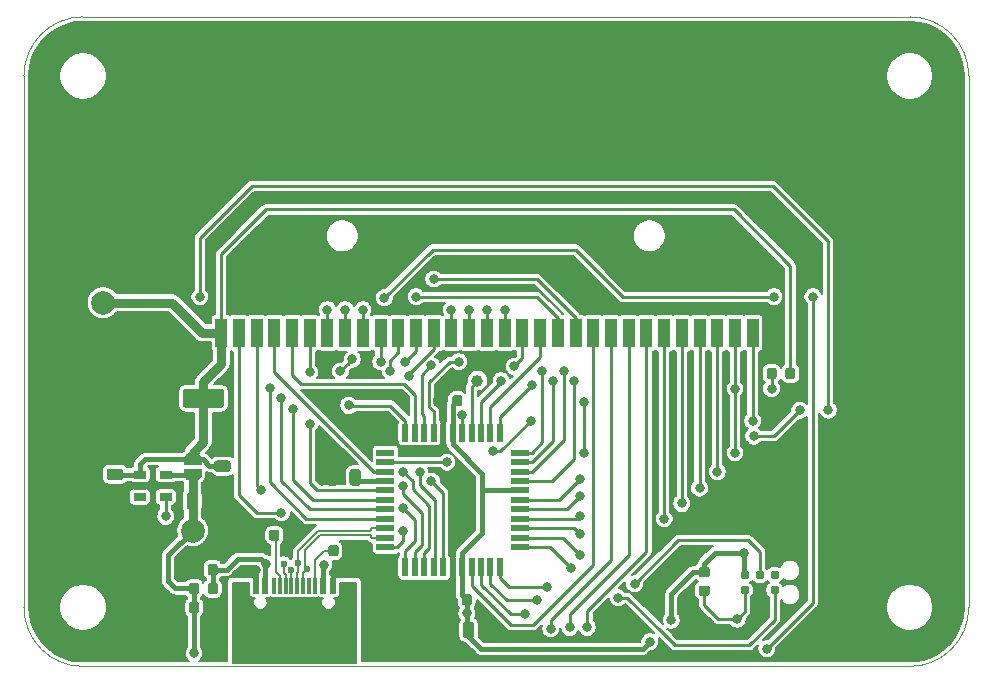
<source format=gbr>
%TF.GenerationSoftware,KiCad,Pcbnew,5.1.7-a382d34a8~87~ubuntu20.04.1*%
%TF.CreationDate,2020-10-04T21:32:38+03:00*%
%TF.ProjectId,GB-CARTPP-XC,47422d43-4152-4545-9050-2d58432e6b69,v1.2*%
%TF.SameCoordinates,Original*%
%TF.FileFunction,Copper,L1,Top*%
%TF.FilePolarity,Positive*%
%FSLAX46Y46*%
G04 Gerber Fmt 4.6, Leading zero omitted, Abs format (unit mm)*
G04 Created by KiCad (PCBNEW 5.1.7-a382d34a8~87~ubuntu20.04.1) date 2020-10-04 21:32:38*
%MOMM*%
%LPD*%
G01*
G04 APERTURE LIST*
%TA.AperFunction,Profile*%
%ADD10C,0.050000*%
%TD*%
%TA.AperFunction,ComponentPad*%
%ADD11C,2.000000*%
%TD*%
%TA.AperFunction,SMDPad,CuDef*%
%ADD12R,1.060000X0.650000*%
%TD*%
%TA.AperFunction,SMDPad,CuDef*%
%ADD13R,0.600000X1.450000*%
%TD*%
%TA.AperFunction,SMDPad,CuDef*%
%ADD14R,0.300000X1.450000*%
%TD*%
%TA.AperFunction,ComponentPad*%
%ADD15O,1.000000X2.100000*%
%TD*%
%TA.AperFunction,ComponentPad*%
%ADD16O,1.000000X1.600000*%
%TD*%
%TA.AperFunction,SMDPad,CuDef*%
%ADD17R,1.000000X2.400000*%
%TD*%
%TA.AperFunction,SMDPad,CuDef*%
%ADD18R,6.000000X3.000000*%
%TD*%
%TA.AperFunction,SMDPad,CuDef*%
%ADD19C,0.100000*%
%TD*%
%TA.AperFunction,SMDPad,CuDef*%
%ADD20C,1.000000*%
%TD*%
%TA.AperFunction,SMDPad,CuDef*%
%ADD21R,1.500000X0.550000*%
%TD*%
%TA.AperFunction,SMDPad,CuDef*%
%ADD22R,0.550000X1.500000*%
%TD*%
%TA.AperFunction,ConnectorPad*%
%ADD23C,0.787400*%
%TD*%
%TA.AperFunction,ViaPad*%
%ADD24C,0.800000*%
%TD*%
%TA.AperFunction,ViaPad*%
%ADD25C,0.600000*%
%TD*%
%TA.AperFunction,Conductor*%
%ADD26C,0.400000*%
%TD*%
%TA.AperFunction,Conductor*%
%ADD27C,0.250000*%
%TD*%
%TA.AperFunction,Conductor*%
%ADD28C,0.800000*%
%TD*%
%TA.AperFunction,Conductor*%
%ADD29C,0.200000*%
%TD*%
%TA.AperFunction,Conductor*%
%ADD30C,0.100000*%
%TD*%
G04 APERTURE END LIST*
D10*
X130000000Y-100000000D02*
G75*
G02*
X125000000Y-105000000I-5000000J0D01*
G01*
X55000000Y-105000000D02*
G75*
G02*
X50000000Y-100000000I0J5000000D01*
G01*
X50000000Y-55000000D02*
G75*
G02*
X55000000Y-50000000I5000000J0D01*
G01*
X125000000Y-50000000D02*
G75*
G02*
X130000000Y-55000000I0J-5000000D01*
G01*
X50000000Y-100000000D02*
X50000000Y-55000000D01*
X125000000Y-105000000D02*
X55000000Y-105000000D01*
X130000000Y-55000000D02*
X130000000Y-100000000D01*
X55000000Y-50000000D02*
X125000000Y-50000000D01*
D11*
%TO.P,TP4,1*%
%TO.N,GND*%
X56700000Y-67500000D03*
%TD*%
D12*
%TO.P,U1,5*%
%TO.N,+5V*%
X62000000Y-88750000D03*
%TO.P,U1,4*%
%TO.N,Net-(U1-Pad4)*%
X62000000Y-90650000D03*
%TO.P,U1,3*%
%TO.N,N/C*%
X59800000Y-90650000D03*
%TO.P,U1,2*%
%TO.N,GND*%
X59800000Y-89700000D03*
%TO.P,U1,1*%
%TO.N,VCART*%
X59800000Y-88750000D03*
%TD*%
%TO.P,R4,2*%
%TO.N,GND*%
%TA.AperFunction,SMDPad,CuDef*%
G36*
G01*
X70050000Y-93643750D02*
X70050000Y-94156250D01*
G75*
G02*
X69831250Y-94375000I-218750J0D01*
G01*
X69393750Y-94375000D01*
G75*
G02*
X69175000Y-94156250I0J218750D01*
G01*
X69175000Y-93643750D01*
G75*
G02*
X69393750Y-93425000I218750J0D01*
G01*
X69831250Y-93425000D01*
G75*
G02*
X70050000Y-93643750I0J-218750D01*
G01*
G37*
%TD.AperFunction*%
%TO.P,R4,1*%
%TO.N,Net-(J1-PadA5)*%
%TA.AperFunction,SMDPad,CuDef*%
G36*
G01*
X71625000Y-93643750D02*
X71625000Y-94156250D01*
G75*
G02*
X71406250Y-94375000I-218750J0D01*
G01*
X70968750Y-94375000D01*
G75*
G02*
X70750000Y-94156250I0J218750D01*
G01*
X70750000Y-93643750D01*
G75*
G02*
X70968750Y-93425000I218750J0D01*
G01*
X71406250Y-93425000D01*
G75*
G02*
X71625000Y-93643750I0J-218750D01*
G01*
G37*
%TD.AperFunction*%
%TD*%
%TO.P,R1,2*%
%TO.N,GND*%
%TA.AperFunction,SMDPad,CuDef*%
G36*
G01*
X77350000Y-95456250D02*
X77350000Y-94943750D01*
G75*
G02*
X77568750Y-94725000I218750J0D01*
G01*
X78006250Y-94725000D01*
G75*
G02*
X78225000Y-94943750I0J-218750D01*
G01*
X78225000Y-95456250D01*
G75*
G02*
X78006250Y-95675000I-218750J0D01*
G01*
X77568750Y-95675000D01*
G75*
G02*
X77350000Y-95456250I0J218750D01*
G01*
G37*
%TD.AperFunction*%
%TO.P,R1,1*%
%TO.N,Net-(J1-PadB5)*%
%TA.AperFunction,SMDPad,CuDef*%
G36*
G01*
X75775000Y-95456250D02*
X75775000Y-94943750D01*
G75*
G02*
X75993750Y-94725000I218750J0D01*
G01*
X76431250Y-94725000D01*
G75*
G02*
X76650000Y-94943750I0J-218750D01*
G01*
X76650000Y-95456250D01*
G75*
G02*
X76431250Y-95675000I-218750J0D01*
G01*
X75993750Y-95675000D01*
G75*
G02*
X75775000Y-95456250I0J218750D01*
G01*
G37*
%TD.AperFunction*%
%TD*%
D13*
%TO.P,J1,B1*%
%TO.N,GND*%
X76150000Y-98155000D03*
%TO.P,J1,A9*%
%TO.N,Net-(C1-Pad1)*%
X75350000Y-98155000D03*
%TO.P,J1,B9*%
X70450000Y-98155000D03*
%TO.P,J1,B12*%
%TO.N,GND*%
X69650000Y-98155000D03*
%TO.P,J1,A1*%
X69650000Y-98155000D03*
%TO.P,J1,A4*%
%TO.N,Net-(C1-Pad1)*%
X70450000Y-98155000D03*
%TO.P,J1,B4*%
X75350000Y-98155000D03*
%TO.P,J1,A12*%
%TO.N,GND*%
X76150000Y-98155000D03*
D14*
%TO.P,J1,B8*%
%TO.N,N/C*%
X71150000Y-98155000D03*
%TO.P,J1,A5*%
%TO.N,Net-(J1-PadA5)*%
X71650000Y-98155000D03*
%TO.P,J1,B7*%
%TO.N,/USB_N*%
X72150000Y-98155000D03*
%TO.P,J1,A7*%
X73150000Y-98155000D03*
%TO.P,J1,B6*%
%TO.N,/USB_P*%
X73650000Y-98155000D03*
%TO.P,J1,A8*%
%TO.N,N/C*%
X74150000Y-98155000D03*
%TO.P,J1,B5*%
%TO.N,Net-(J1-PadB5)*%
X74650000Y-98155000D03*
%TO.P,J1,A6*%
%TO.N,/USB_P*%
X72650000Y-98155000D03*
D15*
%TO.P,J1,S1*%
%TO.N,/SH*%
X77220000Y-99070000D03*
X68580000Y-99070000D03*
D16*
X68580000Y-103250000D03*
X77220000Y-103250000D03*
%TD*%
%TO.P,FB1,2*%
%TO.N,+5V*%
%TA.AperFunction,SMDPad,CuDef*%
G36*
G01*
X64850000Y-98143750D02*
X64850000Y-98656250D01*
G75*
G02*
X64631250Y-98875000I-218750J0D01*
G01*
X64193750Y-98875000D01*
G75*
G02*
X63975000Y-98656250I0J218750D01*
G01*
X63975000Y-98143750D01*
G75*
G02*
X64193750Y-97925000I218750J0D01*
G01*
X64631250Y-97925000D01*
G75*
G02*
X64850000Y-98143750I0J-218750D01*
G01*
G37*
%TD.AperFunction*%
%TO.P,FB1,1*%
%TO.N,Net-(C1-Pad1)*%
%TA.AperFunction,SMDPad,CuDef*%
G36*
G01*
X66425000Y-98143750D02*
X66425000Y-98656250D01*
G75*
G02*
X66206250Y-98875000I-218750J0D01*
G01*
X65768750Y-98875000D01*
G75*
G02*
X65550000Y-98656250I0J218750D01*
G01*
X65550000Y-98143750D01*
G75*
G02*
X65768750Y-97925000I218750J0D01*
G01*
X66206250Y-97925000D01*
G75*
G02*
X66425000Y-98143750I0J-218750D01*
G01*
G37*
%TD.AperFunction*%
%TD*%
%TO.P,C2,2*%
%TO.N,GND*%
%TA.AperFunction,SMDPad,CuDef*%
G36*
G01*
X65550000Y-100256250D02*
X65550000Y-99743750D01*
G75*
G02*
X65768750Y-99525000I218750J0D01*
G01*
X66206250Y-99525000D01*
G75*
G02*
X66425000Y-99743750I0J-218750D01*
G01*
X66425000Y-100256250D01*
G75*
G02*
X66206250Y-100475000I-218750J0D01*
G01*
X65768750Y-100475000D01*
G75*
G02*
X65550000Y-100256250I0J218750D01*
G01*
G37*
%TD.AperFunction*%
%TO.P,C2,1*%
%TO.N,+5V*%
%TA.AperFunction,SMDPad,CuDef*%
G36*
G01*
X63975000Y-100256250D02*
X63975000Y-99743750D01*
G75*
G02*
X64193750Y-99525000I218750J0D01*
G01*
X64631250Y-99525000D01*
G75*
G02*
X64850000Y-99743750I0J-218750D01*
G01*
X64850000Y-100256250D01*
G75*
G02*
X64631250Y-100475000I-218750J0D01*
G01*
X64193750Y-100475000D01*
G75*
G02*
X63975000Y-100256250I0J218750D01*
G01*
G37*
%TD.AperFunction*%
%TD*%
%TO.P,C1,2*%
%TO.N,GND*%
%TA.AperFunction,SMDPad,CuDef*%
G36*
G01*
X64850000Y-96543750D02*
X64850000Y-97056250D01*
G75*
G02*
X64631250Y-97275000I-218750J0D01*
G01*
X64193750Y-97275000D01*
G75*
G02*
X63975000Y-97056250I0J218750D01*
G01*
X63975000Y-96543750D01*
G75*
G02*
X64193750Y-96325000I218750J0D01*
G01*
X64631250Y-96325000D01*
G75*
G02*
X64850000Y-96543750I0J-218750D01*
G01*
G37*
%TD.AperFunction*%
%TO.P,C1,1*%
%TO.N,Net-(C1-Pad1)*%
%TA.AperFunction,SMDPad,CuDef*%
G36*
G01*
X66425000Y-96543750D02*
X66425000Y-97056250D01*
G75*
G02*
X66206250Y-97275000I-218750J0D01*
G01*
X65768750Y-97275000D01*
G75*
G02*
X65550000Y-97056250I0J218750D01*
G01*
X65550000Y-96543750D01*
G75*
G02*
X65768750Y-96325000I218750J0D01*
G01*
X66206250Y-96325000D01*
G75*
G02*
X66425000Y-96543750I0J-218750D01*
G01*
G37*
%TD.AperFunction*%
%TD*%
D11*
%TO.P,TP3,1*%
%TO.N,VCART*%
X56700000Y-74200000D03*
%TD*%
%TO.P,C7,2*%
%TO.N,GND*%
%TA.AperFunction,SMDPad,CuDef*%
G36*
G01*
X61550000Y-81750000D02*
X61550000Y-82850000D01*
G75*
G02*
X61300000Y-83100000I-250000J0D01*
G01*
X58300000Y-83100000D01*
G75*
G02*
X58050000Y-82850000I0J250000D01*
G01*
X58050000Y-81750000D01*
G75*
G02*
X58300000Y-81500000I250000J0D01*
G01*
X61300000Y-81500000D01*
G75*
G02*
X61550000Y-81750000I0J-250000D01*
G01*
G37*
%TD.AperFunction*%
%TO.P,C7,1*%
%TO.N,VCART*%
%TA.AperFunction,SMDPad,CuDef*%
G36*
G01*
X66950000Y-81750000D02*
X66950000Y-82850000D01*
G75*
G02*
X66700000Y-83100000I-250000J0D01*
G01*
X63700000Y-83100000D01*
G75*
G02*
X63450000Y-82850000I0J250000D01*
G01*
X63450000Y-81750000D01*
G75*
G02*
X63700000Y-81500000I250000J0D01*
G01*
X66700000Y-81500000D01*
G75*
G02*
X66950000Y-81750000I0J-250000D01*
G01*
G37*
%TD.AperFunction*%
%TD*%
%TO.P,C5,2*%
%TO.N,GND*%
%TA.AperFunction,SMDPad,CuDef*%
G36*
G01*
X67256250Y-86650000D02*
X66343750Y-86650000D01*
G75*
G02*
X66100000Y-86406250I0J243750D01*
G01*
X66100000Y-85918750D01*
G75*
G02*
X66343750Y-85675000I243750J0D01*
G01*
X67256250Y-85675000D01*
G75*
G02*
X67500000Y-85918750I0J-243750D01*
G01*
X67500000Y-86406250D01*
G75*
G02*
X67256250Y-86650000I-243750J0D01*
G01*
G37*
%TD.AperFunction*%
%TO.P,C5,1*%
%TO.N,VCART*%
%TA.AperFunction,SMDPad,CuDef*%
G36*
G01*
X67256250Y-88525000D02*
X66343750Y-88525000D01*
G75*
G02*
X66100000Y-88281250I0J243750D01*
G01*
X66100000Y-87793750D01*
G75*
G02*
X66343750Y-87550000I243750J0D01*
G01*
X67256250Y-87550000D01*
G75*
G02*
X67500000Y-87793750I0J-243750D01*
G01*
X67500000Y-88281250D01*
G75*
G02*
X67256250Y-88525000I-243750J0D01*
G01*
G37*
%TD.AperFunction*%
%TD*%
%TO.P,C4,2*%
%TO.N,GND*%
%TA.AperFunction,SMDPad,CuDef*%
G36*
G01*
X58156250Y-87350000D02*
X57243750Y-87350000D01*
G75*
G02*
X57000000Y-87106250I0J243750D01*
G01*
X57000000Y-86618750D01*
G75*
G02*
X57243750Y-86375000I243750J0D01*
G01*
X58156250Y-86375000D01*
G75*
G02*
X58400000Y-86618750I0J-243750D01*
G01*
X58400000Y-87106250D01*
G75*
G02*
X58156250Y-87350000I-243750J0D01*
G01*
G37*
%TD.AperFunction*%
%TO.P,C4,1*%
%TO.N,VCART*%
%TA.AperFunction,SMDPad,CuDef*%
G36*
G01*
X58156250Y-89225000D02*
X57243750Y-89225000D01*
G75*
G02*
X57000000Y-88981250I0J243750D01*
G01*
X57000000Y-88493750D01*
G75*
G02*
X57243750Y-88250000I243750J0D01*
G01*
X58156250Y-88250000D01*
G75*
G02*
X58400000Y-88493750I0J-243750D01*
G01*
X58400000Y-88981250D01*
G75*
G02*
X58156250Y-89225000I-243750J0D01*
G01*
G37*
%TD.AperFunction*%
%TD*%
D17*
%TO.P,J3,32*%
%TO.N,GND*%
X113200000Y-76750000D03*
%TO.P,J3,31*%
%TO.N,/~P31*%
X111700000Y-76750000D03*
%TO.P,J3,30*%
%TO.N,/~RES*%
X110200000Y-76750000D03*
%TO.P,J3,29*%
%TO.N,/D7*%
X108700000Y-76750000D03*
%TO.P,J3,28*%
%TO.N,/D6*%
X107200000Y-76750000D03*
%TO.P,J3,27*%
%TO.N,/D5*%
X105700000Y-76750000D03*
%TO.P,J3,26*%
%TO.N,/D4*%
X104200000Y-76750000D03*
%TO.P,J3,25*%
%TO.N,/D3*%
X102700000Y-76750000D03*
%TO.P,J3,24*%
%TO.N,/D2*%
X101200000Y-76750000D03*
%TO.P,J3,23*%
%TO.N,/D1*%
X99700000Y-76750000D03*
%TO.P,J3,22*%
%TO.N,/D0*%
X98200000Y-76750000D03*
%TO.P,J3,21*%
%TO.N,/A15*%
X96700000Y-76750000D03*
%TO.P,J3,20*%
%TO.N,/A14*%
X95200000Y-76750000D03*
%TO.P,J3,19*%
%TO.N,/A13*%
X93700000Y-76750000D03*
%TO.P,J3,18*%
%TO.N,/A12*%
X92200000Y-76750000D03*
%TO.P,J3,17*%
%TO.N,/A11*%
X90700000Y-76750000D03*
%TO.P,J3,16*%
%TO.N,/A10*%
X89200000Y-76750000D03*
%TO.P,J3,15*%
%TO.N,/A9*%
X87700000Y-76750000D03*
%TO.P,J3,14*%
%TO.N,/A8*%
X86200000Y-76750000D03*
%TO.P,J3,13*%
%TO.N,/A7*%
X84700000Y-76750000D03*
%TO.P,J3,12*%
%TO.N,/A6*%
X83200000Y-76750000D03*
%TO.P,J3,11*%
%TO.N,/A5*%
X81700000Y-76750000D03*
%TO.P,J3,10*%
%TO.N,/A4*%
X80200000Y-76750000D03*
%TO.P,J3,9*%
%TO.N,/A3*%
X78700000Y-76750000D03*
%TO.P,J3,8*%
%TO.N,/A2*%
X77200000Y-76750000D03*
%TO.P,J3,7*%
%TO.N,/A1*%
X75700000Y-76750000D03*
%TO.P,J3,6*%
%TO.N,/A0*%
X74200000Y-76750000D03*
%TO.P,J3,5*%
%TO.N,/~CS*%
X72700000Y-76750000D03*
%TO.P,J3,4*%
%TO.N,/~RD*%
X71200000Y-76750000D03*
%TO.P,J3,3*%
%TO.N,/~WR*%
X69700000Y-76750000D03*
%TO.P,J3,2*%
%TO.N,/PHI*%
X68200000Y-76750000D03*
D18*
%TO.P,J3,MP*%
%TO.N,GND*%
X102950000Y-56550000D03*
X76950000Y-56550000D03*
D17*
%TO.P,J3,1*%
%TO.N,VCART*%
X66700000Y-76750000D03*
%TD*%
%TO.P,C3,2*%
%TO.N,GND*%
%TA.AperFunction,SMDPad,CuDef*%
G36*
G01*
X76650000Y-88543750D02*
X76650000Y-89456250D01*
G75*
G02*
X76406250Y-89700000I-243750J0D01*
G01*
X75918750Y-89700000D01*
G75*
G02*
X75675000Y-89456250I0J243750D01*
G01*
X75675000Y-88543750D01*
G75*
G02*
X75918750Y-88300000I243750J0D01*
G01*
X76406250Y-88300000D01*
G75*
G02*
X76650000Y-88543750I0J-243750D01*
G01*
G37*
%TD.AperFunction*%
%TO.P,C3,1*%
%TO.N,Net-(C3-Pad1)*%
%TA.AperFunction,SMDPad,CuDef*%
G36*
G01*
X78525000Y-88543750D02*
X78525000Y-89456250D01*
G75*
G02*
X78281250Y-89700000I-243750J0D01*
G01*
X77793750Y-89700000D01*
G75*
G02*
X77550000Y-89456250I0J243750D01*
G01*
X77550000Y-88543750D01*
G75*
G02*
X77793750Y-88300000I243750J0D01*
G01*
X78281250Y-88300000D01*
G75*
G02*
X78525000Y-88543750I0J-243750D01*
G01*
G37*
%TD.AperFunction*%
%TD*%
%TA.AperFunction,SMDPad,CuDef*%
D19*
%TO.P,JP1,2*%
%TO.N,VCART*%
G36*
X63550602Y-87450000D02*
G01*
X63550602Y-87425466D01*
X63555412Y-87376635D01*
X63564984Y-87328510D01*
X63579228Y-87281555D01*
X63598005Y-87236222D01*
X63621136Y-87192949D01*
X63648396Y-87152150D01*
X63679524Y-87114221D01*
X63714221Y-87079524D01*
X63752150Y-87048396D01*
X63792949Y-87021136D01*
X63836222Y-86998005D01*
X63881555Y-86979228D01*
X63928510Y-86964984D01*
X63976635Y-86955412D01*
X64025466Y-86950602D01*
X64050000Y-86950602D01*
X64050000Y-86950000D01*
X64550000Y-86950000D01*
X64550000Y-86950602D01*
X64574534Y-86950602D01*
X64623365Y-86955412D01*
X64671490Y-86964984D01*
X64718445Y-86979228D01*
X64763778Y-86998005D01*
X64807051Y-87021136D01*
X64847850Y-87048396D01*
X64885779Y-87079524D01*
X64920476Y-87114221D01*
X64951604Y-87152150D01*
X64978864Y-87192949D01*
X65001995Y-87236222D01*
X65020772Y-87281555D01*
X65035016Y-87328510D01*
X65044588Y-87376635D01*
X65049398Y-87425466D01*
X65049398Y-87450000D01*
X65050000Y-87450000D01*
X65050000Y-87950000D01*
X63550000Y-87950000D01*
X63550000Y-87450000D01*
X63550602Y-87450000D01*
G37*
%TD.AperFunction*%
%TA.AperFunction,SMDPad,CuDef*%
%TO.P,JP1,1*%
%TO.N,+5V*%
G36*
X65050000Y-88250000D02*
G01*
X65050000Y-88750000D01*
X65049398Y-88750000D01*
X65049398Y-88774534D01*
X65044588Y-88823365D01*
X65035016Y-88871490D01*
X65020772Y-88918445D01*
X65001995Y-88963778D01*
X64978864Y-89007051D01*
X64951604Y-89047850D01*
X64920476Y-89085779D01*
X64885779Y-89120476D01*
X64847850Y-89151604D01*
X64807051Y-89178864D01*
X64763778Y-89201995D01*
X64718445Y-89220772D01*
X64671490Y-89235016D01*
X64623365Y-89244588D01*
X64574534Y-89249398D01*
X64550000Y-89249398D01*
X64550000Y-89250000D01*
X64050000Y-89250000D01*
X64050000Y-89249398D01*
X64025466Y-89249398D01*
X63976635Y-89244588D01*
X63928510Y-89235016D01*
X63881555Y-89220772D01*
X63836222Y-89201995D01*
X63792949Y-89178864D01*
X63752150Y-89151604D01*
X63714221Y-89120476D01*
X63679524Y-89085779D01*
X63648396Y-89047850D01*
X63621136Y-89007051D01*
X63598005Y-88963778D01*
X63579228Y-88918445D01*
X63564984Y-88871490D01*
X63555412Y-88823365D01*
X63550602Y-88774534D01*
X63550602Y-88750000D01*
X63550000Y-88750000D01*
X63550000Y-88250000D01*
X65050000Y-88250000D01*
G37*
%TD.AperFunction*%
%TD*%
D20*
%TO.P,TP2,1*%
%TO.N,/TP_RE1*%
X88400000Y-80800000D03*
%TD*%
D21*
%TO.P,U2,44*%
%TO.N,/PHI*%
X80600000Y-94900000D03*
%TO.P,U2,43*%
%TO.N,/USB_P*%
X80600000Y-94100000D03*
%TO.P,U2,42*%
%TO.N,/USB_N*%
X80600000Y-93300000D03*
%TO.P,U2,41*%
%TO.N,/A3*%
X80600000Y-92500000D03*
%TO.P,U2,40*%
%TO.N,/A2*%
X80600000Y-91700000D03*
%TO.P,U2,39*%
%TO.N,/A1*%
X80600000Y-90900000D03*
%TO.P,U2,38*%
%TO.N,/A0*%
X80600000Y-90100000D03*
%TO.P,U2,37*%
%TO.N,Net-(C3-Pad1)*%
X80600000Y-89300000D03*
%TO.P,U2,36*%
%TO.N,/~RD*%
X80600000Y-88500000D03*
%TO.P,U2,35*%
%TO.N,/~P31*%
X80600000Y-87700000D03*
%TO.P,U2,34*%
%TO.N,N/C*%
X80600000Y-86900000D03*
D22*
%TO.P,U2,33*%
%TO.N,/VPP*%
X82300000Y-85200000D03*
%TO.P,U2,32*%
%TO.N,/~CS*%
X83100000Y-85200000D03*
%TO.P,U2,31*%
%TO.N,/A14*%
X83900000Y-85200000D03*
%TO.P,U2,30*%
%TO.N,/A15*%
X84700000Y-85200000D03*
%TO.P,U2,29*%
%TO.N,GND*%
X85500000Y-85200000D03*
%TO.P,U2,28*%
%TO.N,+5V*%
X86300000Y-85200000D03*
%TO.P,U2,27*%
%TO.N,Net-(U1-Pad4)*%
X87100000Y-85200000D03*
%TO.P,U2,26*%
%TO.N,/TP_RE1*%
X87900000Y-85200000D03*
%TO.P,U2,25*%
%TO.N,/~RES*%
X88700000Y-85200000D03*
%TO.P,U2,24*%
%TO.N,/A13*%
X89500000Y-85200000D03*
%TO.P,U2,23*%
%TO.N,/A12*%
X90300000Y-85200000D03*
D21*
%TO.P,U2,22*%
%TO.N,/A11*%
X92000000Y-86900000D03*
%TO.P,U2,21*%
%TO.N,/A10*%
X92000000Y-87700000D03*
%TO.P,U2,20*%
%TO.N,/A9*%
X92000000Y-88500000D03*
%TO.P,U2,19*%
%TO.N,/A8*%
X92000000Y-89300000D03*
%TO.P,U2,18*%
%TO.N,+5V*%
X92000000Y-90100000D03*
%TO.P,U2,17*%
%TO.N,/D7*%
X92000000Y-90900000D03*
%TO.P,U2,16*%
%TO.N,/D6*%
X92000000Y-91700000D03*
%TO.P,U2,15*%
%TO.N,/D5*%
X92000000Y-92500000D03*
%TO.P,U2,14*%
%TO.N,/D4*%
X92000000Y-93300000D03*
%TO.P,U2,13*%
%TO.N,/PGD*%
X92000000Y-94100000D03*
%TO.P,U2,12*%
%TO.N,/PGC*%
X92000000Y-94900000D03*
D22*
%TO.P,U2,11*%
%TO.N,/D3*%
X90300000Y-96600000D03*
%TO.P,U2,10*%
%TO.N,/D2*%
X89500000Y-96600000D03*
%TO.P,U2,9*%
%TO.N,/D1*%
X88700000Y-96600000D03*
%TO.P,U2,8*%
%TO.N,/D0*%
X87900000Y-96600000D03*
%TO.P,U2,7*%
%TO.N,+5V*%
X87100000Y-96600000D03*
%TO.P,U2,6*%
%TO.N,GND*%
X86300000Y-96600000D03*
%TO.P,U2,5*%
%TO.N,/A7*%
X85500000Y-96600000D03*
%TO.P,U2,4*%
%TO.N,/A6*%
X84700000Y-96600000D03*
%TO.P,U2,3*%
%TO.N,/A5*%
X83900000Y-96600000D03*
%TO.P,U2,2*%
%TO.N,/A4*%
X83100000Y-96600000D03*
%TO.P,U2,1*%
%TO.N,/~WR*%
X82300000Y-96600000D03*
%TD*%
D11*
%TO.P,TP1,1*%
%TO.N,+5V*%
X64300000Y-93500000D03*
%TD*%
%TO.P,R3,2*%
%TO.N,/~RES*%
%TA.AperFunction,SMDPad,CuDef*%
G36*
G01*
X113750000Y-79943750D02*
X113750000Y-80456250D01*
G75*
G02*
X113531250Y-80675000I-218750J0D01*
G01*
X113093750Y-80675000D01*
G75*
G02*
X112875000Y-80456250I0J218750D01*
G01*
X112875000Y-79943750D01*
G75*
G02*
X113093750Y-79725000I218750J0D01*
G01*
X113531250Y-79725000D01*
G75*
G02*
X113750000Y-79943750I0J-218750D01*
G01*
G37*
%TD.AperFunction*%
%TO.P,R3,1*%
%TO.N,VCART*%
%TA.AperFunction,SMDPad,CuDef*%
G36*
G01*
X115325000Y-79943750D02*
X115325000Y-80456250D01*
G75*
G02*
X115106250Y-80675000I-218750J0D01*
G01*
X114668750Y-80675000D01*
G75*
G02*
X114450000Y-80456250I0J218750D01*
G01*
X114450000Y-79943750D01*
G75*
G02*
X114668750Y-79725000I218750J0D01*
G01*
X115106250Y-79725000D01*
G75*
G02*
X115325000Y-79943750I0J-218750D01*
G01*
G37*
%TD.AperFunction*%
%TD*%
%TO.P,R2,2*%
%TO.N,/VPP*%
%TA.AperFunction,SMDPad,CuDef*%
G36*
G01*
X107343750Y-98150000D02*
X107856250Y-98150000D01*
G75*
G02*
X108075000Y-98368750I0J-218750D01*
G01*
X108075000Y-98806250D01*
G75*
G02*
X107856250Y-99025000I-218750J0D01*
G01*
X107343750Y-99025000D01*
G75*
G02*
X107125000Y-98806250I0J218750D01*
G01*
X107125000Y-98368750D01*
G75*
G02*
X107343750Y-98150000I218750J0D01*
G01*
G37*
%TD.AperFunction*%
%TO.P,R2,1*%
%TO.N,+5V*%
%TA.AperFunction,SMDPad,CuDef*%
G36*
G01*
X107343750Y-96575000D02*
X107856250Y-96575000D01*
G75*
G02*
X108075000Y-96793750I0J-218750D01*
G01*
X108075000Y-97231250D01*
G75*
G02*
X107856250Y-97450000I-218750J0D01*
G01*
X107343750Y-97450000D01*
G75*
G02*
X107125000Y-97231250I0J218750D01*
G01*
X107125000Y-96793750D01*
G75*
G02*
X107343750Y-96575000I218750J0D01*
G01*
G37*
%TD.AperFunction*%
%TD*%
D23*
%TO.P,J2,6*%
%TO.N,N/C*%
X113570000Y-97265000D03*
%TO.P,J2,5*%
%TO.N,/PGC*%
X113570000Y-98535000D03*
%TO.P,J2,4*%
%TO.N,/PGD*%
X112300000Y-97265000D03*
%TO.P,J2,3*%
%TO.N,GND*%
X112300000Y-98535000D03*
%TO.P,J2,2*%
%TO.N,+5V*%
X111030000Y-97265000D03*
%TO.P,J2,1*%
%TO.N,/VPP*%
X111030000Y-98535000D03*
%TD*%
%TO.P,C10,2*%
%TO.N,GND*%
%TA.AperFunction,SMDPad,CuDef*%
G36*
G01*
X85550000Y-82243750D02*
X85550000Y-82756250D01*
G75*
G02*
X85331250Y-82975000I-218750J0D01*
G01*
X84893750Y-82975000D01*
G75*
G02*
X84675000Y-82756250I0J218750D01*
G01*
X84675000Y-82243750D01*
G75*
G02*
X84893750Y-82025000I218750J0D01*
G01*
X85331250Y-82025000D01*
G75*
G02*
X85550000Y-82243750I0J-218750D01*
G01*
G37*
%TD.AperFunction*%
%TO.P,C10,1*%
%TO.N,+5V*%
%TA.AperFunction,SMDPad,CuDef*%
G36*
G01*
X87125000Y-82243750D02*
X87125000Y-82756250D01*
G75*
G02*
X86906250Y-82975000I-218750J0D01*
G01*
X86468750Y-82975000D01*
G75*
G02*
X86250000Y-82756250I0J218750D01*
G01*
X86250000Y-82243750D01*
G75*
G02*
X86468750Y-82025000I218750J0D01*
G01*
X86906250Y-82025000D01*
G75*
G02*
X87125000Y-82243750I0J-218750D01*
G01*
G37*
%TD.AperFunction*%
%TD*%
%TO.P,C9,2*%
%TO.N,GND*%
%TA.AperFunction,SMDPad,CuDef*%
G36*
G01*
X86350000Y-99093750D02*
X86350000Y-99606250D01*
G75*
G02*
X86131250Y-99825000I-218750J0D01*
G01*
X85693750Y-99825000D01*
G75*
G02*
X85475000Y-99606250I0J218750D01*
G01*
X85475000Y-99093750D01*
G75*
G02*
X85693750Y-98875000I218750J0D01*
G01*
X86131250Y-98875000D01*
G75*
G02*
X86350000Y-99093750I0J-218750D01*
G01*
G37*
%TD.AperFunction*%
%TO.P,C9,1*%
%TO.N,+5V*%
%TA.AperFunction,SMDPad,CuDef*%
G36*
G01*
X87925000Y-99093750D02*
X87925000Y-99606250D01*
G75*
G02*
X87706250Y-99825000I-218750J0D01*
G01*
X87268750Y-99825000D01*
G75*
G02*
X87050000Y-99606250I0J218750D01*
G01*
X87050000Y-99093750D01*
G75*
G02*
X87268750Y-98875000I218750J0D01*
G01*
X87706250Y-98875000D01*
G75*
G02*
X87925000Y-99093750I0J-218750D01*
G01*
G37*
%TD.AperFunction*%
%TD*%
%TO.P,C8,2*%
%TO.N,GND*%
%TA.AperFunction,SMDPad,CuDef*%
G36*
G01*
X86250000Y-101443750D02*
X86250000Y-102356250D01*
G75*
G02*
X86006250Y-102600000I-243750J0D01*
G01*
X85518750Y-102600000D01*
G75*
G02*
X85275000Y-102356250I0J243750D01*
G01*
X85275000Y-101443750D01*
G75*
G02*
X85518750Y-101200000I243750J0D01*
G01*
X86006250Y-101200000D01*
G75*
G02*
X86250000Y-101443750I0J-243750D01*
G01*
G37*
%TD.AperFunction*%
%TO.P,C8,1*%
%TO.N,+5V*%
%TA.AperFunction,SMDPad,CuDef*%
G36*
G01*
X88125000Y-101443750D02*
X88125000Y-102356250D01*
G75*
G02*
X87881250Y-102600000I-243750J0D01*
G01*
X87393750Y-102600000D01*
G75*
G02*
X87150000Y-102356250I0J243750D01*
G01*
X87150000Y-101443750D01*
G75*
G02*
X87393750Y-101200000I243750J0D01*
G01*
X87881250Y-101200000D01*
G75*
G02*
X88125000Y-101443750I0J-243750D01*
G01*
G37*
%TD.AperFunction*%
%TD*%
%TO.P,C6,2*%
%TO.N,GND*%
%TA.AperFunction,SMDPad,CuDef*%
G36*
G01*
X65650000Y-91456250D02*
X65650000Y-90543750D01*
G75*
G02*
X65893750Y-90300000I243750J0D01*
G01*
X66381250Y-90300000D01*
G75*
G02*
X66625000Y-90543750I0J-243750D01*
G01*
X66625000Y-91456250D01*
G75*
G02*
X66381250Y-91700000I-243750J0D01*
G01*
X65893750Y-91700000D01*
G75*
G02*
X65650000Y-91456250I0J243750D01*
G01*
G37*
%TD.AperFunction*%
%TO.P,C6,1*%
%TO.N,+5V*%
%TA.AperFunction,SMDPad,CuDef*%
G36*
G01*
X63775000Y-91456250D02*
X63775000Y-90543750D01*
G75*
G02*
X64018750Y-90300000I243750J0D01*
G01*
X64506250Y-90300000D01*
G75*
G02*
X64750000Y-90543750I0J-243750D01*
G01*
X64750000Y-91456250D01*
G75*
G02*
X64506250Y-91700000I-243750J0D01*
G01*
X64018750Y-91700000D01*
G75*
G02*
X63775000Y-91456250I0J243750D01*
G01*
G37*
%TD.AperFunction*%
%TD*%
D24*
%TO.N,GND*%
X75200000Y-89300000D03*
X85900000Y-100500000D03*
X85100000Y-81300000D03*
X69700000Y-70900000D03*
X75100000Y-72000000D03*
X81800000Y-70800000D03*
X87600000Y-68600000D03*
X93700000Y-70800000D03*
X100800000Y-68400000D03*
X108200000Y-71500000D03*
X65000000Y-59400000D03*
X92400000Y-58700000D03*
X112300000Y-100400000D03*
X58500000Y-90000000D03*
X57700000Y-85700000D03*
X57300000Y-82300000D03*
X75900000Y-86200000D03*
X55200000Y-64100000D03*
X62700000Y-70900000D03*
X54300000Y-78600000D03*
X52500000Y-88700000D03*
X54900000Y-94200000D03*
X58800000Y-103500000D03*
X120700000Y-94500000D03*
X121000000Y-85500000D03*
X127300000Y-76100000D03*
X124300000Y-64900000D03*
X114500000Y-62200000D03*
X83300000Y-62900000D03*
X73600000Y-62400000D03*
X66100000Y-89600000D03*
X66100000Y-92400000D03*
X67100000Y-85000000D03*
X86500000Y-80900000D03*
X106400000Y-95500000D03*
X103300000Y-99600000D03*
X101200000Y-101300000D03*
X89100000Y-100600000D03*
X84800000Y-86800000D03*
X87400000Y-89400000D03*
X77500000Y-84500000D03*
X81800000Y-74600000D03*
X76000000Y-82500000D03*
X75700000Y-79100000D03*
X78900000Y-80100000D03*
X110000000Y-91900000D03*
X114400000Y-86600000D03*
X113200000Y-78500000D03*
X120700000Y-78500000D03*
X113200000Y-75000000D03*
X69650000Y-96850000D03*
X76500000Y-96800000D03*
X63300000Y-96800000D03*
X68500000Y-93900000D03*
X78900000Y-95200000D03*
X66000000Y-101200000D03*
X80500000Y-99100000D03*
%TO.N,Net-(C1-Pad1)*%
X70500000Y-96300000D03*
X75400000Y-96400000D03*
%TO.N,+5V*%
X87500000Y-100500000D03*
X111000000Y-95400000D03*
X103000000Y-102900000D03*
X104800000Y-101100000D03*
X64400000Y-103900000D03*
%TO.N,/PHI*%
X82100000Y-93500000D03*
X71800000Y-92000000D03*
%TO.N,/~WR*%
X70099999Y-90100001D03*
X82100000Y-91600000D03*
%TO.N,/A0*%
X74200014Y-80100000D03*
X74200000Y-84500000D03*
%TO.N,/A1*%
X75700000Y-74800000D03*
X72800000Y-83200000D03*
%TO.N,/A2*%
X77200000Y-74800000D03*
X71800000Y-82300000D03*
%TO.N,/A3*%
X78700000Y-74800000D03*
X70800000Y-81400000D03*
%TO.N,/A4*%
X82100000Y-89700008D03*
X80200000Y-79200000D03*
%TO.N,/A5*%
X82100000Y-88500000D03*
X81000000Y-80000000D03*
%TO.N,/A6*%
X83500000Y-88500000D03*
X82300000Y-79200000D03*
%TO.N,/A7*%
X84500000Y-89300000D03*
X82600000Y-80400000D03*
%TO.N,/A8*%
X96600000Y-80800000D03*
X86200000Y-74800000D03*
%TO.N,/A9*%
X95700000Y-80000000D03*
X87700000Y-74800000D03*
%TO.N,/A10*%
X94800004Y-80800000D03*
X89200000Y-74800000D03*
%TO.N,/A11*%
X93900000Y-80000000D03*
X90700000Y-74800000D03*
%TO.N,/A12*%
X93000000Y-81200000D03*
X91500000Y-79600000D03*
%TO.N,/A14*%
X83200000Y-73700000D03*
X84500000Y-79500000D03*
%TO.N,/A15*%
X86800000Y-79200000D03*
X84700000Y-72200000D03*
%TO.N,/D1*%
X92400000Y-100600000D03*
X94600000Y-101800000D03*
%TO.N,/D2*%
X93400000Y-99400000D03*
X96199997Y-101700003D03*
%TO.N,/D3*%
X94299998Y-98300002D03*
X97700000Y-101700000D03*
%TO.N,/D4*%
X104200000Y-92499996D03*
X97100002Y-93800000D03*
%TO.N,/D5*%
X105700000Y-91200000D03*
X97099996Y-92300000D03*
%TO.N,/D6*%
X107200000Y-89900000D03*
X97100000Y-90600000D03*
%TO.N,/D7*%
X108700000Y-88500002D03*
X97100000Y-89100000D03*
%TO.N,/~RES*%
X110199994Y-81500000D03*
X113300000Y-81500000D03*
X90400000Y-80800000D03*
X97400000Y-82600000D03*
X97400000Y-86900000D03*
X110200000Y-86900000D03*
%TO.N,/~P31*%
X92900000Y-84200000D03*
X111700000Y-84200000D03*
X85800006Y-87700000D03*
X89700000Y-86800000D03*
D25*
%TO.N,/USB_P*%
X72600000Y-96800000D03*
X74000000Y-96717499D03*
%TO.N,/USB_N*%
X71985414Y-96287845D03*
X73200000Y-96200000D03*
D24*
%TO.N,/VPP*%
X80500000Y-73800000D03*
X112900000Y-103500000D03*
X110400000Y-101000000D03*
X77500000Y-82900000D03*
X76800000Y-80000000D03*
X77800002Y-79000000D03*
X116800000Y-73700000D03*
X113499998Y-73700000D03*
%TO.N,/PGC*%
X96300000Y-96700000D03*
X100300004Y-99200000D03*
%TO.N,/PGD*%
X97100000Y-95600000D03*
X101700000Y-98000000D03*
%TO.N,Net-(U1-Pad4)*%
X87100000Y-83700000D03*
X111800000Y-85500000D03*
X115700000Y-83300000D03*
X118100000Y-83300000D03*
X64900000Y-73700000D03*
X62000000Y-92300000D03*
%TD*%
D26*
%TO.N,GND*%
X86300000Y-98962500D02*
X85912500Y-99350000D01*
X86300000Y-96600000D02*
X86300000Y-98962500D01*
X85912500Y-99350000D02*
X85912500Y-100487500D01*
X85912500Y-100487500D02*
X85900000Y-100500000D01*
X85900000Y-101762500D02*
X85762500Y-101900000D01*
X85900000Y-100500000D02*
X85900000Y-101762500D01*
X85500000Y-82887500D02*
X85112500Y-82500000D01*
X85500000Y-85200000D02*
X85500000Y-82887500D01*
X85112500Y-82500000D02*
X85112500Y-81312500D01*
X85112500Y-81312500D02*
X85100000Y-81300000D01*
D27*
X112300000Y-98535000D02*
X112300000Y-100400000D01*
D26*
X58800000Y-89700000D02*
X58500000Y-90000000D01*
X59800000Y-89700000D02*
X58800000Y-89700000D01*
X57700000Y-86862500D02*
X57700000Y-85700000D01*
D28*
X59800000Y-82300000D02*
X57300000Y-82300000D01*
D26*
X76312500Y-89300000D02*
X75200000Y-89300000D01*
X66137500Y-89637500D02*
X66100000Y-89600000D01*
X66137500Y-91000000D02*
X66137500Y-89637500D01*
X66137500Y-92362500D02*
X66100000Y-92400000D01*
X66137500Y-91000000D02*
X66137500Y-92362500D01*
X66800000Y-85300000D02*
X67100000Y-85000000D01*
X66800000Y-86162500D02*
X66800000Y-85300000D01*
D27*
X77512500Y-84487500D02*
X77500000Y-84500000D01*
D26*
X69650000Y-96850000D02*
X69600000Y-96800000D01*
X69650000Y-98155000D02*
X69650000Y-96850000D01*
X76200000Y-96800000D02*
X76500000Y-96800000D01*
X76150000Y-96850000D02*
X76200000Y-96800000D01*
X76150000Y-98155000D02*
X76150000Y-96850000D01*
X64412500Y-96800000D02*
X63300000Y-96800000D01*
D29*
X69612500Y-93900000D02*
X68500000Y-93900000D01*
X77787500Y-95200000D02*
X78900000Y-95200000D01*
D26*
X65987500Y-101187500D02*
X66000000Y-101200000D01*
X65987500Y-100000000D02*
X65987500Y-101187500D01*
%TO.N,Net-(C1-Pad1)*%
X75350000Y-96450000D02*
X75400000Y-96400000D01*
X75350000Y-98155000D02*
X75350000Y-96450000D01*
X70450000Y-96350000D02*
X70500000Y-96300000D01*
X70450000Y-98155000D02*
X70450000Y-96350000D01*
X65987500Y-96800000D02*
X65987500Y-98400000D01*
X67200000Y-96800000D02*
X65987500Y-96800000D01*
X70100000Y-95900000D02*
X68100000Y-95900000D01*
X68100000Y-95900000D02*
X67200000Y-96800000D01*
X70500000Y-96300000D02*
X70100000Y-95900000D01*
%TO.N,+5V*%
X87100000Y-98962500D02*
X87487500Y-99350000D01*
X87100000Y-96600000D02*
X87100000Y-98962500D01*
X87487500Y-99350000D02*
X87487500Y-100487500D01*
X87487500Y-100487500D02*
X87500000Y-100500000D01*
X87500000Y-101762500D02*
X87637500Y-101900000D01*
X87500000Y-100500000D02*
X87500000Y-101762500D01*
X86300000Y-82887500D02*
X86687500Y-82500000D01*
X86300000Y-85200000D02*
X86300000Y-82887500D01*
X111000000Y-97235000D02*
X111030000Y-97265000D01*
X111000000Y-95400000D02*
X111000000Y-97235000D01*
X111000000Y-95400000D02*
X108500000Y-95400000D01*
X107600000Y-96300000D02*
X107600000Y-97012500D01*
X108500000Y-95400000D02*
X107600000Y-96300000D01*
D28*
X64300000Y-93200000D02*
X64300000Y-88750000D01*
X64000000Y-93500000D02*
X64300000Y-93200000D01*
D26*
X62000000Y-88750000D02*
X64300000Y-88750000D01*
X87100000Y-95400000D02*
X87100000Y-96600000D01*
X88800000Y-93700000D02*
X87100000Y-95400000D01*
X88800000Y-90100000D02*
X88800000Y-93700000D01*
X64300000Y-93800000D02*
X64000000Y-93500000D01*
X91600000Y-90100000D02*
X88800000Y-90100000D01*
X92000000Y-90100000D02*
X91600000Y-90100000D01*
X106687500Y-97012500D02*
X107600000Y-97012500D01*
X104800000Y-98900000D02*
X106687500Y-97012500D01*
X104800000Y-101100000D02*
X104800000Y-98900000D01*
X102400000Y-103500000D02*
X103000000Y-102900000D01*
X87637500Y-102437500D02*
X88700000Y-103500000D01*
X88700000Y-103500000D02*
X102400000Y-103500000D01*
X87637500Y-101900000D02*
X87637500Y-102437500D01*
X88800000Y-88700000D02*
X88800000Y-90100000D01*
X86300000Y-86200000D02*
X88800000Y-88700000D01*
X86300000Y-85200000D02*
X86300000Y-86200000D01*
X64412500Y-98400000D02*
X64412500Y-100000000D01*
X62200000Y-95600000D02*
X64300000Y-93500000D01*
X62200000Y-97800000D02*
X62200000Y-95600000D01*
X62800000Y-98400000D02*
X62200000Y-97800000D01*
X64412500Y-98400000D02*
X62800000Y-98400000D01*
X64412500Y-103887500D02*
X64400000Y-103900000D01*
X64412500Y-100000000D02*
X64412500Y-103887500D01*
D27*
%TO.N,/PHI*%
X82100000Y-94400000D02*
X82100000Y-93500000D01*
X81600000Y-94900000D02*
X82100000Y-94400000D01*
X80600000Y-94900000D02*
X81600000Y-94900000D01*
X69700000Y-92000000D02*
X71800000Y-92000000D01*
X68200000Y-76750000D02*
X68200000Y-90500000D01*
X68200000Y-90500000D02*
X69700000Y-92000000D01*
%TO.N,/~WR*%
X69700000Y-89700002D02*
X70099999Y-90100001D01*
X69700000Y-76750000D02*
X69700000Y-89700002D01*
X83100000Y-92600000D02*
X82100000Y-91600000D01*
X83100000Y-94400000D02*
X83100000Y-92600000D01*
X82300000Y-95200000D02*
X83100000Y-94400000D01*
X82300000Y-96600000D02*
X82300000Y-95200000D01*
%TO.N,/~RD*%
X80600000Y-88500000D02*
X79600000Y-88500000D01*
X79600000Y-88500000D02*
X71200000Y-80100000D01*
X71200000Y-80100000D02*
X71200000Y-76750000D01*
%TO.N,/~CS*%
X82200000Y-81100000D02*
X73500000Y-81100000D01*
X72700000Y-80300000D02*
X72700000Y-76750000D01*
X73500000Y-81100000D02*
X72700000Y-80300000D01*
X83100000Y-82000000D02*
X82200000Y-81100000D01*
X83100000Y-85200000D02*
X83100000Y-82000000D01*
%TO.N,/A0*%
X74200000Y-79100000D02*
X74200000Y-79400000D01*
X74200000Y-79100000D02*
X74200000Y-76750000D01*
X74200000Y-79100000D02*
X74200000Y-80099986D01*
X74200000Y-80099986D02*
X74200014Y-80100000D01*
X74200000Y-89447002D02*
X74200000Y-84500000D01*
X74852998Y-90100000D02*
X74200000Y-89447002D01*
X80600000Y-90100000D02*
X74852998Y-90100000D01*
%TO.N,/A1*%
X75700000Y-76750000D02*
X75700000Y-74800000D01*
X72800000Y-89200000D02*
X72800000Y-83200000D01*
X74500000Y-90900000D02*
X72800000Y-89200000D01*
X80600000Y-90900000D02*
X74500000Y-90900000D01*
%TO.N,/A2*%
X77200000Y-76750000D02*
X77200000Y-74800000D01*
X71800000Y-89300000D02*
X71800000Y-82300000D01*
X80600000Y-91700000D02*
X74200000Y-91700000D01*
X74200000Y-91700000D02*
X71800000Y-89300000D01*
%TO.N,/A3*%
X78700000Y-76750000D02*
X78700000Y-74800000D01*
X80600000Y-92500000D02*
X73900000Y-92500000D01*
X73900000Y-92500000D02*
X70800000Y-89400000D01*
X70800000Y-89400000D02*
X70800000Y-81400000D01*
%TO.N,/A4*%
X82100000Y-90400000D02*
X82100000Y-89700008D01*
X83700000Y-94700000D02*
X83700000Y-92000000D01*
X83700000Y-92000000D02*
X82100000Y-90400000D01*
X83100000Y-95300000D02*
X83700000Y-94700000D01*
X83100000Y-96600000D02*
X83100000Y-95300000D01*
X80200000Y-76750000D02*
X80200000Y-79200000D01*
%TO.N,/A5*%
X83900000Y-95400000D02*
X83900000Y-96600000D01*
X84300000Y-95000000D02*
X83900000Y-95400000D01*
X84300000Y-91400000D02*
X84300000Y-95000000D01*
X82900000Y-90000000D02*
X84300000Y-91400000D01*
X82900000Y-89300000D02*
X82900000Y-90000000D01*
X82100000Y-88500000D02*
X82900000Y-89300000D01*
X81000000Y-79100000D02*
X81000000Y-80000000D01*
X81700000Y-76750000D02*
X81700000Y-78400000D01*
X81700000Y-78400000D02*
X81000000Y-79100000D01*
%TO.N,/A6*%
X83500000Y-89600000D02*
X83500000Y-88500000D01*
X84824999Y-90924999D02*
X83500000Y-89600000D01*
X84824999Y-96475001D02*
X84824999Y-90924999D01*
X84700000Y-96600000D02*
X84824999Y-96475001D01*
X83200000Y-76750000D02*
X83200000Y-78300000D01*
X83200000Y-78300000D02*
X82300000Y-79200000D01*
%TO.N,/A7*%
X85500000Y-90300000D02*
X84500000Y-89300000D01*
X85500000Y-96600000D02*
X85500000Y-90300000D01*
X82600000Y-80234315D02*
X82600000Y-80400000D01*
X84700000Y-78134315D02*
X82600000Y-80234315D01*
X84700000Y-76750000D02*
X84700000Y-78134315D01*
%TO.N,/A8*%
X92000000Y-89300000D02*
X94700000Y-89300000D01*
X94700000Y-89300000D02*
X96600000Y-87400000D01*
X96600000Y-87400000D02*
X96600000Y-80800000D01*
X86200000Y-76750000D02*
X86200000Y-74800000D01*
%TO.N,/A9*%
X95700000Y-85800000D02*
X95700000Y-80000000D01*
X92000000Y-88500000D02*
X93000000Y-88500000D01*
X93000000Y-88500000D02*
X95700000Y-85800000D01*
X87700000Y-76750000D02*
X87700000Y-74800000D01*
%TO.N,/A10*%
X92000000Y-87700000D02*
X93000000Y-87700000D01*
X93000000Y-87700000D02*
X94800004Y-85899996D01*
X94800004Y-85899996D02*
X94800004Y-80800000D01*
X89200000Y-76750000D02*
X89200000Y-74800000D01*
%TO.N,/A11*%
X93900000Y-86000000D02*
X93900000Y-80000000D01*
X93000000Y-86900000D02*
X93900000Y-86000000D01*
X92000000Y-86900000D02*
X93000000Y-86900000D01*
X90700000Y-76750000D02*
X90700000Y-74800000D01*
%TO.N,/A12*%
X90300000Y-83900000D02*
X93000000Y-81200000D01*
X90300000Y-85200000D02*
X90300000Y-83900000D01*
X92200000Y-76750000D02*
X92200000Y-78900000D01*
X92200000Y-78900000D02*
X91500000Y-79600000D01*
%TO.N,/A13*%
X89500000Y-83000000D02*
X89500000Y-85200000D01*
X93700000Y-78800000D02*
X89500000Y-83000000D01*
X93700000Y-76750000D02*
X93700000Y-78800000D01*
%TO.N,/A14*%
X95200000Y-77000000D02*
X95300001Y-77100001D01*
X93400000Y-73700000D02*
X83200000Y-73700000D01*
X95200000Y-75500000D02*
X93400000Y-73700000D01*
X95200000Y-76750000D02*
X95200000Y-75500000D01*
X83900000Y-83800000D02*
X83900000Y-85200000D01*
X83700000Y-83600000D02*
X83900000Y-83800000D01*
X83700000Y-80300000D02*
X83700000Y-83600000D01*
X84500000Y-79500000D02*
X83700000Y-80300000D01*
%TO.N,/A15*%
X84700000Y-85200000D02*
X84700000Y-83402206D01*
X84299990Y-80934329D02*
X86034319Y-79200000D01*
X84700000Y-83402206D02*
X84299990Y-83002196D01*
X84299990Y-83002196D02*
X84299990Y-80934329D01*
X86034319Y-79200000D02*
X86800000Y-79200000D01*
X96700000Y-76750000D02*
X96700000Y-75500000D01*
X93400000Y-72200000D02*
X84700000Y-72200000D01*
X96700000Y-75500000D02*
X93400000Y-72200000D01*
%TO.N,/D0*%
X93100000Y-101500000D02*
X98200000Y-96400000D01*
X91200000Y-101500000D02*
X93100000Y-101500000D01*
X87900000Y-96600000D02*
X87900000Y-98200000D01*
X87900000Y-98200000D02*
X91200000Y-101500000D01*
X98200000Y-96400000D02*
X98200000Y-76750000D01*
%TO.N,/D1*%
X88700000Y-96600000D02*
X88700000Y-98100000D01*
X88700000Y-98100000D02*
X91200000Y-100600000D01*
X91200000Y-100600000D02*
X92400000Y-100600000D01*
X94600000Y-101100000D02*
X94600000Y-101800000D01*
X99700000Y-96000000D02*
X94600000Y-101100000D01*
X99700000Y-96000000D02*
X99700000Y-76750000D01*
%TO.N,/D2*%
X90900000Y-99400000D02*
X93400000Y-99400000D01*
X89500000Y-96600000D02*
X89500000Y-98000000D01*
X89500000Y-98000000D02*
X90900000Y-99400000D01*
X96200000Y-101700000D02*
X96199997Y-101700003D01*
X96200000Y-100600000D02*
X96200000Y-101700000D01*
X101200000Y-95600000D02*
X96200000Y-100600000D01*
X101200000Y-95600000D02*
X101200000Y-76750000D01*
%TO.N,/D3*%
X91100000Y-98300000D02*
X94299996Y-98300000D01*
X94299996Y-98300000D02*
X94299998Y-98300002D01*
X90300000Y-96600000D02*
X90300000Y-97500000D01*
X90300000Y-97500000D02*
X91100000Y-98300000D01*
X97700000Y-100300000D02*
X97700000Y-101700000D01*
X102700000Y-95300000D02*
X97700000Y-100300000D01*
X102700000Y-95300000D02*
X102700000Y-76750000D01*
%TO.N,/D4*%
X92000000Y-93300000D02*
X96600002Y-93300000D01*
X96600002Y-93300000D02*
X97100002Y-93800000D01*
X104200000Y-92499996D02*
X104200000Y-76750000D01*
%TO.N,/D5*%
X96899996Y-92500000D02*
X97099996Y-92300000D01*
X92000000Y-92500000D02*
X96899996Y-92500000D01*
X105700000Y-91200000D02*
X105700000Y-76750000D01*
%TO.N,/D6*%
X96000000Y-91700000D02*
X97100000Y-90600000D01*
X92000000Y-91700000D02*
X96000000Y-91700000D01*
X107200000Y-76750000D02*
X107200000Y-89900000D01*
%TO.N,/D7*%
X95300000Y-90900000D02*
X97100000Y-89100000D01*
X92000000Y-90900000D02*
X95300000Y-90900000D01*
X108700000Y-88500002D02*
X108700000Y-76750000D01*
%TO.N,/~RES*%
X110212500Y-76762500D02*
X110200000Y-76750000D01*
X110199994Y-76750006D02*
X110200000Y-76750000D01*
X110199994Y-81500000D02*
X110199994Y-76750006D01*
X113300000Y-80212500D02*
X113312500Y-80200000D01*
X113300000Y-81500000D02*
X113300000Y-80212500D01*
X90400000Y-80900000D02*
X90400000Y-80800000D01*
X88700000Y-82600000D02*
X90400000Y-80900000D01*
X88700000Y-85200000D02*
X88700000Y-82600000D01*
X97400000Y-82600000D02*
X97400000Y-86900000D01*
X110200000Y-81500006D02*
X110199994Y-81500000D01*
X110200000Y-86900000D02*
X110200000Y-81500006D01*
%TO.N,/~P31*%
X111700000Y-84200000D02*
X111700000Y-76750000D01*
X80600000Y-87700000D02*
X85800006Y-87700000D01*
X90300000Y-86800000D02*
X89700000Y-86800000D01*
X92900000Y-84200000D02*
X90300000Y-86800000D01*
D29*
%TO.N,/USB_P*%
X72650000Y-96850000D02*
X72600000Y-96800000D01*
X72650000Y-98155000D02*
X72650000Y-96850000D01*
X73650000Y-97067499D02*
X73650000Y-98155000D01*
X74000000Y-96717499D02*
X73650000Y-97067499D01*
X73800000Y-96517499D02*
X74000000Y-96717499D01*
X73800000Y-95182844D02*
X73800000Y-96517499D01*
X75082844Y-93900000D02*
X73800000Y-95182844D01*
X79474999Y-94100000D02*
X79274999Y-93900000D01*
X79274999Y-93900000D02*
X75082844Y-93900000D01*
X80600000Y-94100000D02*
X79474999Y-94100000D01*
%TO.N,/USB_N*%
X72150000Y-98155000D02*
X72150000Y-97230000D01*
X72150000Y-97230000D02*
X71985414Y-97065414D01*
X71985414Y-97065414D02*
X71985414Y-96287845D01*
X79274999Y-93500000D02*
X74917156Y-93500000D01*
X79474999Y-93300000D02*
X79274999Y-93500000D01*
X80600000Y-93300000D02*
X79474999Y-93300000D01*
X73150000Y-97067499D02*
X73150000Y-98155000D01*
X73200000Y-97017499D02*
X73150000Y-97067499D01*
X74917156Y-93500000D02*
X73200000Y-95217156D01*
X73200000Y-95217156D02*
X73200000Y-96200000D01*
X73200000Y-96200000D02*
X73200000Y-97017499D01*
D27*
%TO.N,/VPP*%
X82300000Y-85200000D02*
X82300000Y-84200000D01*
X111030000Y-100370000D02*
X111030000Y-98535000D01*
X110400000Y-101000000D02*
X111030000Y-100370000D01*
X108800000Y-101000000D02*
X110400000Y-101000000D01*
X107600000Y-99800000D02*
X108800000Y-101000000D01*
X107600000Y-98587500D02*
X107600000Y-99800000D01*
X81012500Y-82912500D02*
X82300000Y-84200000D01*
X77512500Y-82912500D02*
X81012500Y-82912500D01*
X77512500Y-82912500D02*
X77500000Y-82900000D01*
X76800000Y-80000000D02*
X77400003Y-79399999D01*
X77400003Y-79399999D02*
X77800002Y-79000000D01*
X116800000Y-99600000D02*
X116800000Y-73700000D01*
X112900000Y-103500000D02*
X116800000Y-99600000D01*
X80500000Y-73800000D02*
X84600000Y-69700000D01*
X84600000Y-69700000D02*
X96700000Y-69700000D01*
X96700000Y-69700000D02*
X100700000Y-73700000D01*
X100700000Y-73700000D02*
X113499998Y-73700000D01*
%TO.N,/PGC*%
X92000000Y-94900000D02*
X94500000Y-94900000D01*
X94500000Y-94900000D02*
X96300000Y-96700000D01*
X105100000Y-103200000D02*
X111400000Y-103200000D01*
X113570000Y-101030000D02*
X113570000Y-98535000D01*
X111400000Y-103200000D02*
X113570000Y-101030000D01*
X100300004Y-99200000D02*
X101100000Y-99200000D01*
X101100000Y-99200000D02*
X104100000Y-102200000D01*
X104000000Y-102100000D02*
X104100000Y-102200000D01*
X104100000Y-102200000D02*
X105100000Y-103200000D01*
%TO.N,/PGD*%
X92000000Y-94100000D02*
X95600000Y-94100000D01*
X95600000Y-94100000D02*
X97100000Y-95600000D01*
X105400000Y-94300000D02*
X101700000Y-98000000D01*
X111300000Y-94300000D02*
X105400000Y-94300000D01*
X112300000Y-97265000D02*
X112300000Y-95300000D01*
X112300000Y-95300000D02*
X111300000Y-94300000D01*
%TO.N,/TP_RE1*%
X87900000Y-81300000D02*
X87900000Y-85200000D01*
X88400000Y-80800000D02*
X87900000Y-81300000D01*
%TO.N,VCART*%
X114900000Y-80187500D02*
X114887500Y-80200000D01*
X114900000Y-71100000D02*
X114900000Y-80187500D01*
X110100000Y-66300000D02*
X114900000Y-71100000D01*
X70500000Y-66300000D02*
X110100000Y-66300000D01*
X66700000Y-70100000D02*
X70500000Y-66300000D01*
X66700000Y-70100000D02*
X66700000Y-76750000D01*
D26*
X59800000Y-87900000D02*
X59800000Y-88750000D01*
X60250000Y-87450000D02*
X59800000Y-87900000D01*
X57712500Y-88750000D02*
X57700000Y-88737500D01*
X59800000Y-88750000D02*
X57712500Y-88750000D01*
D28*
X65200000Y-80900000D02*
X65200000Y-82300000D01*
X66700000Y-79400000D02*
X65200000Y-80900000D01*
X66700000Y-76750000D02*
X66700000Y-79400000D01*
X56700000Y-74200000D02*
X62500000Y-74200000D01*
X65050000Y-76750000D02*
X66700000Y-76750000D01*
X62500000Y-74200000D02*
X65050000Y-76750000D01*
D26*
X64300000Y-87450000D02*
X60250000Y-87450000D01*
D28*
X65200000Y-86000000D02*
X65200000Y-82300000D01*
X64300000Y-86900000D02*
X65200000Y-86000000D01*
X64300000Y-87450000D02*
X64300000Y-86900000D01*
D26*
X66762500Y-88000000D02*
X66800000Y-88037500D01*
X65700000Y-88000000D02*
X66762500Y-88000000D01*
X65150000Y-87450000D02*
X65700000Y-88000000D01*
X64300000Y-87450000D02*
X65150000Y-87450000D01*
D27*
%TO.N,Net-(U1-Pad4)*%
X87100000Y-85200000D02*
X87100000Y-83700000D01*
X111800000Y-85500000D02*
X113500000Y-85500000D01*
X113500000Y-85500000D02*
X115700000Y-83300000D01*
X118100000Y-83300000D02*
X118100000Y-69000000D01*
X118100000Y-69000000D02*
X113400000Y-64300000D01*
X113400000Y-64300000D02*
X69300000Y-64300000D01*
X69300000Y-64300000D02*
X64900000Y-68700000D01*
X64900000Y-68700000D02*
X64900000Y-73700000D01*
X62000000Y-92300000D02*
X62000000Y-90650000D01*
D26*
%TO.N,Net-(C3-Pad1)*%
X80600000Y-89300000D02*
X77887500Y-89300000D01*
D29*
%TO.N,Net-(J1-PadA5)*%
X71650000Y-98155000D02*
X71650000Y-97350000D01*
X71650000Y-97350000D02*
X71300000Y-97000000D01*
X71300000Y-94012500D02*
X71187500Y-93900000D01*
X71300000Y-97000000D02*
X71300000Y-94012500D01*
%TO.N,Net-(J1-PadB5)*%
X74650000Y-98155000D02*
X74650000Y-95950000D01*
X74650000Y-95950000D02*
X75400000Y-95200000D01*
X75400000Y-95200000D02*
X76212500Y-95200000D01*
%TD*%
%TO.N,GND*%
X69730743Y-96533351D02*
X69791049Y-96678942D01*
X69850001Y-96767170D01*
X69850001Y-97165027D01*
X69815803Y-97206697D01*
X69778660Y-97276186D01*
X69755788Y-97351586D01*
X69751020Y-97400000D01*
X67600000Y-97400000D01*
X67521964Y-97407686D01*
X67446927Y-97430448D01*
X67377772Y-97467412D01*
X67317157Y-97517157D01*
X67267412Y-97577772D01*
X67230448Y-97646927D01*
X67207686Y-97721964D01*
X67200000Y-97800000D01*
X67200000Y-104575000D01*
X64829753Y-104575000D01*
X64909970Y-104521401D01*
X65021401Y-104409970D01*
X65108951Y-104278942D01*
X65169257Y-104133351D01*
X65200000Y-103978793D01*
X65200000Y-103821207D01*
X65169257Y-103666649D01*
X65108951Y-103521058D01*
X65021401Y-103390030D01*
X65012500Y-103381129D01*
X65012500Y-100742445D01*
X65070141Y-100695141D01*
X65147331Y-100601084D01*
X65204688Y-100493776D01*
X65240009Y-100377340D01*
X65251935Y-100256250D01*
X65251935Y-99743750D01*
X65240009Y-99622660D01*
X65204688Y-99506224D01*
X65147331Y-99398916D01*
X65070141Y-99304859D01*
X65012500Y-99257555D01*
X65012500Y-99142445D01*
X65070141Y-99095141D01*
X65147331Y-99001084D01*
X65200000Y-98902547D01*
X65252669Y-99001084D01*
X65329859Y-99095141D01*
X65423916Y-99172331D01*
X65531224Y-99229688D01*
X65647660Y-99265009D01*
X65768750Y-99276935D01*
X66206250Y-99276935D01*
X66327340Y-99265009D01*
X66443776Y-99229688D01*
X66551084Y-99172331D01*
X66645141Y-99095141D01*
X66722331Y-99001084D01*
X66779688Y-98893776D01*
X66815009Y-98777340D01*
X66826935Y-98656250D01*
X66826935Y-98143750D01*
X66815009Y-98022660D01*
X66779688Y-97906224D01*
X66722331Y-97798916D01*
X66645141Y-97704859D01*
X66587500Y-97657555D01*
X66587500Y-97542445D01*
X66645141Y-97495141D01*
X66722331Y-97401084D01*
X66722910Y-97400000D01*
X67170526Y-97400000D01*
X67200000Y-97402903D01*
X67229474Y-97400000D01*
X67317621Y-97391318D01*
X67430721Y-97357010D01*
X67534955Y-97301296D01*
X67626317Y-97226317D01*
X67645113Y-97203414D01*
X68348528Y-96500000D01*
X69724109Y-96500000D01*
X69730743Y-96533351D01*
%TA.AperFunction,Conductor*%
D30*
G36*
X69730743Y-96533351D02*
G01*
X69791049Y-96678942D01*
X69850001Y-96767170D01*
X69850001Y-97165027D01*
X69815803Y-97206697D01*
X69778660Y-97276186D01*
X69755788Y-97351586D01*
X69751020Y-97400000D01*
X67600000Y-97400000D01*
X67521964Y-97407686D01*
X67446927Y-97430448D01*
X67377772Y-97467412D01*
X67317157Y-97517157D01*
X67267412Y-97577772D01*
X67230448Y-97646927D01*
X67207686Y-97721964D01*
X67200000Y-97800000D01*
X67200000Y-104575000D01*
X64829753Y-104575000D01*
X64909970Y-104521401D01*
X65021401Y-104409970D01*
X65108951Y-104278942D01*
X65169257Y-104133351D01*
X65200000Y-103978793D01*
X65200000Y-103821207D01*
X65169257Y-103666649D01*
X65108951Y-103521058D01*
X65021401Y-103390030D01*
X65012500Y-103381129D01*
X65012500Y-100742445D01*
X65070141Y-100695141D01*
X65147331Y-100601084D01*
X65204688Y-100493776D01*
X65240009Y-100377340D01*
X65251935Y-100256250D01*
X65251935Y-99743750D01*
X65240009Y-99622660D01*
X65204688Y-99506224D01*
X65147331Y-99398916D01*
X65070141Y-99304859D01*
X65012500Y-99257555D01*
X65012500Y-99142445D01*
X65070141Y-99095141D01*
X65147331Y-99001084D01*
X65200000Y-98902547D01*
X65252669Y-99001084D01*
X65329859Y-99095141D01*
X65423916Y-99172331D01*
X65531224Y-99229688D01*
X65647660Y-99265009D01*
X65768750Y-99276935D01*
X66206250Y-99276935D01*
X66327340Y-99265009D01*
X66443776Y-99229688D01*
X66551084Y-99172331D01*
X66645141Y-99095141D01*
X66722331Y-99001084D01*
X66779688Y-98893776D01*
X66815009Y-98777340D01*
X66826935Y-98656250D01*
X66826935Y-98143750D01*
X66815009Y-98022660D01*
X66779688Y-97906224D01*
X66722331Y-97798916D01*
X66645141Y-97704859D01*
X66587500Y-97657555D01*
X66587500Y-97542445D01*
X66645141Y-97495141D01*
X66722331Y-97401084D01*
X66722910Y-97400000D01*
X67170526Y-97400000D01*
X67200000Y-97402903D01*
X67229474Y-97400000D01*
X67317621Y-97391318D01*
X67430721Y-97357010D01*
X67534955Y-97301296D01*
X67626317Y-97226317D01*
X67645113Y-97203414D01*
X68348528Y-96500000D01*
X69724109Y-96500000D01*
X69730743Y-96533351D01*
G37*
%TD.AperFunction*%
D29*
X125809861Y-50498967D02*
X126594128Y-50713518D01*
X127328007Y-51063561D01*
X127988293Y-51538024D01*
X128554131Y-52121923D01*
X129007622Y-52796790D01*
X129334441Y-53541303D01*
X129525035Y-54335184D01*
X129575000Y-55015588D01*
X129575001Y-99981066D01*
X129501033Y-100809861D01*
X129286482Y-101594128D01*
X128936441Y-102328003D01*
X128461976Y-102988293D01*
X127878074Y-103554133D01*
X127203210Y-104007623D01*
X126458701Y-104334439D01*
X125664817Y-104525034D01*
X124984412Y-104575000D01*
X78600000Y-104575000D01*
X78600000Y-97800000D01*
X78592314Y-97721964D01*
X78569552Y-97646927D01*
X78532588Y-97577772D01*
X78482843Y-97517157D01*
X78422228Y-97467412D01*
X78353073Y-97430448D01*
X78278036Y-97407686D01*
X78200000Y-97400000D01*
X76048980Y-97400000D01*
X76044212Y-97351586D01*
X76021340Y-97276186D01*
X75984197Y-97206697D01*
X75950000Y-97165028D01*
X75950000Y-96981371D01*
X76021401Y-96909970D01*
X76108951Y-96778942D01*
X76169257Y-96633351D01*
X76200000Y-96478793D01*
X76200000Y-96321207D01*
X76169257Y-96166649D01*
X76132096Y-96076935D01*
X76431250Y-96076935D01*
X76552340Y-96065009D01*
X76668776Y-96029688D01*
X76776084Y-95972331D01*
X76870141Y-95895141D01*
X76947331Y-95801084D01*
X77004688Y-95693776D01*
X77040009Y-95577340D01*
X77051935Y-95456250D01*
X77051935Y-94943750D01*
X77040009Y-94822660D01*
X77004688Y-94706224D01*
X76947331Y-94598916D01*
X76870141Y-94504859D01*
X76776084Y-94427669D01*
X76724319Y-94400000D01*
X79067893Y-94400000D01*
X79104074Y-94436181D01*
X79119735Y-94455264D01*
X79195870Y-94517746D01*
X79282732Y-94564175D01*
X79359240Y-94587383D01*
X79376982Y-94592765D01*
X79450526Y-94600009D01*
X79448065Y-94625000D01*
X79448065Y-95175000D01*
X79455788Y-95253414D01*
X79478660Y-95328814D01*
X79515803Y-95398303D01*
X79565789Y-95459211D01*
X79626697Y-95509197D01*
X79696186Y-95546340D01*
X79771586Y-95569212D01*
X79850000Y-95576935D01*
X81350000Y-95576935D01*
X81428414Y-95569212D01*
X81503814Y-95546340D01*
X81573303Y-95509197D01*
X81634211Y-95459211D01*
X81665497Y-95421089D01*
X81702918Y-95417403D01*
X81775001Y-95395537D01*
X81775001Y-95537712D01*
X81740789Y-95565789D01*
X81690803Y-95626697D01*
X81653660Y-95696186D01*
X81630788Y-95771586D01*
X81623065Y-95850000D01*
X81623065Y-97350000D01*
X81630788Y-97428414D01*
X81653660Y-97503814D01*
X81690803Y-97573303D01*
X81740789Y-97634211D01*
X81801697Y-97684197D01*
X81871186Y-97721340D01*
X81946586Y-97744212D01*
X82025000Y-97751935D01*
X82575000Y-97751935D01*
X82653414Y-97744212D01*
X82700000Y-97730081D01*
X82746586Y-97744212D01*
X82825000Y-97751935D01*
X83375000Y-97751935D01*
X83453414Y-97744212D01*
X83500000Y-97730081D01*
X83546586Y-97744212D01*
X83625000Y-97751935D01*
X84175000Y-97751935D01*
X84253414Y-97744212D01*
X84300000Y-97730081D01*
X84346586Y-97744212D01*
X84425000Y-97751935D01*
X84975000Y-97751935D01*
X85053414Y-97744212D01*
X85100000Y-97730081D01*
X85146586Y-97744212D01*
X85225000Y-97751935D01*
X85775000Y-97751935D01*
X85853414Y-97744212D01*
X85928814Y-97721340D01*
X85998303Y-97684197D01*
X86059211Y-97634211D01*
X86109197Y-97573303D01*
X86146340Y-97503814D01*
X86169212Y-97428414D01*
X86176935Y-97350000D01*
X86176935Y-95850000D01*
X86169212Y-95771586D01*
X86146340Y-95696186D01*
X86109197Y-95626697D01*
X86059211Y-95565789D01*
X86025000Y-95537713D01*
X86025000Y-90325788D01*
X86027540Y-90300000D01*
X86019962Y-90223065D01*
X86017403Y-90197082D01*
X85987383Y-90098119D01*
X85938633Y-90006914D01*
X85873027Y-89926973D01*
X85852996Y-89910534D01*
X85300000Y-89357539D01*
X85300000Y-89221207D01*
X85269257Y-89066649D01*
X85208951Y-88921058D01*
X85121401Y-88790030D01*
X85009970Y-88678599D01*
X84878942Y-88591049D01*
X84733351Y-88530743D01*
X84578793Y-88500000D01*
X84421207Y-88500000D01*
X84300000Y-88524109D01*
X84300000Y-88421207D01*
X84269257Y-88266649D01*
X84252005Y-88225000D01*
X85193635Y-88225000D01*
X85290036Y-88321401D01*
X85421064Y-88408951D01*
X85566655Y-88469257D01*
X85721213Y-88500000D01*
X85878799Y-88500000D01*
X86033357Y-88469257D01*
X86178948Y-88408951D01*
X86309976Y-88321401D01*
X86421407Y-88209970D01*
X86508957Y-88078942D01*
X86569263Y-87933351D01*
X86600006Y-87778793D01*
X86600006Y-87621207D01*
X86569263Y-87466649D01*
X86508957Y-87321058D01*
X86421407Y-87190030D01*
X86309976Y-87078599D01*
X86178948Y-86991049D01*
X86033357Y-86930743D01*
X85878799Y-86900000D01*
X85721213Y-86900000D01*
X85566655Y-86930743D01*
X85421064Y-86991049D01*
X85290036Y-87078599D01*
X85193635Y-87175000D01*
X81751935Y-87175000D01*
X81751935Y-86625000D01*
X81744212Y-86546586D01*
X81721340Y-86471186D01*
X81684197Y-86401697D01*
X81634211Y-86340789D01*
X81573303Y-86290803D01*
X81503814Y-86253660D01*
X81428414Y-86230788D01*
X81350000Y-86223065D01*
X79850000Y-86223065D01*
X79771586Y-86230788D01*
X79696186Y-86253660D01*
X79626697Y-86290803D01*
X79565789Y-86340789D01*
X79515803Y-86401697D01*
X79478660Y-86471186D01*
X79455788Y-86546586D01*
X79448065Y-86625000D01*
X79448065Y-87175000D01*
X79455788Y-87253414D01*
X79469919Y-87300000D01*
X79455788Y-87346586D01*
X79448065Y-87425000D01*
X79448065Y-87605603D01*
X73466724Y-81624262D01*
X73474212Y-81625000D01*
X73474220Y-81625000D01*
X73500000Y-81627539D01*
X73525780Y-81625000D01*
X81982539Y-81625000D01*
X82575001Y-82217463D01*
X82575000Y-83732539D01*
X81401971Y-82559510D01*
X81385527Y-82539473D01*
X81305586Y-82473867D01*
X81214381Y-82425117D01*
X81115418Y-82395097D01*
X81038288Y-82387500D01*
X81038280Y-82387500D01*
X81012500Y-82384961D01*
X80986720Y-82387500D01*
X78118871Y-82387500D01*
X78009970Y-82278599D01*
X77878942Y-82191049D01*
X77733351Y-82130743D01*
X77578793Y-82100000D01*
X77421207Y-82100000D01*
X77266649Y-82130743D01*
X77121058Y-82191049D01*
X76990030Y-82278599D01*
X76878599Y-82390030D01*
X76791049Y-82521058D01*
X76730743Y-82666649D01*
X76700000Y-82821207D01*
X76700000Y-82978793D01*
X76730743Y-83133351D01*
X76791049Y-83278942D01*
X76878599Y-83409970D01*
X76990030Y-83521401D01*
X77121058Y-83608951D01*
X77266649Y-83669257D01*
X77421207Y-83700000D01*
X77578793Y-83700000D01*
X77733351Y-83669257D01*
X77878942Y-83608951D01*
X78009970Y-83521401D01*
X78093871Y-83437500D01*
X80795039Y-83437500D01*
X81653682Y-84296144D01*
X81653660Y-84296186D01*
X81630788Y-84371586D01*
X81623065Y-84450000D01*
X81623065Y-85950000D01*
X81630788Y-86028414D01*
X81653660Y-86103814D01*
X81690803Y-86173303D01*
X81740789Y-86234211D01*
X81801697Y-86284197D01*
X81871186Y-86321340D01*
X81946586Y-86344212D01*
X82025000Y-86351935D01*
X82575000Y-86351935D01*
X82653414Y-86344212D01*
X82700000Y-86330081D01*
X82746586Y-86344212D01*
X82825000Y-86351935D01*
X83375000Y-86351935D01*
X83453414Y-86344212D01*
X83500000Y-86330081D01*
X83546586Y-86344212D01*
X83625000Y-86351935D01*
X84175000Y-86351935D01*
X84253414Y-86344212D01*
X84300000Y-86330081D01*
X84346586Y-86344212D01*
X84425000Y-86351935D01*
X84975000Y-86351935D01*
X85053414Y-86344212D01*
X85128814Y-86321340D01*
X85198303Y-86284197D01*
X85259211Y-86234211D01*
X85309197Y-86173303D01*
X85346340Y-86103814D01*
X85369212Y-86028414D01*
X85376935Y-85950000D01*
X85376935Y-84450000D01*
X85369212Y-84371586D01*
X85346340Y-84296186D01*
X85309197Y-84226697D01*
X85259211Y-84165789D01*
X85225000Y-84137713D01*
X85225000Y-83427994D01*
X85227540Y-83402206D01*
X85223876Y-83365009D01*
X85217403Y-83299288D01*
X85187383Y-83200325D01*
X85138633Y-83109120D01*
X85073027Y-83029179D01*
X85052995Y-83012739D01*
X84824990Y-82784735D01*
X84824990Y-81151790D01*
X86222705Y-79754076D01*
X86290030Y-79821401D01*
X86421058Y-79908951D01*
X86566649Y-79969257D01*
X86721207Y-80000000D01*
X86878793Y-80000000D01*
X87033351Y-79969257D01*
X87178942Y-79908951D01*
X87309970Y-79821401D01*
X87421401Y-79709970D01*
X87508951Y-79578942D01*
X87569257Y-79433351D01*
X87600000Y-79278793D01*
X87600000Y-79121207D01*
X87569257Y-78966649D01*
X87508951Y-78821058D01*
X87421401Y-78690030D01*
X87309970Y-78578599D01*
X87178942Y-78491049D01*
X87033351Y-78430743D01*
X86878793Y-78400000D01*
X86721207Y-78400000D01*
X86566649Y-78430743D01*
X86421058Y-78491049D01*
X86290030Y-78578599D01*
X86193629Y-78675000D01*
X86060107Y-78675000D01*
X86034319Y-78672460D01*
X86008531Y-78675000D01*
X85931401Y-78682597D01*
X85832438Y-78712617D01*
X85741233Y-78761367D01*
X85661292Y-78826973D01*
X85644853Y-78847004D01*
X85256355Y-79235502D01*
X85208951Y-79121058D01*
X85121401Y-78990030D01*
X85009970Y-78878599D01*
X84878942Y-78791049D01*
X84813030Y-78763747D01*
X85052996Y-78523781D01*
X85073027Y-78507342D01*
X85138633Y-78427401D01*
X85178970Y-78351935D01*
X85200000Y-78351935D01*
X85278414Y-78344212D01*
X85353814Y-78321340D01*
X85423303Y-78284197D01*
X85450000Y-78262287D01*
X85476697Y-78284197D01*
X85546186Y-78321340D01*
X85621586Y-78344212D01*
X85700000Y-78351935D01*
X86700000Y-78351935D01*
X86778414Y-78344212D01*
X86853814Y-78321340D01*
X86923303Y-78284197D01*
X86950000Y-78262287D01*
X86976697Y-78284197D01*
X87046186Y-78321340D01*
X87121586Y-78344212D01*
X87200000Y-78351935D01*
X88200000Y-78351935D01*
X88278414Y-78344212D01*
X88353814Y-78321340D01*
X88423303Y-78284197D01*
X88450000Y-78262287D01*
X88476697Y-78284197D01*
X88546186Y-78321340D01*
X88621586Y-78344212D01*
X88700000Y-78351935D01*
X89700000Y-78351935D01*
X89778414Y-78344212D01*
X89853814Y-78321340D01*
X89923303Y-78284197D01*
X89950000Y-78262287D01*
X89976697Y-78284197D01*
X90046186Y-78321340D01*
X90121586Y-78344212D01*
X90200000Y-78351935D01*
X91200000Y-78351935D01*
X91278414Y-78344212D01*
X91353814Y-78321340D01*
X91423303Y-78284197D01*
X91450000Y-78262287D01*
X91476697Y-78284197D01*
X91546186Y-78321340D01*
X91621586Y-78344212D01*
X91675001Y-78349473D01*
X91675001Y-78682537D01*
X91557538Y-78800000D01*
X91421207Y-78800000D01*
X91266649Y-78830743D01*
X91121058Y-78891049D01*
X90990030Y-78978599D01*
X90878599Y-79090030D01*
X90791049Y-79221058D01*
X90730743Y-79366649D01*
X90700000Y-79521207D01*
X90700000Y-79678793D01*
X90730743Y-79833351D01*
X90791049Y-79978942D01*
X90878599Y-80109970D01*
X90990030Y-80221401D01*
X91121058Y-80308951D01*
X91266649Y-80369257D01*
X91368102Y-80389437D01*
X91172846Y-80584692D01*
X91169257Y-80566649D01*
X91108951Y-80421058D01*
X91021401Y-80290030D01*
X90909970Y-80178599D01*
X90778942Y-80091049D01*
X90633351Y-80030743D01*
X90478793Y-80000000D01*
X90321207Y-80000000D01*
X90166649Y-80030743D01*
X90021058Y-80091049D01*
X89890030Y-80178599D01*
X89778599Y-80290030D01*
X89691049Y-80421058D01*
X89630743Y-80566649D01*
X89600000Y-80721207D01*
X89600000Y-80878793D01*
X89613065Y-80944474D01*
X88425000Y-82132539D01*
X88425000Y-81700000D01*
X88488642Y-81700000D01*
X88662520Y-81665414D01*
X88826310Y-81597570D01*
X88973717Y-81499076D01*
X89099076Y-81373717D01*
X89197570Y-81226310D01*
X89265414Y-81062520D01*
X89300000Y-80888642D01*
X89300000Y-80711358D01*
X89265414Y-80537480D01*
X89197570Y-80373690D01*
X89099076Y-80226283D01*
X88973717Y-80100924D01*
X88826310Y-80002430D01*
X88662520Y-79934586D01*
X88488642Y-79900000D01*
X88311358Y-79900000D01*
X88137480Y-79934586D01*
X87973690Y-80002430D01*
X87826283Y-80100924D01*
X87700924Y-80226283D01*
X87602430Y-80373690D01*
X87534586Y-80537480D01*
X87500000Y-80711358D01*
X87500000Y-80888642D01*
X87511399Y-80945950D01*
X87461367Y-81006914D01*
X87412617Y-81098120D01*
X87382597Y-81197083D01*
X87375000Y-81274213D01*
X87375000Y-81274220D01*
X87372461Y-81300000D01*
X87375000Y-81325780D01*
X87375000Y-81841243D01*
X87345141Y-81804859D01*
X87251084Y-81727669D01*
X87143776Y-81670312D01*
X87027340Y-81634991D01*
X86906250Y-81623065D01*
X86468750Y-81623065D01*
X86347660Y-81634991D01*
X86231224Y-81670312D01*
X86123916Y-81727669D01*
X86029859Y-81804859D01*
X85952669Y-81898916D01*
X85895312Y-82006224D01*
X85859991Y-82122660D01*
X85848065Y-82243750D01*
X85848065Y-82492400D01*
X85798705Y-82552545D01*
X85762962Y-82619416D01*
X85742991Y-82656779D01*
X85708682Y-82769880D01*
X85697097Y-82887500D01*
X85700001Y-82916983D01*
X85700000Y-84215490D01*
X85690803Y-84226697D01*
X85653660Y-84296186D01*
X85630788Y-84371586D01*
X85623065Y-84450000D01*
X85623065Y-85950000D01*
X85630788Y-86028414D01*
X85653660Y-86103814D01*
X85690803Y-86173303D01*
X85698770Y-86183011D01*
X85697097Y-86200000D01*
X85708682Y-86317620D01*
X85734187Y-86401697D01*
X85742991Y-86430721D01*
X85798705Y-86534955D01*
X85873684Y-86626317D01*
X85896582Y-86645109D01*
X88200000Y-88948528D01*
X88200001Y-90070516D01*
X88197097Y-90100000D01*
X88200000Y-90129474D01*
X88200001Y-93451471D01*
X86696586Y-94954887D01*
X86673683Y-94973683D01*
X86598704Y-95065046D01*
X86542990Y-95169280D01*
X86513940Y-95265046D01*
X86508682Y-95282380D01*
X86497097Y-95400000D01*
X86500000Y-95429474D01*
X86500000Y-95615490D01*
X86490803Y-95626697D01*
X86453660Y-95696186D01*
X86430788Y-95771586D01*
X86423065Y-95850000D01*
X86423065Y-97350000D01*
X86430788Y-97428414D01*
X86453660Y-97503814D01*
X86490803Y-97573303D01*
X86500000Y-97584510D01*
X86500001Y-98933017D01*
X86497097Y-98962500D01*
X86508682Y-99080120D01*
X86536042Y-99170312D01*
X86542991Y-99193221D01*
X86598705Y-99297455D01*
X86648065Y-99357600D01*
X86648065Y-99606250D01*
X86659991Y-99727340D01*
X86695312Y-99843776D01*
X86752669Y-99951084D01*
X86829859Y-100045141D01*
X86837555Y-100051457D01*
X86791049Y-100121058D01*
X86730743Y-100266649D01*
X86700000Y-100421207D01*
X86700000Y-100578793D01*
X86730743Y-100733351D01*
X86791049Y-100878942D01*
X86878599Y-101009970D01*
X86900000Y-101031371D01*
X86900000Y-101032488D01*
X86856883Y-101085027D01*
X86797215Y-101196657D01*
X86760472Y-101317783D01*
X86748065Y-101443750D01*
X86748065Y-102356250D01*
X86760472Y-102482217D01*
X86797215Y-102603343D01*
X86856883Y-102714973D01*
X86937182Y-102812818D01*
X87035027Y-102893117D01*
X87146657Y-102952785D01*
X87267783Y-102989528D01*
X87349000Y-102997527D01*
X88254891Y-103903419D01*
X88273683Y-103926317D01*
X88365045Y-104001296D01*
X88469279Y-104057010D01*
X88582379Y-104091318D01*
X88700000Y-104102903D01*
X88729474Y-104100000D01*
X102370526Y-104100000D01*
X102400000Y-104102903D01*
X102429474Y-104100000D01*
X102517621Y-104091318D01*
X102630721Y-104057010D01*
X102734955Y-104001296D01*
X102826317Y-103926317D01*
X102845113Y-103903414D01*
X103048527Y-103700000D01*
X103078793Y-103700000D01*
X103233351Y-103669257D01*
X103378942Y-103608951D01*
X103509970Y-103521401D01*
X103621401Y-103409970D01*
X103708951Y-103278942D01*
X103769257Y-103133351D01*
X103800000Y-102978793D01*
X103800000Y-102821207D01*
X103769257Y-102666649D01*
X103730415Y-102572877D01*
X103747004Y-102589466D01*
X103747009Y-102589470D01*
X104710534Y-103552996D01*
X104726973Y-103573027D01*
X104806914Y-103638633D01*
X104898119Y-103687383D01*
X104997082Y-103717403D01*
X105074212Y-103725000D01*
X105100000Y-103727540D01*
X105125788Y-103725000D01*
X111374220Y-103725000D01*
X111400000Y-103727539D01*
X111425780Y-103725000D01*
X111425788Y-103725000D01*
X111502918Y-103717403D01*
X111601881Y-103687383D01*
X111693086Y-103638633D01*
X111773027Y-103573027D01*
X111789471Y-103552990D01*
X112169585Y-103172876D01*
X112130743Y-103266649D01*
X112100000Y-103421207D01*
X112100000Y-103578793D01*
X112130743Y-103733351D01*
X112191049Y-103878942D01*
X112278599Y-104009970D01*
X112390030Y-104121401D01*
X112521058Y-104208951D01*
X112666649Y-104269257D01*
X112821207Y-104300000D01*
X112978793Y-104300000D01*
X113133351Y-104269257D01*
X113278942Y-104208951D01*
X113409970Y-104121401D01*
X113521401Y-104009970D01*
X113608951Y-103878942D01*
X113669257Y-103733351D01*
X113700000Y-103578793D01*
X113700000Y-103442461D01*
X117153001Y-99989462D01*
X117173027Y-99973027D01*
X117189462Y-99953001D01*
X117189466Y-99952997D01*
X117238633Y-99893086D01*
X117286775Y-99803017D01*
X123000000Y-99803017D01*
X123000000Y-100196983D01*
X123076859Y-100583378D01*
X123227623Y-100947355D01*
X123446499Y-101274926D01*
X123725074Y-101553501D01*
X124052645Y-101772377D01*
X124416622Y-101923141D01*
X124803017Y-102000000D01*
X125196983Y-102000000D01*
X125583378Y-101923141D01*
X125947355Y-101772377D01*
X126274926Y-101553501D01*
X126553501Y-101274926D01*
X126772377Y-100947355D01*
X126923141Y-100583378D01*
X127000000Y-100196983D01*
X127000000Y-99803017D01*
X126923141Y-99416622D01*
X126772377Y-99052645D01*
X126553501Y-98725074D01*
X126274926Y-98446499D01*
X125947355Y-98227623D01*
X125583378Y-98076859D01*
X125196983Y-98000000D01*
X124803017Y-98000000D01*
X124416622Y-98076859D01*
X124052645Y-98227623D01*
X123725074Y-98446499D01*
X123446499Y-98725074D01*
X123227623Y-99052645D01*
X123076859Y-99416622D01*
X123000000Y-99803017D01*
X117286775Y-99803017D01*
X117287383Y-99801881D01*
X117317403Y-99702918D01*
X117318371Y-99693086D01*
X117325000Y-99625788D01*
X117325000Y-99625780D01*
X117327539Y-99600000D01*
X117325000Y-99574220D01*
X117325000Y-83504479D01*
X117330743Y-83533351D01*
X117391049Y-83678942D01*
X117478599Y-83809970D01*
X117590030Y-83921401D01*
X117721058Y-84008951D01*
X117866649Y-84069257D01*
X118021207Y-84100000D01*
X118178793Y-84100000D01*
X118333351Y-84069257D01*
X118478942Y-84008951D01*
X118609970Y-83921401D01*
X118721401Y-83809970D01*
X118808951Y-83678942D01*
X118869257Y-83533351D01*
X118900000Y-83378793D01*
X118900000Y-83221207D01*
X118869257Y-83066649D01*
X118808951Y-82921058D01*
X118721401Y-82790030D01*
X118625000Y-82693629D01*
X118625000Y-69025788D01*
X118627540Y-69000000D01*
X118617403Y-68897082D01*
X118587383Y-68798119D01*
X118538633Y-68706914D01*
X118511795Y-68674212D01*
X118489466Y-68647003D01*
X118489462Y-68646999D01*
X118473027Y-68626973D01*
X118453001Y-68610538D01*
X113789471Y-63947010D01*
X113773027Y-63926973D01*
X113693086Y-63861367D01*
X113601881Y-63812617D01*
X113502918Y-63782597D01*
X113425788Y-63775000D01*
X113425780Y-63775000D01*
X113400000Y-63772461D01*
X113374220Y-63775000D01*
X69325788Y-63775000D01*
X69300000Y-63772460D01*
X69274212Y-63775000D01*
X69197082Y-63782597D01*
X69098119Y-63812617D01*
X69006914Y-63861367D01*
X68926973Y-63926973D01*
X68910534Y-63947004D01*
X64547010Y-68310529D01*
X64526973Y-68326973D01*
X64461367Y-68406914D01*
X64412617Y-68498120D01*
X64382597Y-68597083D01*
X64375000Y-68674213D01*
X64375000Y-68674220D01*
X64372461Y-68700000D01*
X64375000Y-68725780D01*
X64375001Y-73093628D01*
X64278599Y-73190030D01*
X64191049Y-73321058D01*
X64130743Y-73466649D01*
X64100000Y-73621207D01*
X64100000Y-73778793D01*
X64130743Y-73933351D01*
X64191049Y-74078942D01*
X64278599Y-74209970D01*
X64390030Y-74321401D01*
X64521058Y-74408951D01*
X64666649Y-74469257D01*
X64821207Y-74500000D01*
X64978793Y-74500000D01*
X65133351Y-74469257D01*
X65278942Y-74408951D01*
X65409970Y-74321401D01*
X65521401Y-74209970D01*
X65608951Y-74078942D01*
X65669257Y-73933351D01*
X65700000Y-73778793D01*
X65700000Y-73621207D01*
X65669257Y-73466649D01*
X65608951Y-73321058D01*
X65521401Y-73190030D01*
X65425000Y-73093629D01*
X65425000Y-68917461D01*
X69517462Y-64825000D01*
X113182539Y-64825000D01*
X117575001Y-69217464D01*
X117575001Y-73495525D01*
X117569257Y-73466649D01*
X117508951Y-73321058D01*
X117421401Y-73190030D01*
X117309970Y-73078599D01*
X117178942Y-72991049D01*
X117033351Y-72930743D01*
X116878793Y-72900000D01*
X116721207Y-72900000D01*
X116566649Y-72930743D01*
X116421058Y-72991049D01*
X116290030Y-73078599D01*
X116178599Y-73190030D01*
X116091049Y-73321058D01*
X116030743Y-73466649D01*
X116000000Y-73621207D01*
X116000000Y-73778793D01*
X116030743Y-73933351D01*
X116091049Y-74078942D01*
X116178599Y-74209970D01*
X116275001Y-74306372D01*
X116275001Y-82743630D01*
X116209970Y-82678599D01*
X116078942Y-82591049D01*
X115933351Y-82530743D01*
X115778793Y-82500000D01*
X115621207Y-82500000D01*
X115466649Y-82530743D01*
X115321058Y-82591049D01*
X115190030Y-82678599D01*
X115078599Y-82790030D01*
X114991049Y-82921058D01*
X114930743Y-83066649D01*
X114900000Y-83221207D01*
X114900000Y-83357537D01*
X113282539Y-84975000D01*
X112406371Y-84975000D01*
X112309970Y-84878599D01*
X112215737Y-84815634D01*
X112321401Y-84709970D01*
X112408951Y-84578942D01*
X112469257Y-84433351D01*
X112500000Y-84278793D01*
X112500000Y-84121207D01*
X112469257Y-83966649D01*
X112408951Y-83821058D01*
X112321401Y-83690030D01*
X112225000Y-83593629D01*
X112225000Y-78349473D01*
X112278414Y-78344212D01*
X112353814Y-78321340D01*
X112423303Y-78284197D01*
X112484211Y-78234211D01*
X112534197Y-78173303D01*
X112571340Y-78103814D01*
X112594212Y-78028414D01*
X112601935Y-77950000D01*
X112601935Y-75550000D01*
X112594212Y-75471586D01*
X112571340Y-75396186D01*
X112534197Y-75326697D01*
X112484211Y-75265789D01*
X112423303Y-75215803D01*
X112353814Y-75178660D01*
X112278414Y-75155788D01*
X112200000Y-75148065D01*
X111200000Y-75148065D01*
X111121586Y-75155788D01*
X111046186Y-75178660D01*
X110976697Y-75215803D01*
X110950000Y-75237713D01*
X110923303Y-75215803D01*
X110853814Y-75178660D01*
X110778414Y-75155788D01*
X110700000Y-75148065D01*
X109700000Y-75148065D01*
X109621586Y-75155788D01*
X109546186Y-75178660D01*
X109476697Y-75215803D01*
X109450000Y-75237713D01*
X109423303Y-75215803D01*
X109353814Y-75178660D01*
X109278414Y-75155788D01*
X109200000Y-75148065D01*
X108200000Y-75148065D01*
X108121586Y-75155788D01*
X108046186Y-75178660D01*
X107976697Y-75215803D01*
X107950000Y-75237713D01*
X107923303Y-75215803D01*
X107853814Y-75178660D01*
X107778414Y-75155788D01*
X107700000Y-75148065D01*
X106700000Y-75148065D01*
X106621586Y-75155788D01*
X106546186Y-75178660D01*
X106476697Y-75215803D01*
X106450000Y-75237713D01*
X106423303Y-75215803D01*
X106353814Y-75178660D01*
X106278414Y-75155788D01*
X106200000Y-75148065D01*
X105200000Y-75148065D01*
X105121586Y-75155788D01*
X105046186Y-75178660D01*
X104976697Y-75215803D01*
X104950000Y-75237713D01*
X104923303Y-75215803D01*
X104853814Y-75178660D01*
X104778414Y-75155788D01*
X104700000Y-75148065D01*
X103700000Y-75148065D01*
X103621586Y-75155788D01*
X103546186Y-75178660D01*
X103476697Y-75215803D01*
X103450000Y-75237713D01*
X103423303Y-75215803D01*
X103353814Y-75178660D01*
X103278414Y-75155788D01*
X103200000Y-75148065D01*
X102200000Y-75148065D01*
X102121586Y-75155788D01*
X102046186Y-75178660D01*
X101976697Y-75215803D01*
X101950000Y-75237713D01*
X101923303Y-75215803D01*
X101853814Y-75178660D01*
X101778414Y-75155788D01*
X101700000Y-75148065D01*
X100700000Y-75148065D01*
X100621586Y-75155788D01*
X100546186Y-75178660D01*
X100476697Y-75215803D01*
X100450000Y-75237713D01*
X100423303Y-75215803D01*
X100353814Y-75178660D01*
X100278414Y-75155788D01*
X100200000Y-75148065D01*
X99200000Y-75148065D01*
X99121586Y-75155788D01*
X99046186Y-75178660D01*
X98976697Y-75215803D01*
X98950000Y-75237713D01*
X98923303Y-75215803D01*
X98853814Y-75178660D01*
X98778414Y-75155788D01*
X98700000Y-75148065D01*
X97700000Y-75148065D01*
X97621586Y-75155788D01*
X97546186Y-75178660D01*
X97476697Y-75215803D01*
X97450000Y-75237713D01*
X97423303Y-75215803D01*
X97353814Y-75178660D01*
X97278414Y-75155788D01*
X97200000Y-75148065D01*
X97090338Y-75148065D01*
X97089466Y-75147003D01*
X97089462Y-75146999D01*
X97073027Y-75126973D01*
X97053001Y-75110538D01*
X93789471Y-71847010D01*
X93773027Y-71826973D01*
X93693086Y-71761367D01*
X93601881Y-71712617D01*
X93502918Y-71682597D01*
X93425788Y-71675000D01*
X93425780Y-71675000D01*
X93400000Y-71672461D01*
X93374220Y-71675000D01*
X85306371Y-71675000D01*
X85209970Y-71578599D01*
X85078942Y-71491049D01*
X84933351Y-71430743D01*
X84778793Y-71400000D01*
X84621207Y-71400000D01*
X84466649Y-71430743D01*
X84321058Y-71491049D01*
X84190030Y-71578599D01*
X84078599Y-71690030D01*
X83991049Y-71821058D01*
X83930743Y-71966649D01*
X83900000Y-72121207D01*
X83900000Y-72278793D01*
X83930743Y-72433351D01*
X83991049Y-72578942D01*
X84078599Y-72709970D01*
X84190030Y-72821401D01*
X84321058Y-72908951D01*
X84466649Y-72969257D01*
X84621207Y-73000000D01*
X84778793Y-73000000D01*
X84933351Y-72969257D01*
X85078942Y-72908951D01*
X85209970Y-72821401D01*
X85306371Y-72725000D01*
X93182539Y-72725000D01*
X95605602Y-75148065D01*
X95590337Y-75148065D01*
X95573027Y-75126973D01*
X95552996Y-75110534D01*
X93789471Y-73347010D01*
X93773027Y-73326973D01*
X93693086Y-73261367D01*
X93601881Y-73212617D01*
X93502918Y-73182597D01*
X93425788Y-73175000D01*
X93425780Y-73175000D01*
X93400000Y-73172461D01*
X93374220Y-73175000D01*
X83806371Y-73175000D01*
X83709970Y-73078599D01*
X83578942Y-72991049D01*
X83433351Y-72930743D01*
X83278793Y-72900000D01*
X83121207Y-72900000D01*
X82966649Y-72930743D01*
X82821058Y-72991049D01*
X82690030Y-73078599D01*
X82578599Y-73190030D01*
X82491049Y-73321058D01*
X82430743Y-73466649D01*
X82400000Y-73621207D01*
X82400000Y-73778793D01*
X82430743Y-73933351D01*
X82491049Y-74078942D01*
X82578599Y-74209970D01*
X82690030Y-74321401D01*
X82821058Y-74408951D01*
X82966649Y-74469257D01*
X83121207Y-74500000D01*
X83278793Y-74500000D01*
X83433351Y-74469257D01*
X83578942Y-74408951D01*
X83709970Y-74321401D01*
X83806371Y-74225000D01*
X85643629Y-74225000D01*
X85578599Y-74290030D01*
X85491049Y-74421058D01*
X85430743Y-74566649D01*
X85400000Y-74721207D01*
X85400000Y-74878793D01*
X85430743Y-75033351D01*
X85491049Y-75178942D01*
X85505420Y-75200450D01*
X85476697Y-75215803D01*
X85450000Y-75237713D01*
X85423303Y-75215803D01*
X85353814Y-75178660D01*
X85278414Y-75155788D01*
X85200000Y-75148065D01*
X84200000Y-75148065D01*
X84121586Y-75155788D01*
X84046186Y-75178660D01*
X83976697Y-75215803D01*
X83950000Y-75237713D01*
X83923303Y-75215803D01*
X83853814Y-75178660D01*
X83778414Y-75155788D01*
X83700000Y-75148065D01*
X82700000Y-75148065D01*
X82621586Y-75155788D01*
X82546186Y-75178660D01*
X82476697Y-75215803D01*
X82450000Y-75237713D01*
X82423303Y-75215803D01*
X82353814Y-75178660D01*
X82278414Y-75155788D01*
X82200000Y-75148065D01*
X81200000Y-75148065D01*
X81121586Y-75155788D01*
X81046186Y-75178660D01*
X80976697Y-75215803D01*
X80950000Y-75237713D01*
X80923303Y-75215803D01*
X80853814Y-75178660D01*
X80778414Y-75155788D01*
X80700000Y-75148065D01*
X79700000Y-75148065D01*
X79621586Y-75155788D01*
X79546186Y-75178660D01*
X79476697Y-75215803D01*
X79450000Y-75237713D01*
X79423303Y-75215803D01*
X79394580Y-75200450D01*
X79408951Y-75178942D01*
X79469257Y-75033351D01*
X79500000Y-74878793D01*
X79500000Y-74721207D01*
X79469257Y-74566649D01*
X79408951Y-74421058D01*
X79321401Y-74290030D01*
X79209970Y-74178599D01*
X79078942Y-74091049D01*
X78933351Y-74030743D01*
X78778793Y-74000000D01*
X78621207Y-74000000D01*
X78466649Y-74030743D01*
X78321058Y-74091049D01*
X78190030Y-74178599D01*
X78078599Y-74290030D01*
X77991049Y-74421058D01*
X77950000Y-74520159D01*
X77908951Y-74421058D01*
X77821401Y-74290030D01*
X77709970Y-74178599D01*
X77578942Y-74091049D01*
X77433351Y-74030743D01*
X77278793Y-74000000D01*
X77121207Y-74000000D01*
X76966649Y-74030743D01*
X76821058Y-74091049D01*
X76690030Y-74178599D01*
X76578599Y-74290030D01*
X76491049Y-74421058D01*
X76450000Y-74520159D01*
X76408951Y-74421058D01*
X76321401Y-74290030D01*
X76209970Y-74178599D01*
X76078942Y-74091049D01*
X75933351Y-74030743D01*
X75778793Y-74000000D01*
X75621207Y-74000000D01*
X75466649Y-74030743D01*
X75321058Y-74091049D01*
X75190030Y-74178599D01*
X75078599Y-74290030D01*
X74991049Y-74421058D01*
X74930743Y-74566649D01*
X74900000Y-74721207D01*
X74900000Y-74878793D01*
X74930743Y-75033351D01*
X74991049Y-75178942D01*
X75005420Y-75200450D01*
X74976697Y-75215803D01*
X74950000Y-75237713D01*
X74923303Y-75215803D01*
X74853814Y-75178660D01*
X74778414Y-75155788D01*
X74700000Y-75148065D01*
X73700000Y-75148065D01*
X73621586Y-75155788D01*
X73546186Y-75178660D01*
X73476697Y-75215803D01*
X73450000Y-75237713D01*
X73423303Y-75215803D01*
X73353814Y-75178660D01*
X73278414Y-75155788D01*
X73200000Y-75148065D01*
X72200000Y-75148065D01*
X72121586Y-75155788D01*
X72046186Y-75178660D01*
X71976697Y-75215803D01*
X71950000Y-75237713D01*
X71923303Y-75215803D01*
X71853814Y-75178660D01*
X71778414Y-75155788D01*
X71700000Y-75148065D01*
X70700000Y-75148065D01*
X70621586Y-75155788D01*
X70546186Y-75178660D01*
X70476697Y-75215803D01*
X70450000Y-75237713D01*
X70423303Y-75215803D01*
X70353814Y-75178660D01*
X70278414Y-75155788D01*
X70200000Y-75148065D01*
X69200000Y-75148065D01*
X69121586Y-75155788D01*
X69046186Y-75178660D01*
X68976697Y-75215803D01*
X68950000Y-75237713D01*
X68923303Y-75215803D01*
X68853814Y-75178660D01*
X68778414Y-75155788D01*
X68700000Y-75148065D01*
X67700000Y-75148065D01*
X67621586Y-75155788D01*
X67546186Y-75178660D01*
X67476697Y-75215803D01*
X67450000Y-75237713D01*
X67423303Y-75215803D01*
X67353814Y-75178660D01*
X67278414Y-75155788D01*
X67225000Y-75150527D01*
X67225000Y-73721207D01*
X79700000Y-73721207D01*
X79700000Y-73878793D01*
X79730743Y-74033351D01*
X79791049Y-74178942D01*
X79878599Y-74309970D01*
X79990030Y-74421401D01*
X80121058Y-74508951D01*
X80266649Y-74569257D01*
X80421207Y-74600000D01*
X80578793Y-74600000D01*
X80733351Y-74569257D01*
X80878942Y-74508951D01*
X81009970Y-74421401D01*
X81121401Y-74309970D01*
X81208951Y-74178942D01*
X81269257Y-74033351D01*
X81300000Y-73878793D01*
X81300000Y-73742461D01*
X84817462Y-70225000D01*
X96482539Y-70225000D01*
X100310534Y-74052996D01*
X100326973Y-74073027D01*
X100406914Y-74138633D01*
X100498119Y-74187383D01*
X100597082Y-74217403D01*
X100674212Y-74225000D01*
X100674219Y-74225000D01*
X100699999Y-74227539D01*
X100725779Y-74225000D01*
X112893627Y-74225000D01*
X112990028Y-74321401D01*
X113121056Y-74408951D01*
X113266647Y-74469257D01*
X113421205Y-74500000D01*
X113578791Y-74500000D01*
X113733349Y-74469257D01*
X113878940Y-74408951D01*
X114009968Y-74321401D01*
X114121399Y-74209970D01*
X114208949Y-74078942D01*
X114269255Y-73933351D01*
X114299998Y-73778793D01*
X114299998Y-73621207D01*
X114269255Y-73466649D01*
X114208949Y-73321058D01*
X114121399Y-73190030D01*
X114009968Y-73078599D01*
X113878940Y-72991049D01*
X113733349Y-72930743D01*
X113578791Y-72900000D01*
X113421205Y-72900000D01*
X113266647Y-72930743D01*
X113121056Y-72991049D01*
X112990028Y-73078599D01*
X112893627Y-73175000D01*
X100917462Y-73175000D01*
X97089471Y-69347010D01*
X97073027Y-69326973D01*
X96993086Y-69261367D01*
X96901881Y-69212617D01*
X96802918Y-69182597D01*
X96725788Y-69175000D01*
X96725780Y-69175000D01*
X96700000Y-69172461D01*
X96674220Y-69175000D01*
X84625788Y-69175000D01*
X84600000Y-69172460D01*
X84574212Y-69175000D01*
X84497082Y-69182597D01*
X84398119Y-69212617D01*
X84306914Y-69261367D01*
X84226973Y-69326973D01*
X84210534Y-69347004D01*
X80557539Y-73000000D01*
X80421207Y-73000000D01*
X80266649Y-73030743D01*
X80121058Y-73091049D01*
X79990030Y-73178599D01*
X79878599Y-73290030D01*
X79791049Y-73421058D01*
X79730743Y-73566649D01*
X79700000Y-73721207D01*
X67225000Y-73721207D01*
X67225000Y-70317461D01*
X69130349Y-68412112D01*
X75550000Y-68412112D01*
X75550000Y-68687888D01*
X75603801Y-68958365D01*
X75709336Y-69213149D01*
X75862549Y-69442448D01*
X76057552Y-69637451D01*
X76286851Y-69790664D01*
X76541635Y-69896199D01*
X76812112Y-69950000D01*
X77087888Y-69950000D01*
X77358365Y-69896199D01*
X77613149Y-69790664D01*
X77842448Y-69637451D01*
X78037451Y-69442448D01*
X78190664Y-69213149D01*
X78296199Y-68958365D01*
X78350000Y-68687888D01*
X78350000Y-68412112D01*
X101550000Y-68412112D01*
X101550000Y-68687888D01*
X101603801Y-68958365D01*
X101709336Y-69213149D01*
X101862549Y-69442448D01*
X102057552Y-69637451D01*
X102286851Y-69790664D01*
X102541635Y-69896199D01*
X102812112Y-69950000D01*
X103087888Y-69950000D01*
X103358365Y-69896199D01*
X103613149Y-69790664D01*
X103842448Y-69637451D01*
X104037451Y-69442448D01*
X104190664Y-69213149D01*
X104296199Y-68958365D01*
X104350000Y-68687888D01*
X104350000Y-68412112D01*
X104296199Y-68141635D01*
X104190664Y-67886851D01*
X104037451Y-67657552D01*
X103842448Y-67462549D01*
X103613149Y-67309336D01*
X103358365Y-67203801D01*
X103087888Y-67150000D01*
X102812112Y-67150000D01*
X102541635Y-67203801D01*
X102286851Y-67309336D01*
X102057552Y-67462549D01*
X101862549Y-67657552D01*
X101709336Y-67886851D01*
X101603801Y-68141635D01*
X101550000Y-68412112D01*
X78350000Y-68412112D01*
X78296199Y-68141635D01*
X78190664Y-67886851D01*
X78037451Y-67657552D01*
X77842448Y-67462549D01*
X77613149Y-67309336D01*
X77358365Y-67203801D01*
X77087888Y-67150000D01*
X76812112Y-67150000D01*
X76541635Y-67203801D01*
X76286851Y-67309336D01*
X76057552Y-67462549D01*
X75862549Y-67657552D01*
X75709336Y-67886851D01*
X75603801Y-68141635D01*
X75550000Y-68412112D01*
X69130349Y-68412112D01*
X70717462Y-66825000D01*
X109882539Y-66825000D01*
X114375000Y-71317462D01*
X114375001Y-79400364D01*
X114323916Y-79427669D01*
X114229859Y-79504859D01*
X114152669Y-79598916D01*
X114100000Y-79697453D01*
X114047331Y-79598916D01*
X113970141Y-79504859D01*
X113876084Y-79427669D01*
X113768776Y-79370312D01*
X113652340Y-79334991D01*
X113531250Y-79323065D01*
X113093750Y-79323065D01*
X112972660Y-79334991D01*
X112856224Y-79370312D01*
X112748916Y-79427669D01*
X112654859Y-79504859D01*
X112577669Y-79598916D01*
X112520312Y-79706224D01*
X112484991Y-79822660D01*
X112473065Y-79943750D01*
X112473065Y-80456250D01*
X112484991Y-80577340D01*
X112520312Y-80693776D01*
X112577669Y-80801084D01*
X112654859Y-80895141D01*
X112720016Y-80948613D01*
X112678599Y-80990030D01*
X112591049Y-81121058D01*
X112530743Y-81266649D01*
X112500000Y-81421207D01*
X112500000Y-81578793D01*
X112530743Y-81733351D01*
X112591049Y-81878942D01*
X112678599Y-82009970D01*
X112790030Y-82121401D01*
X112921058Y-82208951D01*
X113066649Y-82269257D01*
X113221207Y-82300000D01*
X113378793Y-82300000D01*
X113533351Y-82269257D01*
X113678942Y-82208951D01*
X113809970Y-82121401D01*
X113921401Y-82009970D01*
X114008951Y-81878942D01*
X114069257Y-81733351D01*
X114100000Y-81578793D01*
X114100000Y-81421207D01*
X114069257Y-81266649D01*
X114008951Y-81121058D01*
X113921401Y-80990030D01*
X113891253Y-80959882D01*
X113970141Y-80895141D01*
X114047331Y-80801084D01*
X114100000Y-80702547D01*
X114152669Y-80801084D01*
X114229859Y-80895141D01*
X114323916Y-80972331D01*
X114431224Y-81029688D01*
X114547660Y-81065009D01*
X114668750Y-81076935D01*
X115106250Y-81076935D01*
X115227340Y-81065009D01*
X115343776Y-81029688D01*
X115451084Y-80972331D01*
X115545141Y-80895141D01*
X115622331Y-80801084D01*
X115679688Y-80693776D01*
X115715009Y-80577340D01*
X115726935Y-80456250D01*
X115726935Y-79943750D01*
X115715009Y-79822660D01*
X115679688Y-79706224D01*
X115622331Y-79598916D01*
X115545141Y-79504859D01*
X115451084Y-79427669D01*
X115425000Y-79413727D01*
X115425000Y-71125779D01*
X115427539Y-71099999D01*
X115425000Y-71074219D01*
X115425000Y-71074212D01*
X115417403Y-70997082D01*
X115387383Y-70898119D01*
X115338633Y-70806914D01*
X115273027Y-70726973D01*
X115252996Y-70710534D01*
X110489471Y-65947010D01*
X110473027Y-65926973D01*
X110393086Y-65861367D01*
X110301881Y-65812617D01*
X110202918Y-65782597D01*
X110125788Y-65775000D01*
X110125780Y-65775000D01*
X110100000Y-65772461D01*
X110074220Y-65775000D01*
X70525788Y-65775000D01*
X70500000Y-65772460D01*
X70474212Y-65775000D01*
X70397082Y-65782597D01*
X70298119Y-65812617D01*
X70206914Y-65861367D01*
X70126973Y-65926973D01*
X70110534Y-65947004D01*
X66347010Y-69710529D01*
X66326973Y-69726973D01*
X66261367Y-69806914D01*
X66212617Y-69898120D01*
X66182597Y-69997083D01*
X66175000Y-70074213D01*
X66175000Y-70074220D01*
X66172461Y-70100000D01*
X66175000Y-70125780D01*
X66175001Y-75150527D01*
X66121586Y-75155788D01*
X66046186Y-75178660D01*
X65976697Y-75215803D01*
X65915789Y-75265789D01*
X65865803Y-75326697D01*
X65828660Y-75396186D01*
X65805788Y-75471586D01*
X65798065Y-75550000D01*
X65798065Y-75950000D01*
X65381371Y-75950000D01*
X63093473Y-73662103D01*
X63068422Y-73631578D01*
X62946606Y-73531607D01*
X62807628Y-73457321D01*
X62656827Y-73411576D01*
X62539293Y-73400000D01*
X62539291Y-73400000D01*
X62500000Y-73396130D01*
X62460709Y-73400000D01*
X57849223Y-73400000D01*
X57787451Y-73307552D01*
X57592448Y-73112549D01*
X57363149Y-72959336D01*
X57108365Y-72853801D01*
X56837888Y-72800000D01*
X56562112Y-72800000D01*
X56291635Y-72853801D01*
X56036851Y-72959336D01*
X55807552Y-73112549D01*
X55612549Y-73307552D01*
X55459336Y-73536851D01*
X55353801Y-73791635D01*
X55300000Y-74062112D01*
X55300000Y-74337888D01*
X55353801Y-74608365D01*
X55459336Y-74863149D01*
X55612549Y-75092448D01*
X55807552Y-75287451D01*
X56036851Y-75440664D01*
X56291635Y-75546199D01*
X56562112Y-75600000D01*
X56837888Y-75600000D01*
X57108365Y-75546199D01*
X57363149Y-75440664D01*
X57592448Y-75287451D01*
X57787451Y-75092448D01*
X57849223Y-75000000D01*
X62168630Y-75000000D01*
X64456531Y-77287902D01*
X64481578Y-77318422D01*
X64512098Y-77343469D01*
X64512099Y-77343470D01*
X64603393Y-77418393D01*
X64705608Y-77473028D01*
X64742372Y-77492679D01*
X64893173Y-77538424D01*
X65010707Y-77550000D01*
X65010709Y-77550000D01*
X65050000Y-77553870D01*
X65089291Y-77550000D01*
X65798065Y-77550000D01*
X65798065Y-77950000D01*
X65805788Y-78028414D01*
X65828660Y-78103814D01*
X65865803Y-78173303D01*
X65900001Y-78214973D01*
X65900001Y-79068628D01*
X64662103Y-80306527D01*
X64631578Y-80331578D01*
X64584142Y-80389380D01*
X64531607Y-80453394D01*
X64478369Y-80552995D01*
X64457321Y-80592373D01*
X64411576Y-80743174D01*
X64402174Y-80838633D01*
X64396130Y-80900000D01*
X64400000Y-80939291D01*
X64400000Y-81098065D01*
X63700000Y-81098065D01*
X63572814Y-81110592D01*
X63450515Y-81147691D01*
X63337804Y-81207936D01*
X63239012Y-81289012D01*
X63157936Y-81387804D01*
X63097691Y-81500515D01*
X63060592Y-81622814D01*
X63048065Y-81750000D01*
X63048065Y-82850000D01*
X63060592Y-82977186D01*
X63097691Y-83099485D01*
X63157936Y-83212196D01*
X63239012Y-83310988D01*
X63337804Y-83392064D01*
X63450515Y-83452309D01*
X63572814Y-83489408D01*
X63700000Y-83501935D01*
X64400001Y-83501935D01*
X64400000Y-85668629D01*
X63762098Y-86306532D01*
X63731579Y-86331578D01*
X63706532Y-86362098D01*
X63706531Y-86362099D01*
X63631607Y-86453394D01*
X63595440Y-86521058D01*
X63557321Y-86592372D01*
X63517383Y-86724031D01*
X63509500Y-86729298D01*
X63448592Y-86779284D01*
X63379284Y-86848592D01*
X63378128Y-86850000D01*
X60279473Y-86850000D01*
X60249999Y-86847097D01*
X60132379Y-86858682D01*
X60019279Y-86892990D01*
X59915045Y-86948704D01*
X59823683Y-87023683D01*
X59804891Y-87046581D01*
X59396586Y-87454887D01*
X59373683Y-87473683D01*
X59298704Y-87565046D01*
X59242990Y-87669280D01*
X59224346Y-87730743D01*
X59208682Y-87782380D01*
X59197097Y-87900000D01*
X59200000Y-87929474D01*
X59200000Y-88029959D01*
X59191586Y-88030788D01*
X59116186Y-88053660D01*
X59046697Y-88090803D01*
X58985789Y-88140789D01*
X58978230Y-88150000D01*
X58701120Y-88150000D01*
X58693117Y-88135027D01*
X58612818Y-88037182D01*
X58514973Y-87956883D01*
X58403343Y-87897215D01*
X58282217Y-87860472D01*
X58156250Y-87848065D01*
X57243750Y-87848065D01*
X57117783Y-87860472D01*
X56996657Y-87897215D01*
X56885027Y-87956883D01*
X56787182Y-88037182D01*
X56706883Y-88135027D01*
X56647215Y-88246657D01*
X56610472Y-88367783D01*
X56598065Y-88493750D01*
X56598065Y-88981250D01*
X56610472Y-89107217D01*
X56647215Y-89228343D01*
X56706883Y-89339973D01*
X56787182Y-89437818D01*
X56885027Y-89518117D01*
X56996657Y-89577785D01*
X57117783Y-89614528D01*
X57243750Y-89626935D01*
X58156250Y-89626935D01*
X58282217Y-89614528D01*
X58403343Y-89577785D01*
X58514973Y-89518117D01*
X58612818Y-89437818D01*
X58684888Y-89350000D01*
X58978230Y-89350000D01*
X58985789Y-89359211D01*
X59046697Y-89409197D01*
X59116186Y-89446340D01*
X59191586Y-89469212D01*
X59270000Y-89476935D01*
X60330000Y-89476935D01*
X60408414Y-89469212D01*
X60483814Y-89446340D01*
X60553303Y-89409197D01*
X60614211Y-89359211D01*
X60664197Y-89298303D01*
X60701340Y-89228814D01*
X60724212Y-89153414D01*
X60731935Y-89075000D01*
X60731935Y-88425000D01*
X60724212Y-88346586D01*
X60701340Y-88271186D01*
X60664197Y-88201697D01*
X60614211Y-88140789D01*
X60553303Y-88090803D01*
X60491017Y-88057510D01*
X60498528Y-88050000D01*
X61328252Y-88050000D01*
X61316186Y-88053660D01*
X61246697Y-88090803D01*
X61185789Y-88140789D01*
X61135803Y-88201697D01*
X61098660Y-88271186D01*
X61075788Y-88346586D01*
X61068065Y-88425000D01*
X61068065Y-89075000D01*
X61075788Y-89153414D01*
X61098660Y-89228814D01*
X61135803Y-89298303D01*
X61185789Y-89359211D01*
X61246697Y-89409197D01*
X61316186Y-89446340D01*
X61391586Y-89469212D01*
X61470000Y-89476935D01*
X62530000Y-89476935D01*
X62608414Y-89469212D01*
X62683814Y-89446340D01*
X62753303Y-89409197D01*
X62814211Y-89359211D01*
X62821770Y-89350000D01*
X63378128Y-89350000D01*
X63379284Y-89351408D01*
X63448592Y-89420716D01*
X63500001Y-89462906D01*
X63500001Y-90162950D01*
X63481883Y-90185027D01*
X63422215Y-90296657D01*
X63385472Y-90417783D01*
X63373065Y-90543750D01*
X63373065Y-91456250D01*
X63385472Y-91582217D01*
X63422215Y-91703343D01*
X63481883Y-91814973D01*
X63500000Y-91837049D01*
X63500000Y-92350777D01*
X63407552Y-92412549D01*
X63212549Y-92607552D01*
X63059336Y-92836851D01*
X62953801Y-93091635D01*
X62900000Y-93362112D01*
X62900000Y-93637888D01*
X62953801Y-93908365D01*
X62979958Y-93971514D01*
X61796582Y-95154891D01*
X61773684Y-95173683D01*
X61698705Y-95265045D01*
X61664620Y-95328814D01*
X61642991Y-95369279D01*
X61608682Y-95482380D01*
X61597097Y-95600000D01*
X61600001Y-95629483D01*
X61600000Y-97770526D01*
X61597097Y-97800000D01*
X61600000Y-97829473D01*
X61608682Y-97917620D01*
X61642990Y-98030720D01*
X61698704Y-98134954D01*
X61773683Y-98226317D01*
X61796586Y-98245113D01*
X62354891Y-98803419D01*
X62373683Y-98826317D01*
X62465045Y-98901296D01*
X62569279Y-98957010D01*
X62682379Y-98991318D01*
X62799999Y-99002903D01*
X62829473Y-99000000D01*
X63677090Y-99000000D01*
X63677669Y-99001084D01*
X63754859Y-99095141D01*
X63812500Y-99142446D01*
X63812501Y-99257554D01*
X63754859Y-99304859D01*
X63677669Y-99398916D01*
X63620312Y-99506224D01*
X63584991Y-99622660D01*
X63573065Y-99743750D01*
X63573065Y-100256250D01*
X63584991Y-100377340D01*
X63620312Y-100493776D01*
X63677669Y-100601084D01*
X63754859Y-100695141D01*
X63812500Y-100742446D01*
X63812501Y-103356128D01*
X63778599Y-103390030D01*
X63691049Y-103521058D01*
X63630743Y-103666649D01*
X63600000Y-103821207D01*
X63600000Y-103978793D01*
X63630743Y-104133351D01*
X63691049Y-104278942D01*
X63778599Y-104409970D01*
X63890030Y-104521401D01*
X63970247Y-104575000D01*
X55018922Y-104575000D01*
X54190139Y-104501033D01*
X53405872Y-104286482D01*
X52671997Y-103936441D01*
X52011707Y-103461976D01*
X51445867Y-102878074D01*
X50992377Y-102203210D01*
X50665561Y-101458701D01*
X50474966Y-100664817D01*
X50425000Y-99984412D01*
X50425000Y-99803017D01*
X53000000Y-99803017D01*
X53000000Y-100196983D01*
X53076859Y-100583378D01*
X53227623Y-100947355D01*
X53446499Y-101274926D01*
X53725074Y-101553501D01*
X54052645Y-101772377D01*
X54416622Y-101923141D01*
X54803017Y-102000000D01*
X55196983Y-102000000D01*
X55583378Y-101923141D01*
X55947355Y-101772377D01*
X56274926Y-101553501D01*
X56553501Y-101274926D01*
X56772377Y-100947355D01*
X56923141Y-100583378D01*
X57000000Y-100196983D01*
X57000000Y-99803017D01*
X56923141Y-99416622D01*
X56772377Y-99052645D01*
X56553501Y-98725074D01*
X56274926Y-98446499D01*
X55947355Y-98227623D01*
X55583378Y-98076859D01*
X55196983Y-98000000D01*
X54803017Y-98000000D01*
X54416622Y-98076859D01*
X54052645Y-98227623D01*
X53725074Y-98446499D01*
X53446499Y-98725074D01*
X53227623Y-99052645D01*
X53076859Y-99416622D01*
X53000000Y-99803017D01*
X50425000Y-99803017D01*
X50425000Y-90325000D01*
X58868065Y-90325000D01*
X58868065Y-90975000D01*
X58875788Y-91053414D01*
X58898660Y-91128814D01*
X58935803Y-91198303D01*
X58985789Y-91259211D01*
X59046697Y-91309197D01*
X59116186Y-91346340D01*
X59191586Y-91369212D01*
X59270000Y-91376935D01*
X60330000Y-91376935D01*
X60408414Y-91369212D01*
X60483814Y-91346340D01*
X60553303Y-91309197D01*
X60614211Y-91259211D01*
X60664197Y-91198303D01*
X60701340Y-91128814D01*
X60724212Y-91053414D01*
X60731935Y-90975000D01*
X60731935Y-90325000D01*
X61068065Y-90325000D01*
X61068065Y-90975000D01*
X61075788Y-91053414D01*
X61098660Y-91128814D01*
X61135803Y-91198303D01*
X61185789Y-91259211D01*
X61246697Y-91309197D01*
X61316186Y-91346340D01*
X61391586Y-91369212D01*
X61470000Y-91376935D01*
X61475001Y-91376935D01*
X61475000Y-91693629D01*
X61378599Y-91790030D01*
X61291049Y-91921058D01*
X61230743Y-92066649D01*
X61200000Y-92221207D01*
X61200000Y-92378793D01*
X61230743Y-92533351D01*
X61291049Y-92678942D01*
X61378599Y-92809970D01*
X61490030Y-92921401D01*
X61621058Y-93008951D01*
X61766649Y-93069257D01*
X61921207Y-93100000D01*
X62078793Y-93100000D01*
X62233351Y-93069257D01*
X62378942Y-93008951D01*
X62509970Y-92921401D01*
X62621401Y-92809970D01*
X62708951Y-92678942D01*
X62769257Y-92533351D01*
X62800000Y-92378793D01*
X62800000Y-92221207D01*
X62769257Y-92066649D01*
X62708951Y-91921058D01*
X62621401Y-91790030D01*
X62525000Y-91693629D01*
X62525000Y-91376935D01*
X62530000Y-91376935D01*
X62608414Y-91369212D01*
X62683814Y-91346340D01*
X62753303Y-91309197D01*
X62814211Y-91259211D01*
X62864197Y-91198303D01*
X62901340Y-91128814D01*
X62924212Y-91053414D01*
X62931935Y-90975000D01*
X62931935Y-90325000D01*
X62924212Y-90246586D01*
X62901340Y-90171186D01*
X62864197Y-90101697D01*
X62814211Y-90040789D01*
X62753303Y-89990803D01*
X62683814Y-89953660D01*
X62608414Y-89930788D01*
X62530000Y-89923065D01*
X61470000Y-89923065D01*
X61391586Y-89930788D01*
X61316186Y-89953660D01*
X61246697Y-89990803D01*
X61185789Y-90040789D01*
X61135803Y-90101697D01*
X61098660Y-90171186D01*
X61075788Y-90246586D01*
X61068065Y-90325000D01*
X60731935Y-90325000D01*
X60724212Y-90246586D01*
X60701340Y-90171186D01*
X60664197Y-90101697D01*
X60614211Y-90040789D01*
X60553303Y-89990803D01*
X60483814Y-89953660D01*
X60408414Y-89930788D01*
X60330000Y-89923065D01*
X59270000Y-89923065D01*
X59191586Y-89930788D01*
X59116186Y-89953660D01*
X59046697Y-89990803D01*
X58985789Y-90040789D01*
X58935803Y-90101697D01*
X58898660Y-90171186D01*
X58875788Y-90246586D01*
X58868065Y-90325000D01*
X50425000Y-90325000D01*
X50425000Y-55018922D01*
X50444269Y-54803017D01*
X53000000Y-54803017D01*
X53000000Y-55196983D01*
X53076859Y-55583378D01*
X53227623Y-55947355D01*
X53446499Y-56274926D01*
X53725074Y-56553501D01*
X54052645Y-56772377D01*
X54416622Y-56923141D01*
X54803017Y-57000000D01*
X55196983Y-57000000D01*
X55583378Y-56923141D01*
X55947355Y-56772377D01*
X56274926Y-56553501D01*
X56553501Y-56274926D01*
X56772377Y-55947355D01*
X56923141Y-55583378D01*
X57000000Y-55196983D01*
X57000000Y-54803017D01*
X123000000Y-54803017D01*
X123000000Y-55196983D01*
X123076859Y-55583378D01*
X123227623Y-55947355D01*
X123446499Y-56274926D01*
X123725074Y-56553501D01*
X124052645Y-56772377D01*
X124416622Y-56923141D01*
X124803017Y-57000000D01*
X125196983Y-57000000D01*
X125583378Y-56923141D01*
X125947355Y-56772377D01*
X126274926Y-56553501D01*
X126553501Y-56274926D01*
X126772377Y-55947355D01*
X126923141Y-55583378D01*
X127000000Y-55196983D01*
X127000000Y-54803017D01*
X126923141Y-54416622D01*
X126772377Y-54052645D01*
X126553501Y-53725074D01*
X126274926Y-53446499D01*
X125947355Y-53227623D01*
X125583378Y-53076859D01*
X125196983Y-53000000D01*
X124803017Y-53000000D01*
X124416622Y-53076859D01*
X124052645Y-53227623D01*
X123725074Y-53446499D01*
X123446499Y-53725074D01*
X123227623Y-54052645D01*
X123076859Y-54416622D01*
X123000000Y-54803017D01*
X57000000Y-54803017D01*
X56923141Y-54416622D01*
X56772377Y-54052645D01*
X56553501Y-53725074D01*
X56274926Y-53446499D01*
X55947355Y-53227623D01*
X55583378Y-53076859D01*
X55196983Y-53000000D01*
X54803017Y-53000000D01*
X54416622Y-53076859D01*
X54052645Y-53227623D01*
X53725074Y-53446499D01*
X53446499Y-53725074D01*
X53227623Y-54052645D01*
X53076859Y-54416622D01*
X53000000Y-54803017D01*
X50444269Y-54803017D01*
X50498967Y-54190139D01*
X50713518Y-53405872D01*
X51063561Y-52671993D01*
X51538024Y-52011707D01*
X52121923Y-51445869D01*
X52796790Y-50992378D01*
X53541303Y-50665559D01*
X54335184Y-50474965D01*
X55015588Y-50425000D01*
X124981078Y-50425000D01*
X125809861Y-50498967D01*
%TA.AperFunction,Conductor*%
D30*
G36*
X125809861Y-50498967D02*
G01*
X126594128Y-50713518D01*
X127328007Y-51063561D01*
X127988293Y-51538024D01*
X128554131Y-52121923D01*
X129007622Y-52796790D01*
X129334441Y-53541303D01*
X129525035Y-54335184D01*
X129575000Y-55015588D01*
X129575001Y-99981066D01*
X129501033Y-100809861D01*
X129286482Y-101594128D01*
X128936441Y-102328003D01*
X128461976Y-102988293D01*
X127878074Y-103554133D01*
X127203210Y-104007623D01*
X126458701Y-104334439D01*
X125664817Y-104525034D01*
X124984412Y-104575000D01*
X78600000Y-104575000D01*
X78600000Y-97800000D01*
X78592314Y-97721964D01*
X78569552Y-97646927D01*
X78532588Y-97577772D01*
X78482843Y-97517157D01*
X78422228Y-97467412D01*
X78353073Y-97430448D01*
X78278036Y-97407686D01*
X78200000Y-97400000D01*
X76048980Y-97400000D01*
X76044212Y-97351586D01*
X76021340Y-97276186D01*
X75984197Y-97206697D01*
X75950000Y-97165028D01*
X75950000Y-96981371D01*
X76021401Y-96909970D01*
X76108951Y-96778942D01*
X76169257Y-96633351D01*
X76200000Y-96478793D01*
X76200000Y-96321207D01*
X76169257Y-96166649D01*
X76132096Y-96076935D01*
X76431250Y-96076935D01*
X76552340Y-96065009D01*
X76668776Y-96029688D01*
X76776084Y-95972331D01*
X76870141Y-95895141D01*
X76947331Y-95801084D01*
X77004688Y-95693776D01*
X77040009Y-95577340D01*
X77051935Y-95456250D01*
X77051935Y-94943750D01*
X77040009Y-94822660D01*
X77004688Y-94706224D01*
X76947331Y-94598916D01*
X76870141Y-94504859D01*
X76776084Y-94427669D01*
X76724319Y-94400000D01*
X79067893Y-94400000D01*
X79104074Y-94436181D01*
X79119735Y-94455264D01*
X79195870Y-94517746D01*
X79282732Y-94564175D01*
X79359240Y-94587383D01*
X79376982Y-94592765D01*
X79450526Y-94600009D01*
X79448065Y-94625000D01*
X79448065Y-95175000D01*
X79455788Y-95253414D01*
X79478660Y-95328814D01*
X79515803Y-95398303D01*
X79565789Y-95459211D01*
X79626697Y-95509197D01*
X79696186Y-95546340D01*
X79771586Y-95569212D01*
X79850000Y-95576935D01*
X81350000Y-95576935D01*
X81428414Y-95569212D01*
X81503814Y-95546340D01*
X81573303Y-95509197D01*
X81634211Y-95459211D01*
X81665497Y-95421089D01*
X81702918Y-95417403D01*
X81775001Y-95395537D01*
X81775001Y-95537712D01*
X81740789Y-95565789D01*
X81690803Y-95626697D01*
X81653660Y-95696186D01*
X81630788Y-95771586D01*
X81623065Y-95850000D01*
X81623065Y-97350000D01*
X81630788Y-97428414D01*
X81653660Y-97503814D01*
X81690803Y-97573303D01*
X81740789Y-97634211D01*
X81801697Y-97684197D01*
X81871186Y-97721340D01*
X81946586Y-97744212D01*
X82025000Y-97751935D01*
X82575000Y-97751935D01*
X82653414Y-97744212D01*
X82700000Y-97730081D01*
X82746586Y-97744212D01*
X82825000Y-97751935D01*
X83375000Y-97751935D01*
X83453414Y-97744212D01*
X83500000Y-97730081D01*
X83546586Y-97744212D01*
X83625000Y-97751935D01*
X84175000Y-97751935D01*
X84253414Y-97744212D01*
X84300000Y-97730081D01*
X84346586Y-97744212D01*
X84425000Y-97751935D01*
X84975000Y-97751935D01*
X85053414Y-97744212D01*
X85100000Y-97730081D01*
X85146586Y-97744212D01*
X85225000Y-97751935D01*
X85775000Y-97751935D01*
X85853414Y-97744212D01*
X85928814Y-97721340D01*
X85998303Y-97684197D01*
X86059211Y-97634211D01*
X86109197Y-97573303D01*
X86146340Y-97503814D01*
X86169212Y-97428414D01*
X86176935Y-97350000D01*
X86176935Y-95850000D01*
X86169212Y-95771586D01*
X86146340Y-95696186D01*
X86109197Y-95626697D01*
X86059211Y-95565789D01*
X86025000Y-95537713D01*
X86025000Y-90325788D01*
X86027540Y-90300000D01*
X86019962Y-90223065D01*
X86017403Y-90197082D01*
X85987383Y-90098119D01*
X85938633Y-90006914D01*
X85873027Y-89926973D01*
X85852996Y-89910534D01*
X85300000Y-89357539D01*
X85300000Y-89221207D01*
X85269257Y-89066649D01*
X85208951Y-88921058D01*
X85121401Y-88790030D01*
X85009970Y-88678599D01*
X84878942Y-88591049D01*
X84733351Y-88530743D01*
X84578793Y-88500000D01*
X84421207Y-88500000D01*
X84300000Y-88524109D01*
X84300000Y-88421207D01*
X84269257Y-88266649D01*
X84252005Y-88225000D01*
X85193635Y-88225000D01*
X85290036Y-88321401D01*
X85421064Y-88408951D01*
X85566655Y-88469257D01*
X85721213Y-88500000D01*
X85878799Y-88500000D01*
X86033357Y-88469257D01*
X86178948Y-88408951D01*
X86309976Y-88321401D01*
X86421407Y-88209970D01*
X86508957Y-88078942D01*
X86569263Y-87933351D01*
X86600006Y-87778793D01*
X86600006Y-87621207D01*
X86569263Y-87466649D01*
X86508957Y-87321058D01*
X86421407Y-87190030D01*
X86309976Y-87078599D01*
X86178948Y-86991049D01*
X86033357Y-86930743D01*
X85878799Y-86900000D01*
X85721213Y-86900000D01*
X85566655Y-86930743D01*
X85421064Y-86991049D01*
X85290036Y-87078599D01*
X85193635Y-87175000D01*
X81751935Y-87175000D01*
X81751935Y-86625000D01*
X81744212Y-86546586D01*
X81721340Y-86471186D01*
X81684197Y-86401697D01*
X81634211Y-86340789D01*
X81573303Y-86290803D01*
X81503814Y-86253660D01*
X81428414Y-86230788D01*
X81350000Y-86223065D01*
X79850000Y-86223065D01*
X79771586Y-86230788D01*
X79696186Y-86253660D01*
X79626697Y-86290803D01*
X79565789Y-86340789D01*
X79515803Y-86401697D01*
X79478660Y-86471186D01*
X79455788Y-86546586D01*
X79448065Y-86625000D01*
X79448065Y-87175000D01*
X79455788Y-87253414D01*
X79469919Y-87300000D01*
X79455788Y-87346586D01*
X79448065Y-87425000D01*
X79448065Y-87605603D01*
X73466724Y-81624262D01*
X73474212Y-81625000D01*
X73474220Y-81625000D01*
X73500000Y-81627539D01*
X73525780Y-81625000D01*
X81982539Y-81625000D01*
X82575001Y-82217463D01*
X82575000Y-83732539D01*
X81401971Y-82559510D01*
X81385527Y-82539473D01*
X81305586Y-82473867D01*
X81214381Y-82425117D01*
X81115418Y-82395097D01*
X81038288Y-82387500D01*
X81038280Y-82387500D01*
X81012500Y-82384961D01*
X80986720Y-82387500D01*
X78118871Y-82387500D01*
X78009970Y-82278599D01*
X77878942Y-82191049D01*
X77733351Y-82130743D01*
X77578793Y-82100000D01*
X77421207Y-82100000D01*
X77266649Y-82130743D01*
X77121058Y-82191049D01*
X76990030Y-82278599D01*
X76878599Y-82390030D01*
X76791049Y-82521058D01*
X76730743Y-82666649D01*
X76700000Y-82821207D01*
X76700000Y-82978793D01*
X76730743Y-83133351D01*
X76791049Y-83278942D01*
X76878599Y-83409970D01*
X76990030Y-83521401D01*
X77121058Y-83608951D01*
X77266649Y-83669257D01*
X77421207Y-83700000D01*
X77578793Y-83700000D01*
X77733351Y-83669257D01*
X77878942Y-83608951D01*
X78009970Y-83521401D01*
X78093871Y-83437500D01*
X80795039Y-83437500D01*
X81653682Y-84296144D01*
X81653660Y-84296186D01*
X81630788Y-84371586D01*
X81623065Y-84450000D01*
X81623065Y-85950000D01*
X81630788Y-86028414D01*
X81653660Y-86103814D01*
X81690803Y-86173303D01*
X81740789Y-86234211D01*
X81801697Y-86284197D01*
X81871186Y-86321340D01*
X81946586Y-86344212D01*
X82025000Y-86351935D01*
X82575000Y-86351935D01*
X82653414Y-86344212D01*
X82700000Y-86330081D01*
X82746586Y-86344212D01*
X82825000Y-86351935D01*
X83375000Y-86351935D01*
X83453414Y-86344212D01*
X83500000Y-86330081D01*
X83546586Y-86344212D01*
X83625000Y-86351935D01*
X84175000Y-86351935D01*
X84253414Y-86344212D01*
X84300000Y-86330081D01*
X84346586Y-86344212D01*
X84425000Y-86351935D01*
X84975000Y-86351935D01*
X85053414Y-86344212D01*
X85128814Y-86321340D01*
X85198303Y-86284197D01*
X85259211Y-86234211D01*
X85309197Y-86173303D01*
X85346340Y-86103814D01*
X85369212Y-86028414D01*
X85376935Y-85950000D01*
X85376935Y-84450000D01*
X85369212Y-84371586D01*
X85346340Y-84296186D01*
X85309197Y-84226697D01*
X85259211Y-84165789D01*
X85225000Y-84137713D01*
X85225000Y-83427994D01*
X85227540Y-83402206D01*
X85223876Y-83365009D01*
X85217403Y-83299288D01*
X85187383Y-83200325D01*
X85138633Y-83109120D01*
X85073027Y-83029179D01*
X85052995Y-83012739D01*
X84824990Y-82784735D01*
X84824990Y-81151790D01*
X86222705Y-79754076D01*
X86290030Y-79821401D01*
X86421058Y-79908951D01*
X86566649Y-79969257D01*
X86721207Y-80000000D01*
X86878793Y-80000000D01*
X87033351Y-79969257D01*
X87178942Y-79908951D01*
X87309970Y-79821401D01*
X87421401Y-79709970D01*
X87508951Y-79578942D01*
X87569257Y-79433351D01*
X87600000Y-79278793D01*
X87600000Y-79121207D01*
X87569257Y-78966649D01*
X87508951Y-78821058D01*
X87421401Y-78690030D01*
X87309970Y-78578599D01*
X87178942Y-78491049D01*
X87033351Y-78430743D01*
X86878793Y-78400000D01*
X86721207Y-78400000D01*
X86566649Y-78430743D01*
X86421058Y-78491049D01*
X86290030Y-78578599D01*
X86193629Y-78675000D01*
X86060107Y-78675000D01*
X86034319Y-78672460D01*
X86008531Y-78675000D01*
X85931401Y-78682597D01*
X85832438Y-78712617D01*
X85741233Y-78761367D01*
X85661292Y-78826973D01*
X85644853Y-78847004D01*
X85256355Y-79235502D01*
X85208951Y-79121058D01*
X85121401Y-78990030D01*
X85009970Y-78878599D01*
X84878942Y-78791049D01*
X84813030Y-78763747D01*
X85052996Y-78523781D01*
X85073027Y-78507342D01*
X85138633Y-78427401D01*
X85178970Y-78351935D01*
X85200000Y-78351935D01*
X85278414Y-78344212D01*
X85353814Y-78321340D01*
X85423303Y-78284197D01*
X85450000Y-78262287D01*
X85476697Y-78284197D01*
X85546186Y-78321340D01*
X85621586Y-78344212D01*
X85700000Y-78351935D01*
X86700000Y-78351935D01*
X86778414Y-78344212D01*
X86853814Y-78321340D01*
X86923303Y-78284197D01*
X86950000Y-78262287D01*
X86976697Y-78284197D01*
X87046186Y-78321340D01*
X87121586Y-78344212D01*
X87200000Y-78351935D01*
X88200000Y-78351935D01*
X88278414Y-78344212D01*
X88353814Y-78321340D01*
X88423303Y-78284197D01*
X88450000Y-78262287D01*
X88476697Y-78284197D01*
X88546186Y-78321340D01*
X88621586Y-78344212D01*
X88700000Y-78351935D01*
X89700000Y-78351935D01*
X89778414Y-78344212D01*
X89853814Y-78321340D01*
X89923303Y-78284197D01*
X89950000Y-78262287D01*
X89976697Y-78284197D01*
X90046186Y-78321340D01*
X90121586Y-78344212D01*
X90200000Y-78351935D01*
X91200000Y-78351935D01*
X91278414Y-78344212D01*
X91353814Y-78321340D01*
X91423303Y-78284197D01*
X91450000Y-78262287D01*
X91476697Y-78284197D01*
X91546186Y-78321340D01*
X91621586Y-78344212D01*
X91675001Y-78349473D01*
X91675001Y-78682537D01*
X91557538Y-78800000D01*
X91421207Y-78800000D01*
X91266649Y-78830743D01*
X91121058Y-78891049D01*
X90990030Y-78978599D01*
X90878599Y-79090030D01*
X90791049Y-79221058D01*
X90730743Y-79366649D01*
X90700000Y-79521207D01*
X90700000Y-79678793D01*
X90730743Y-79833351D01*
X90791049Y-79978942D01*
X90878599Y-80109970D01*
X90990030Y-80221401D01*
X91121058Y-80308951D01*
X91266649Y-80369257D01*
X91368102Y-80389437D01*
X91172846Y-80584692D01*
X91169257Y-80566649D01*
X91108951Y-80421058D01*
X91021401Y-80290030D01*
X90909970Y-80178599D01*
X90778942Y-80091049D01*
X90633351Y-80030743D01*
X90478793Y-80000000D01*
X90321207Y-80000000D01*
X90166649Y-80030743D01*
X90021058Y-80091049D01*
X89890030Y-80178599D01*
X89778599Y-80290030D01*
X89691049Y-80421058D01*
X89630743Y-80566649D01*
X89600000Y-80721207D01*
X89600000Y-80878793D01*
X89613065Y-80944474D01*
X88425000Y-82132539D01*
X88425000Y-81700000D01*
X88488642Y-81700000D01*
X88662520Y-81665414D01*
X88826310Y-81597570D01*
X88973717Y-81499076D01*
X89099076Y-81373717D01*
X89197570Y-81226310D01*
X89265414Y-81062520D01*
X89300000Y-80888642D01*
X89300000Y-80711358D01*
X89265414Y-80537480D01*
X89197570Y-80373690D01*
X89099076Y-80226283D01*
X88973717Y-80100924D01*
X88826310Y-80002430D01*
X88662520Y-79934586D01*
X88488642Y-79900000D01*
X88311358Y-79900000D01*
X88137480Y-79934586D01*
X87973690Y-80002430D01*
X87826283Y-80100924D01*
X87700924Y-80226283D01*
X87602430Y-80373690D01*
X87534586Y-80537480D01*
X87500000Y-80711358D01*
X87500000Y-80888642D01*
X87511399Y-80945950D01*
X87461367Y-81006914D01*
X87412617Y-81098120D01*
X87382597Y-81197083D01*
X87375000Y-81274213D01*
X87375000Y-81274220D01*
X87372461Y-81300000D01*
X87375000Y-81325780D01*
X87375000Y-81841243D01*
X87345141Y-81804859D01*
X87251084Y-81727669D01*
X87143776Y-81670312D01*
X87027340Y-81634991D01*
X86906250Y-81623065D01*
X86468750Y-81623065D01*
X86347660Y-81634991D01*
X86231224Y-81670312D01*
X86123916Y-81727669D01*
X86029859Y-81804859D01*
X85952669Y-81898916D01*
X85895312Y-82006224D01*
X85859991Y-82122660D01*
X85848065Y-82243750D01*
X85848065Y-82492400D01*
X85798705Y-82552545D01*
X85762962Y-82619416D01*
X85742991Y-82656779D01*
X85708682Y-82769880D01*
X85697097Y-82887500D01*
X85700001Y-82916983D01*
X85700000Y-84215490D01*
X85690803Y-84226697D01*
X85653660Y-84296186D01*
X85630788Y-84371586D01*
X85623065Y-84450000D01*
X85623065Y-85950000D01*
X85630788Y-86028414D01*
X85653660Y-86103814D01*
X85690803Y-86173303D01*
X85698770Y-86183011D01*
X85697097Y-86200000D01*
X85708682Y-86317620D01*
X85734187Y-86401697D01*
X85742991Y-86430721D01*
X85798705Y-86534955D01*
X85873684Y-86626317D01*
X85896582Y-86645109D01*
X88200000Y-88948528D01*
X88200001Y-90070516D01*
X88197097Y-90100000D01*
X88200000Y-90129474D01*
X88200001Y-93451471D01*
X86696586Y-94954887D01*
X86673683Y-94973683D01*
X86598704Y-95065046D01*
X86542990Y-95169280D01*
X86513940Y-95265046D01*
X86508682Y-95282380D01*
X86497097Y-95400000D01*
X86500000Y-95429474D01*
X86500000Y-95615490D01*
X86490803Y-95626697D01*
X86453660Y-95696186D01*
X86430788Y-95771586D01*
X86423065Y-95850000D01*
X86423065Y-97350000D01*
X86430788Y-97428414D01*
X86453660Y-97503814D01*
X86490803Y-97573303D01*
X86500000Y-97584510D01*
X86500001Y-98933017D01*
X86497097Y-98962500D01*
X86508682Y-99080120D01*
X86536042Y-99170312D01*
X86542991Y-99193221D01*
X86598705Y-99297455D01*
X86648065Y-99357600D01*
X86648065Y-99606250D01*
X86659991Y-99727340D01*
X86695312Y-99843776D01*
X86752669Y-99951084D01*
X86829859Y-100045141D01*
X86837555Y-100051457D01*
X86791049Y-100121058D01*
X86730743Y-100266649D01*
X86700000Y-100421207D01*
X86700000Y-100578793D01*
X86730743Y-100733351D01*
X86791049Y-100878942D01*
X86878599Y-101009970D01*
X86900000Y-101031371D01*
X86900000Y-101032488D01*
X86856883Y-101085027D01*
X86797215Y-101196657D01*
X86760472Y-101317783D01*
X86748065Y-101443750D01*
X86748065Y-102356250D01*
X86760472Y-102482217D01*
X86797215Y-102603343D01*
X86856883Y-102714973D01*
X86937182Y-102812818D01*
X87035027Y-102893117D01*
X87146657Y-102952785D01*
X87267783Y-102989528D01*
X87349000Y-102997527D01*
X88254891Y-103903419D01*
X88273683Y-103926317D01*
X88365045Y-104001296D01*
X88469279Y-104057010D01*
X88582379Y-104091318D01*
X88700000Y-104102903D01*
X88729474Y-104100000D01*
X102370526Y-104100000D01*
X102400000Y-104102903D01*
X102429474Y-104100000D01*
X102517621Y-104091318D01*
X102630721Y-104057010D01*
X102734955Y-104001296D01*
X102826317Y-103926317D01*
X102845113Y-103903414D01*
X103048527Y-103700000D01*
X103078793Y-103700000D01*
X103233351Y-103669257D01*
X103378942Y-103608951D01*
X103509970Y-103521401D01*
X103621401Y-103409970D01*
X103708951Y-103278942D01*
X103769257Y-103133351D01*
X103800000Y-102978793D01*
X103800000Y-102821207D01*
X103769257Y-102666649D01*
X103730415Y-102572877D01*
X103747004Y-102589466D01*
X103747009Y-102589470D01*
X104710534Y-103552996D01*
X104726973Y-103573027D01*
X104806914Y-103638633D01*
X104898119Y-103687383D01*
X104997082Y-103717403D01*
X105074212Y-103725000D01*
X105100000Y-103727540D01*
X105125788Y-103725000D01*
X111374220Y-103725000D01*
X111400000Y-103727539D01*
X111425780Y-103725000D01*
X111425788Y-103725000D01*
X111502918Y-103717403D01*
X111601881Y-103687383D01*
X111693086Y-103638633D01*
X111773027Y-103573027D01*
X111789471Y-103552990D01*
X112169585Y-103172876D01*
X112130743Y-103266649D01*
X112100000Y-103421207D01*
X112100000Y-103578793D01*
X112130743Y-103733351D01*
X112191049Y-103878942D01*
X112278599Y-104009970D01*
X112390030Y-104121401D01*
X112521058Y-104208951D01*
X112666649Y-104269257D01*
X112821207Y-104300000D01*
X112978793Y-104300000D01*
X113133351Y-104269257D01*
X113278942Y-104208951D01*
X113409970Y-104121401D01*
X113521401Y-104009970D01*
X113608951Y-103878942D01*
X113669257Y-103733351D01*
X113700000Y-103578793D01*
X113700000Y-103442461D01*
X117153001Y-99989462D01*
X117173027Y-99973027D01*
X117189462Y-99953001D01*
X117189466Y-99952997D01*
X117238633Y-99893086D01*
X117286775Y-99803017D01*
X123000000Y-99803017D01*
X123000000Y-100196983D01*
X123076859Y-100583378D01*
X123227623Y-100947355D01*
X123446499Y-101274926D01*
X123725074Y-101553501D01*
X124052645Y-101772377D01*
X124416622Y-101923141D01*
X124803017Y-102000000D01*
X125196983Y-102000000D01*
X125583378Y-101923141D01*
X125947355Y-101772377D01*
X126274926Y-101553501D01*
X126553501Y-101274926D01*
X126772377Y-100947355D01*
X126923141Y-100583378D01*
X127000000Y-100196983D01*
X127000000Y-99803017D01*
X126923141Y-99416622D01*
X126772377Y-99052645D01*
X126553501Y-98725074D01*
X126274926Y-98446499D01*
X125947355Y-98227623D01*
X125583378Y-98076859D01*
X125196983Y-98000000D01*
X124803017Y-98000000D01*
X124416622Y-98076859D01*
X124052645Y-98227623D01*
X123725074Y-98446499D01*
X123446499Y-98725074D01*
X123227623Y-99052645D01*
X123076859Y-99416622D01*
X123000000Y-99803017D01*
X117286775Y-99803017D01*
X117287383Y-99801881D01*
X117317403Y-99702918D01*
X117318371Y-99693086D01*
X117325000Y-99625788D01*
X117325000Y-99625780D01*
X117327539Y-99600000D01*
X117325000Y-99574220D01*
X117325000Y-83504479D01*
X117330743Y-83533351D01*
X117391049Y-83678942D01*
X117478599Y-83809970D01*
X117590030Y-83921401D01*
X117721058Y-84008951D01*
X117866649Y-84069257D01*
X118021207Y-84100000D01*
X118178793Y-84100000D01*
X118333351Y-84069257D01*
X118478942Y-84008951D01*
X118609970Y-83921401D01*
X118721401Y-83809970D01*
X118808951Y-83678942D01*
X118869257Y-83533351D01*
X118900000Y-83378793D01*
X118900000Y-83221207D01*
X118869257Y-83066649D01*
X118808951Y-82921058D01*
X118721401Y-82790030D01*
X118625000Y-82693629D01*
X118625000Y-69025788D01*
X118627540Y-69000000D01*
X118617403Y-68897082D01*
X118587383Y-68798119D01*
X118538633Y-68706914D01*
X118511795Y-68674212D01*
X118489466Y-68647003D01*
X118489462Y-68646999D01*
X118473027Y-68626973D01*
X118453001Y-68610538D01*
X113789471Y-63947010D01*
X113773027Y-63926973D01*
X113693086Y-63861367D01*
X113601881Y-63812617D01*
X113502918Y-63782597D01*
X113425788Y-63775000D01*
X113425780Y-63775000D01*
X113400000Y-63772461D01*
X113374220Y-63775000D01*
X69325788Y-63775000D01*
X69300000Y-63772460D01*
X69274212Y-63775000D01*
X69197082Y-63782597D01*
X69098119Y-63812617D01*
X69006914Y-63861367D01*
X68926973Y-63926973D01*
X68910534Y-63947004D01*
X64547010Y-68310529D01*
X64526973Y-68326973D01*
X64461367Y-68406914D01*
X64412617Y-68498120D01*
X64382597Y-68597083D01*
X64375000Y-68674213D01*
X64375000Y-68674220D01*
X64372461Y-68700000D01*
X64375000Y-68725780D01*
X64375001Y-73093628D01*
X64278599Y-73190030D01*
X64191049Y-73321058D01*
X64130743Y-73466649D01*
X64100000Y-73621207D01*
X64100000Y-73778793D01*
X64130743Y-73933351D01*
X64191049Y-74078942D01*
X64278599Y-74209970D01*
X64390030Y-74321401D01*
X64521058Y-74408951D01*
X64666649Y-74469257D01*
X64821207Y-74500000D01*
X64978793Y-74500000D01*
X65133351Y-74469257D01*
X65278942Y-74408951D01*
X65409970Y-74321401D01*
X65521401Y-74209970D01*
X65608951Y-74078942D01*
X65669257Y-73933351D01*
X65700000Y-73778793D01*
X65700000Y-73621207D01*
X65669257Y-73466649D01*
X65608951Y-73321058D01*
X65521401Y-73190030D01*
X65425000Y-73093629D01*
X65425000Y-68917461D01*
X69517462Y-64825000D01*
X113182539Y-64825000D01*
X117575001Y-69217464D01*
X117575001Y-73495525D01*
X117569257Y-73466649D01*
X117508951Y-73321058D01*
X117421401Y-73190030D01*
X117309970Y-73078599D01*
X117178942Y-72991049D01*
X117033351Y-72930743D01*
X116878793Y-72900000D01*
X116721207Y-72900000D01*
X116566649Y-72930743D01*
X116421058Y-72991049D01*
X116290030Y-73078599D01*
X116178599Y-73190030D01*
X116091049Y-73321058D01*
X116030743Y-73466649D01*
X116000000Y-73621207D01*
X116000000Y-73778793D01*
X116030743Y-73933351D01*
X116091049Y-74078942D01*
X116178599Y-74209970D01*
X116275001Y-74306372D01*
X116275001Y-82743630D01*
X116209970Y-82678599D01*
X116078942Y-82591049D01*
X115933351Y-82530743D01*
X115778793Y-82500000D01*
X115621207Y-82500000D01*
X115466649Y-82530743D01*
X115321058Y-82591049D01*
X115190030Y-82678599D01*
X115078599Y-82790030D01*
X114991049Y-82921058D01*
X114930743Y-83066649D01*
X114900000Y-83221207D01*
X114900000Y-83357537D01*
X113282539Y-84975000D01*
X112406371Y-84975000D01*
X112309970Y-84878599D01*
X112215737Y-84815634D01*
X112321401Y-84709970D01*
X112408951Y-84578942D01*
X112469257Y-84433351D01*
X112500000Y-84278793D01*
X112500000Y-84121207D01*
X112469257Y-83966649D01*
X112408951Y-83821058D01*
X112321401Y-83690030D01*
X112225000Y-83593629D01*
X112225000Y-78349473D01*
X112278414Y-78344212D01*
X112353814Y-78321340D01*
X112423303Y-78284197D01*
X112484211Y-78234211D01*
X112534197Y-78173303D01*
X112571340Y-78103814D01*
X112594212Y-78028414D01*
X112601935Y-77950000D01*
X112601935Y-75550000D01*
X112594212Y-75471586D01*
X112571340Y-75396186D01*
X112534197Y-75326697D01*
X112484211Y-75265789D01*
X112423303Y-75215803D01*
X112353814Y-75178660D01*
X112278414Y-75155788D01*
X112200000Y-75148065D01*
X111200000Y-75148065D01*
X111121586Y-75155788D01*
X111046186Y-75178660D01*
X110976697Y-75215803D01*
X110950000Y-75237713D01*
X110923303Y-75215803D01*
X110853814Y-75178660D01*
X110778414Y-75155788D01*
X110700000Y-75148065D01*
X109700000Y-75148065D01*
X109621586Y-75155788D01*
X109546186Y-75178660D01*
X109476697Y-75215803D01*
X109450000Y-75237713D01*
X109423303Y-75215803D01*
X109353814Y-75178660D01*
X109278414Y-75155788D01*
X109200000Y-75148065D01*
X108200000Y-75148065D01*
X108121586Y-75155788D01*
X108046186Y-75178660D01*
X107976697Y-75215803D01*
X107950000Y-75237713D01*
X107923303Y-75215803D01*
X107853814Y-75178660D01*
X107778414Y-75155788D01*
X107700000Y-75148065D01*
X106700000Y-75148065D01*
X106621586Y-75155788D01*
X106546186Y-75178660D01*
X106476697Y-75215803D01*
X106450000Y-75237713D01*
X106423303Y-75215803D01*
X106353814Y-75178660D01*
X106278414Y-75155788D01*
X106200000Y-75148065D01*
X105200000Y-75148065D01*
X105121586Y-75155788D01*
X105046186Y-75178660D01*
X104976697Y-75215803D01*
X104950000Y-75237713D01*
X104923303Y-75215803D01*
X104853814Y-75178660D01*
X104778414Y-75155788D01*
X104700000Y-75148065D01*
X103700000Y-75148065D01*
X103621586Y-75155788D01*
X103546186Y-75178660D01*
X103476697Y-75215803D01*
X103450000Y-75237713D01*
X103423303Y-75215803D01*
X103353814Y-75178660D01*
X103278414Y-75155788D01*
X103200000Y-75148065D01*
X102200000Y-75148065D01*
X102121586Y-75155788D01*
X102046186Y-75178660D01*
X101976697Y-75215803D01*
X101950000Y-75237713D01*
X101923303Y-75215803D01*
X101853814Y-75178660D01*
X101778414Y-75155788D01*
X101700000Y-75148065D01*
X100700000Y-75148065D01*
X100621586Y-75155788D01*
X100546186Y-75178660D01*
X100476697Y-75215803D01*
X100450000Y-75237713D01*
X100423303Y-75215803D01*
X100353814Y-75178660D01*
X100278414Y-75155788D01*
X100200000Y-75148065D01*
X99200000Y-75148065D01*
X99121586Y-75155788D01*
X99046186Y-75178660D01*
X98976697Y-75215803D01*
X98950000Y-75237713D01*
X98923303Y-75215803D01*
X98853814Y-75178660D01*
X98778414Y-75155788D01*
X98700000Y-75148065D01*
X97700000Y-75148065D01*
X97621586Y-75155788D01*
X97546186Y-75178660D01*
X97476697Y-75215803D01*
X97450000Y-75237713D01*
X97423303Y-75215803D01*
X97353814Y-75178660D01*
X97278414Y-75155788D01*
X97200000Y-75148065D01*
X97090338Y-75148065D01*
X97089466Y-75147003D01*
X97089462Y-75146999D01*
X97073027Y-75126973D01*
X97053001Y-75110538D01*
X93789471Y-71847010D01*
X93773027Y-71826973D01*
X93693086Y-71761367D01*
X93601881Y-71712617D01*
X93502918Y-71682597D01*
X93425788Y-71675000D01*
X93425780Y-71675000D01*
X93400000Y-71672461D01*
X93374220Y-71675000D01*
X85306371Y-71675000D01*
X85209970Y-71578599D01*
X85078942Y-71491049D01*
X84933351Y-71430743D01*
X84778793Y-71400000D01*
X84621207Y-71400000D01*
X84466649Y-71430743D01*
X84321058Y-71491049D01*
X84190030Y-71578599D01*
X84078599Y-71690030D01*
X83991049Y-71821058D01*
X83930743Y-71966649D01*
X83900000Y-72121207D01*
X83900000Y-72278793D01*
X83930743Y-72433351D01*
X83991049Y-72578942D01*
X84078599Y-72709970D01*
X84190030Y-72821401D01*
X84321058Y-72908951D01*
X84466649Y-72969257D01*
X84621207Y-73000000D01*
X84778793Y-73000000D01*
X84933351Y-72969257D01*
X85078942Y-72908951D01*
X85209970Y-72821401D01*
X85306371Y-72725000D01*
X93182539Y-72725000D01*
X95605602Y-75148065D01*
X95590337Y-75148065D01*
X95573027Y-75126973D01*
X95552996Y-75110534D01*
X93789471Y-73347010D01*
X93773027Y-73326973D01*
X93693086Y-73261367D01*
X93601881Y-73212617D01*
X93502918Y-73182597D01*
X93425788Y-73175000D01*
X93425780Y-73175000D01*
X93400000Y-73172461D01*
X93374220Y-73175000D01*
X83806371Y-73175000D01*
X83709970Y-73078599D01*
X83578942Y-72991049D01*
X83433351Y-72930743D01*
X83278793Y-72900000D01*
X83121207Y-72900000D01*
X82966649Y-72930743D01*
X82821058Y-72991049D01*
X82690030Y-73078599D01*
X82578599Y-73190030D01*
X82491049Y-73321058D01*
X82430743Y-73466649D01*
X82400000Y-73621207D01*
X82400000Y-73778793D01*
X82430743Y-73933351D01*
X82491049Y-74078942D01*
X82578599Y-74209970D01*
X82690030Y-74321401D01*
X82821058Y-74408951D01*
X82966649Y-74469257D01*
X83121207Y-74500000D01*
X83278793Y-74500000D01*
X83433351Y-74469257D01*
X83578942Y-74408951D01*
X83709970Y-74321401D01*
X83806371Y-74225000D01*
X85643629Y-74225000D01*
X85578599Y-74290030D01*
X85491049Y-74421058D01*
X85430743Y-74566649D01*
X85400000Y-74721207D01*
X85400000Y-74878793D01*
X85430743Y-75033351D01*
X85491049Y-75178942D01*
X85505420Y-75200450D01*
X85476697Y-75215803D01*
X85450000Y-75237713D01*
X85423303Y-75215803D01*
X85353814Y-75178660D01*
X85278414Y-75155788D01*
X85200000Y-75148065D01*
X84200000Y-75148065D01*
X84121586Y-75155788D01*
X84046186Y-75178660D01*
X83976697Y-75215803D01*
X83950000Y-75237713D01*
X83923303Y-75215803D01*
X83853814Y-75178660D01*
X83778414Y-75155788D01*
X83700000Y-75148065D01*
X82700000Y-75148065D01*
X82621586Y-75155788D01*
X82546186Y-75178660D01*
X82476697Y-75215803D01*
X82450000Y-75237713D01*
X82423303Y-75215803D01*
X82353814Y-75178660D01*
X82278414Y-75155788D01*
X82200000Y-75148065D01*
X81200000Y-75148065D01*
X81121586Y-75155788D01*
X81046186Y-75178660D01*
X80976697Y-75215803D01*
X80950000Y-75237713D01*
X80923303Y-75215803D01*
X80853814Y-75178660D01*
X80778414Y-75155788D01*
X80700000Y-75148065D01*
X79700000Y-75148065D01*
X79621586Y-75155788D01*
X79546186Y-75178660D01*
X79476697Y-75215803D01*
X79450000Y-75237713D01*
X79423303Y-75215803D01*
X79394580Y-75200450D01*
X79408951Y-75178942D01*
X79469257Y-75033351D01*
X79500000Y-74878793D01*
X79500000Y-74721207D01*
X79469257Y-74566649D01*
X79408951Y-74421058D01*
X79321401Y-74290030D01*
X79209970Y-74178599D01*
X79078942Y-74091049D01*
X78933351Y-74030743D01*
X78778793Y-74000000D01*
X78621207Y-74000000D01*
X78466649Y-74030743D01*
X78321058Y-74091049D01*
X78190030Y-74178599D01*
X78078599Y-74290030D01*
X77991049Y-74421058D01*
X77950000Y-74520159D01*
X77908951Y-74421058D01*
X77821401Y-74290030D01*
X77709970Y-74178599D01*
X77578942Y-74091049D01*
X77433351Y-74030743D01*
X77278793Y-74000000D01*
X77121207Y-74000000D01*
X76966649Y-74030743D01*
X76821058Y-74091049D01*
X76690030Y-74178599D01*
X76578599Y-74290030D01*
X76491049Y-74421058D01*
X76450000Y-74520159D01*
X76408951Y-74421058D01*
X76321401Y-74290030D01*
X76209970Y-74178599D01*
X76078942Y-74091049D01*
X75933351Y-74030743D01*
X75778793Y-74000000D01*
X75621207Y-74000000D01*
X75466649Y-74030743D01*
X75321058Y-74091049D01*
X75190030Y-74178599D01*
X75078599Y-74290030D01*
X74991049Y-74421058D01*
X74930743Y-74566649D01*
X74900000Y-74721207D01*
X74900000Y-74878793D01*
X74930743Y-75033351D01*
X74991049Y-75178942D01*
X75005420Y-75200450D01*
X74976697Y-75215803D01*
X74950000Y-75237713D01*
X74923303Y-75215803D01*
X74853814Y-75178660D01*
X74778414Y-75155788D01*
X74700000Y-75148065D01*
X73700000Y-75148065D01*
X73621586Y-75155788D01*
X73546186Y-75178660D01*
X73476697Y-75215803D01*
X73450000Y-75237713D01*
X73423303Y-75215803D01*
X73353814Y-75178660D01*
X73278414Y-75155788D01*
X73200000Y-75148065D01*
X72200000Y-75148065D01*
X72121586Y-75155788D01*
X72046186Y-75178660D01*
X71976697Y-75215803D01*
X71950000Y-75237713D01*
X71923303Y-75215803D01*
X71853814Y-75178660D01*
X71778414Y-75155788D01*
X71700000Y-75148065D01*
X70700000Y-75148065D01*
X70621586Y-75155788D01*
X70546186Y-75178660D01*
X70476697Y-75215803D01*
X70450000Y-75237713D01*
X70423303Y-75215803D01*
X70353814Y-75178660D01*
X70278414Y-75155788D01*
X70200000Y-75148065D01*
X69200000Y-75148065D01*
X69121586Y-75155788D01*
X69046186Y-75178660D01*
X68976697Y-75215803D01*
X68950000Y-75237713D01*
X68923303Y-75215803D01*
X68853814Y-75178660D01*
X68778414Y-75155788D01*
X68700000Y-75148065D01*
X67700000Y-75148065D01*
X67621586Y-75155788D01*
X67546186Y-75178660D01*
X67476697Y-75215803D01*
X67450000Y-75237713D01*
X67423303Y-75215803D01*
X67353814Y-75178660D01*
X67278414Y-75155788D01*
X67225000Y-75150527D01*
X67225000Y-73721207D01*
X79700000Y-73721207D01*
X79700000Y-73878793D01*
X79730743Y-74033351D01*
X79791049Y-74178942D01*
X79878599Y-74309970D01*
X79990030Y-74421401D01*
X80121058Y-74508951D01*
X80266649Y-74569257D01*
X80421207Y-74600000D01*
X80578793Y-74600000D01*
X80733351Y-74569257D01*
X80878942Y-74508951D01*
X81009970Y-74421401D01*
X81121401Y-74309970D01*
X81208951Y-74178942D01*
X81269257Y-74033351D01*
X81300000Y-73878793D01*
X81300000Y-73742461D01*
X84817462Y-70225000D01*
X96482539Y-70225000D01*
X100310534Y-74052996D01*
X100326973Y-74073027D01*
X100406914Y-74138633D01*
X100498119Y-74187383D01*
X100597082Y-74217403D01*
X100674212Y-74225000D01*
X100674219Y-74225000D01*
X100699999Y-74227539D01*
X100725779Y-74225000D01*
X112893627Y-74225000D01*
X112990028Y-74321401D01*
X113121056Y-74408951D01*
X113266647Y-74469257D01*
X113421205Y-74500000D01*
X113578791Y-74500000D01*
X113733349Y-74469257D01*
X113878940Y-74408951D01*
X114009968Y-74321401D01*
X114121399Y-74209970D01*
X114208949Y-74078942D01*
X114269255Y-73933351D01*
X114299998Y-73778793D01*
X114299998Y-73621207D01*
X114269255Y-73466649D01*
X114208949Y-73321058D01*
X114121399Y-73190030D01*
X114009968Y-73078599D01*
X113878940Y-72991049D01*
X113733349Y-72930743D01*
X113578791Y-72900000D01*
X113421205Y-72900000D01*
X113266647Y-72930743D01*
X113121056Y-72991049D01*
X112990028Y-73078599D01*
X112893627Y-73175000D01*
X100917462Y-73175000D01*
X97089471Y-69347010D01*
X97073027Y-69326973D01*
X96993086Y-69261367D01*
X96901881Y-69212617D01*
X96802918Y-69182597D01*
X96725788Y-69175000D01*
X96725780Y-69175000D01*
X96700000Y-69172461D01*
X96674220Y-69175000D01*
X84625788Y-69175000D01*
X84600000Y-69172460D01*
X84574212Y-69175000D01*
X84497082Y-69182597D01*
X84398119Y-69212617D01*
X84306914Y-69261367D01*
X84226973Y-69326973D01*
X84210534Y-69347004D01*
X80557539Y-73000000D01*
X80421207Y-73000000D01*
X80266649Y-73030743D01*
X80121058Y-73091049D01*
X79990030Y-73178599D01*
X79878599Y-73290030D01*
X79791049Y-73421058D01*
X79730743Y-73566649D01*
X79700000Y-73721207D01*
X67225000Y-73721207D01*
X67225000Y-70317461D01*
X69130349Y-68412112D01*
X75550000Y-68412112D01*
X75550000Y-68687888D01*
X75603801Y-68958365D01*
X75709336Y-69213149D01*
X75862549Y-69442448D01*
X76057552Y-69637451D01*
X76286851Y-69790664D01*
X76541635Y-69896199D01*
X76812112Y-69950000D01*
X77087888Y-69950000D01*
X77358365Y-69896199D01*
X77613149Y-69790664D01*
X77842448Y-69637451D01*
X78037451Y-69442448D01*
X78190664Y-69213149D01*
X78296199Y-68958365D01*
X78350000Y-68687888D01*
X78350000Y-68412112D01*
X101550000Y-68412112D01*
X101550000Y-68687888D01*
X101603801Y-68958365D01*
X101709336Y-69213149D01*
X101862549Y-69442448D01*
X102057552Y-69637451D01*
X102286851Y-69790664D01*
X102541635Y-69896199D01*
X102812112Y-69950000D01*
X103087888Y-69950000D01*
X103358365Y-69896199D01*
X103613149Y-69790664D01*
X103842448Y-69637451D01*
X104037451Y-69442448D01*
X104190664Y-69213149D01*
X104296199Y-68958365D01*
X104350000Y-68687888D01*
X104350000Y-68412112D01*
X104296199Y-68141635D01*
X104190664Y-67886851D01*
X104037451Y-67657552D01*
X103842448Y-67462549D01*
X103613149Y-67309336D01*
X103358365Y-67203801D01*
X103087888Y-67150000D01*
X102812112Y-67150000D01*
X102541635Y-67203801D01*
X102286851Y-67309336D01*
X102057552Y-67462549D01*
X101862549Y-67657552D01*
X101709336Y-67886851D01*
X101603801Y-68141635D01*
X101550000Y-68412112D01*
X78350000Y-68412112D01*
X78296199Y-68141635D01*
X78190664Y-67886851D01*
X78037451Y-67657552D01*
X77842448Y-67462549D01*
X77613149Y-67309336D01*
X77358365Y-67203801D01*
X77087888Y-67150000D01*
X76812112Y-67150000D01*
X76541635Y-67203801D01*
X76286851Y-67309336D01*
X76057552Y-67462549D01*
X75862549Y-67657552D01*
X75709336Y-67886851D01*
X75603801Y-68141635D01*
X75550000Y-68412112D01*
X69130349Y-68412112D01*
X70717462Y-66825000D01*
X109882539Y-66825000D01*
X114375000Y-71317462D01*
X114375001Y-79400364D01*
X114323916Y-79427669D01*
X114229859Y-79504859D01*
X114152669Y-79598916D01*
X114100000Y-79697453D01*
X114047331Y-79598916D01*
X113970141Y-79504859D01*
X113876084Y-79427669D01*
X113768776Y-79370312D01*
X113652340Y-79334991D01*
X113531250Y-79323065D01*
X113093750Y-79323065D01*
X112972660Y-79334991D01*
X112856224Y-79370312D01*
X112748916Y-79427669D01*
X112654859Y-79504859D01*
X112577669Y-79598916D01*
X112520312Y-79706224D01*
X112484991Y-79822660D01*
X112473065Y-79943750D01*
X112473065Y-80456250D01*
X112484991Y-80577340D01*
X112520312Y-80693776D01*
X112577669Y-80801084D01*
X112654859Y-80895141D01*
X112720016Y-80948613D01*
X112678599Y-80990030D01*
X112591049Y-81121058D01*
X112530743Y-81266649D01*
X112500000Y-81421207D01*
X112500000Y-81578793D01*
X112530743Y-81733351D01*
X112591049Y-81878942D01*
X112678599Y-82009970D01*
X112790030Y-82121401D01*
X112921058Y-82208951D01*
X113066649Y-82269257D01*
X113221207Y-82300000D01*
X113378793Y-82300000D01*
X113533351Y-82269257D01*
X113678942Y-82208951D01*
X113809970Y-82121401D01*
X113921401Y-82009970D01*
X114008951Y-81878942D01*
X114069257Y-81733351D01*
X114100000Y-81578793D01*
X114100000Y-81421207D01*
X114069257Y-81266649D01*
X114008951Y-81121058D01*
X113921401Y-80990030D01*
X113891253Y-80959882D01*
X113970141Y-80895141D01*
X114047331Y-80801084D01*
X114100000Y-80702547D01*
X114152669Y-80801084D01*
X114229859Y-80895141D01*
X114323916Y-80972331D01*
X114431224Y-81029688D01*
X114547660Y-81065009D01*
X114668750Y-81076935D01*
X115106250Y-81076935D01*
X115227340Y-81065009D01*
X115343776Y-81029688D01*
X115451084Y-80972331D01*
X115545141Y-80895141D01*
X115622331Y-80801084D01*
X115679688Y-80693776D01*
X115715009Y-80577340D01*
X115726935Y-80456250D01*
X115726935Y-79943750D01*
X115715009Y-79822660D01*
X115679688Y-79706224D01*
X115622331Y-79598916D01*
X115545141Y-79504859D01*
X115451084Y-79427669D01*
X115425000Y-79413727D01*
X115425000Y-71125779D01*
X115427539Y-71099999D01*
X115425000Y-71074219D01*
X115425000Y-71074212D01*
X115417403Y-70997082D01*
X115387383Y-70898119D01*
X115338633Y-70806914D01*
X115273027Y-70726973D01*
X115252996Y-70710534D01*
X110489471Y-65947010D01*
X110473027Y-65926973D01*
X110393086Y-65861367D01*
X110301881Y-65812617D01*
X110202918Y-65782597D01*
X110125788Y-65775000D01*
X110125780Y-65775000D01*
X110100000Y-65772461D01*
X110074220Y-65775000D01*
X70525788Y-65775000D01*
X70500000Y-65772460D01*
X70474212Y-65775000D01*
X70397082Y-65782597D01*
X70298119Y-65812617D01*
X70206914Y-65861367D01*
X70126973Y-65926973D01*
X70110534Y-65947004D01*
X66347010Y-69710529D01*
X66326973Y-69726973D01*
X66261367Y-69806914D01*
X66212617Y-69898120D01*
X66182597Y-69997083D01*
X66175000Y-70074213D01*
X66175000Y-70074220D01*
X66172461Y-70100000D01*
X66175000Y-70125780D01*
X66175001Y-75150527D01*
X66121586Y-75155788D01*
X66046186Y-75178660D01*
X65976697Y-75215803D01*
X65915789Y-75265789D01*
X65865803Y-75326697D01*
X65828660Y-75396186D01*
X65805788Y-75471586D01*
X65798065Y-75550000D01*
X65798065Y-75950000D01*
X65381371Y-75950000D01*
X63093473Y-73662103D01*
X63068422Y-73631578D01*
X62946606Y-73531607D01*
X62807628Y-73457321D01*
X62656827Y-73411576D01*
X62539293Y-73400000D01*
X62539291Y-73400000D01*
X62500000Y-73396130D01*
X62460709Y-73400000D01*
X57849223Y-73400000D01*
X57787451Y-73307552D01*
X57592448Y-73112549D01*
X57363149Y-72959336D01*
X57108365Y-72853801D01*
X56837888Y-72800000D01*
X56562112Y-72800000D01*
X56291635Y-72853801D01*
X56036851Y-72959336D01*
X55807552Y-73112549D01*
X55612549Y-73307552D01*
X55459336Y-73536851D01*
X55353801Y-73791635D01*
X55300000Y-74062112D01*
X55300000Y-74337888D01*
X55353801Y-74608365D01*
X55459336Y-74863149D01*
X55612549Y-75092448D01*
X55807552Y-75287451D01*
X56036851Y-75440664D01*
X56291635Y-75546199D01*
X56562112Y-75600000D01*
X56837888Y-75600000D01*
X57108365Y-75546199D01*
X57363149Y-75440664D01*
X57592448Y-75287451D01*
X57787451Y-75092448D01*
X57849223Y-75000000D01*
X62168630Y-75000000D01*
X64456531Y-77287902D01*
X64481578Y-77318422D01*
X64512098Y-77343469D01*
X64512099Y-77343470D01*
X64603393Y-77418393D01*
X64705608Y-77473028D01*
X64742372Y-77492679D01*
X64893173Y-77538424D01*
X65010707Y-77550000D01*
X65010709Y-77550000D01*
X65050000Y-77553870D01*
X65089291Y-77550000D01*
X65798065Y-77550000D01*
X65798065Y-77950000D01*
X65805788Y-78028414D01*
X65828660Y-78103814D01*
X65865803Y-78173303D01*
X65900001Y-78214973D01*
X65900001Y-79068628D01*
X64662103Y-80306527D01*
X64631578Y-80331578D01*
X64584142Y-80389380D01*
X64531607Y-80453394D01*
X64478369Y-80552995D01*
X64457321Y-80592373D01*
X64411576Y-80743174D01*
X64402174Y-80838633D01*
X64396130Y-80900000D01*
X64400000Y-80939291D01*
X64400000Y-81098065D01*
X63700000Y-81098065D01*
X63572814Y-81110592D01*
X63450515Y-81147691D01*
X63337804Y-81207936D01*
X63239012Y-81289012D01*
X63157936Y-81387804D01*
X63097691Y-81500515D01*
X63060592Y-81622814D01*
X63048065Y-81750000D01*
X63048065Y-82850000D01*
X63060592Y-82977186D01*
X63097691Y-83099485D01*
X63157936Y-83212196D01*
X63239012Y-83310988D01*
X63337804Y-83392064D01*
X63450515Y-83452309D01*
X63572814Y-83489408D01*
X63700000Y-83501935D01*
X64400001Y-83501935D01*
X64400000Y-85668629D01*
X63762098Y-86306532D01*
X63731579Y-86331578D01*
X63706532Y-86362098D01*
X63706531Y-86362099D01*
X63631607Y-86453394D01*
X63595440Y-86521058D01*
X63557321Y-86592372D01*
X63517383Y-86724031D01*
X63509500Y-86729298D01*
X63448592Y-86779284D01*
X63379284Y-86848592D01*
X63378128Y-86850000D01*
X60279473Y-86850000D01*
X60249999Y-86847097D01*
X60132379Y-86858682D01*
X60019279Y-86892990D01*
X59915045Y-86948704D01*
X59823683Y-87023683D01*
X59804891Y-87046581D01*
X59396586Y-87454887D01*
X59373683Y-87473683D01*
X59298704Y-87565046D01*
X59242990Y-87669280D01*
X59224346Y-87730743D01*
X59208682Y-87782380D01*
X59197097Y-87900000D01*
X59200000Y-87929474D01*
X59200000Y-88029959D01*
X59191586Y-88030788D01*
X59116186Y-88053660D01*
X59046697Y-88090803D01*
X58985789Y-88140789D01*
X58978230Y-88150000D01*
X58701120Y-88150000D01*
X58693117Y-88135027D01*
X58612818Y-88037182D01*
X58514973Y-87956883D01*
X58403343Y-87897215D01*
X58282217Y-87860472D01*
X58156250Y-87848065D01*
X57243750Y-87848065D01*
X57117783Y-87860472D01*
X56996657Y-87897215D01*
X56885027Y-87956883D01*
X56787182Y-88037182D01*
X56706883Y-88135027D01*
X56647215Y-88246657D01*
X56610472Y-88367783D01*
X56598065Y-88493750D01*
X56598065Y-88981250D01*
X56610472Y-89107217D01*
X56647215Y-89228343D01*
X56706883Y-89339973D01*
X56787182Y-89437818D01*
X56885027Y-89518117D01*
X56996657Y-89577785D01*
X57117783Y-89614528D01*
X57243750Y-89626935D01*
X58156250Y-89626935D01*
X58282217Y-89614528D01*
X58403343Y-89577785D01*
X58514973Y-89518117D01*
X58612818Y-89437818D01*
X58684888Y-89350000D01*
X58978230Y-89350000D01*
X58985789Y-89359211D01*
X59046697Y-89409197D01*
X59116186Y-89446340D01*
X59191586Y-89469212D01*
X59270000Y-89476935D01*
X60330000Y-89476935D01*
X60408414Y-89469212D01*
X60483814Y-89446340D01*
X60553303Y-89409197D01*
X60614211Y-89359211D01*
X60664197Y-89298303D01*
X60701340Y-89228814D01*
X60724212Y-89153414D01*
X60731935Y-89075000D01*
X60731935Y-88425000D01*
X60724212Y-88346586D01*
X60701340Y-88271186D01*
X60664197Y-88201697D01*
X60614211Y-88140789D01*
X60553303Y-88090803D01*
X60491017Y-88057510D01*
X60498528Y-88050000D01*
X61328252Y-88050000D01*
X61316186Y-88053660D01*
X61246697Y-88090803D01*
X61185789Y-88140789D01*
X61135803Y-88201697D01*
X61098660Y-88271186D01*
X61075788Y-88346586D01*
X61068065Y-88425000D01*
X61068065Y-89075000D01*
X61075788Y-89153414D01*
X61098660Y-89228814D01*
X61135803Y-89298303D01*
X61185789Y-89359211D01*
X61246697Y-89409197D01*
X61316186Y-89446340D01*
X61391586Y-89469212D01*
X61470000Y-89476935D01*
X62530000Y-89476935D01*
X62608414Y-89469212D01*
X62683814Y-89446340D01*
X62753303Y-89409197D01*
X62814211Y-89359211D01*
X62821770Y-89350000D01*
X63378128Y-89350000D01*
X63379284Y-89351408D01*
X63448592Y-89420716D01*
X63500001Y-89462906D01*
X63500001Y-90162950D01*
X63481883Y-90185027D01*
X63422215Y-90296657D01*
X63385472Y-90417783D01*
X63373065Y-90543750D01*
X63373065Y-91456250D01*
X63385472Y-91582217D01*
X63422215Y-91703343D01*
X63481883Y-91814973D01*
X63500000Y-91837049D01*
X63500000Y-92350777D01*
X63407552Y-92412549D01*
X63212549Y-92607552D01*
X63059336Y-92836851D01*
X62953801Y-93091635D01*
X62900000Y-93362112D01*
X62900000Y-93637888D01*
X62953801Y-93908365D01*
X62979958Y-93971514D01*
X61796582Y-95154891D01*
X61773684Y-95173683D01*
X61698705Y-95265045D01*
X61664620Y-95328814D01*
X61642991Y-95369279D01*
X61608682Y-95482380D01*
X61597097Y-95600000D01*
X61600001Y-95629483D01*
X61600000Y-97770526D01*
X61597097Y-97800000D01*
X61600000Y-97829473D01*
X61608682Y-97917620D01*
X61642990Y-98030720D01*
X61698704Y-98134954D01*
X61773683Y-98226317D01*
X61796586Y-98245113D01*
X62354891Y-98803419D01*
X62373683Y-98826317D01*
X62465045Y-98901296D01*
X62569279Y-98957010D01*
X62682379Y-98991318D01*
X62799999Y-99002903D01*
X62829473Y-99000000D01*
X63677090Y-99000000D01*
X63677669Y-99001084D01*
X63754859Y-99095141D01*
X63812500Y-99142446D01*
X63812501Y-99257554D01*
X63754859Y-99304859D01*
X63677669Y-99398916D01*
X63620312Y-99506224D01*
X63584991Y-99622660D01*
X63573065Y-99743750D01*
X63573065Y-100256250D01*
X63584991Y-100377340D01*
X63620312Y-100493776D01*
X63677669Y-100601084D01*
X63754859Y-100695141D01*
X63812500Y-100742446D01*
X63812501Y-103356128D01*
X63778599Y-103390030D01*
X63691049Y-103521058D01*
X63630743Y-103666649D01*
X63600000Y-103821207D01*
X63600000Y-103978793D01*
X63630743Y-104133351D01*
X63691049Y-104278942D01*
X63778599Y-104409970D01*
X63890030Y-104521401D01*
X63970247Y-104575000D01*
X55018922Y-104575000D01*
X54190139Y-104501033D01*
X53405872Y-104286482D01*
X52671997Y-103936441D01*
X52011707Y-103461976D01*
X51445867Y-102878074D01*
X50992377Y-102203210D01*
X50665561Y-101458701D01*
X50474966Y-100664817D01*
X50425000Y-99984412D01*
X50425000Y-99803017D01*
X53000000Y-99803017D01*
X53000000Y-100196983D01*
X53076859Y-100583378D01*
X53227623Y-100947355D01*
X53446499Y-101274926D01*
X53725074Y-101553501D01*
X54052645Y-101772377D01*
X54416622Y-101923141D01*
X54803017Y-102000000D01*
X55196983Y-102000000D01*
X55583378Y-101923141D01*
X55947355Y-101772377D01*
X56274926Y-101553501D01*
X56553501Y-101274926D01*
X56772377Y-100947355D01*
X56923141Y-100583378D01*
X57000000Y-100196983D01*
X57000000Y-99803017D01*
X56923141Y-99416622D01*
X56772377Y-99052645D01*
X56553501Y-98725074D01*
X56274926Y-98446499D01*
X55947355Y-98227623D01*
X55583378Y-98076859D01*
X55196983Y-98000000D01*
X54803017Y-98000000D01*
X54416622Y-98076859D01*
X54052645Y-98227623D01*
X53725074Y-98446499D01*
X53446499Y-98725074D01*
X53227623Y-99052645D01*
X53076859Y-99416622D01*
X53000000Y-99803017D01*
X50425000Y-99803017D01*
X50425000Y-90325000D01*
X58868065Y-90325000D01*
X58868065Y-90975000D01*
X58875788Y-91053414D01*
X58898660Y-91128814D01*
X58935803Y-91198303D01*
X58985789Y-91259211D01*
X59046697Y-91309197D01*
X59116186Y-91346340D01*
X59191586Y-91369212D01*
X59270000Y-91376935D01*
X60330000Y-91376935D01*
X60408414Y-91369212D01*
X60483814Y-91346340D01*
X60553303Y-91309197D01*
X60614211Y-91259211D01*
X60664197Y-91198303D01*
X60701340Y-91128814D01*
X60724212Y-91053414D01*
X60731935Y-90975000D01*
X60731935Y-90325000D01*
X61068065Y-90325000D01*
X61068065Y-90975000D01*
X61075788Y-91053414D01*
X61098660Y-91128814D01*
X61135803Y-91198303D01*
X61185789Y-91259211D01*
X61246697Y-91309197D01*
X61316186Y-91346340D01*
X61391586Y-91369212D01*
X61470000Y-91376935D01*
X61475001Y-91376935D01*
X61475000Y-91693629D01*
X61378599Y-91790030D01*
X61291049Y-91921058D01*
X61230743Y-92066649D01*
X61200000Y-92221207D01*
X61200000Y-92378793D01*
X61230743Y-92533351D01*
X61291049Y-92678942D01*
X61378599Y-92809970D01*
X61490030Y-92921401D01*
X61621058Y-93008951D01*
X61766649Y-93069257D01*
X61921207Y-93100000D01*
X62078793Y-93100000D01*
X62233351Y-93069257D01*
X62378942Y-93008951D01*
X62509970Y-92921401D01*
X62621401Y-92809970D01*
X62708951Y-92678942D01*
X62769257Y-92533351D01*
X62800000Y-92378793D01*
X62800000Y-92221207D01*
X62769257Y-92066649D01*
X62708951Y-91921058D01*
X62621401Y-91790030D01*
X62525000Y-91693629D01*
X62525000Y-91376935D01*
X62530000Y-91376935D01*
X62608414Y-91369212D01*
X62683814Y-91346340D01*
X62753303Y-91309197D01*
X62814211Y-91259211D01*
X62864197Y-91198303D01*
X62901340Y-91128814D01*
X62924212Y-91053414D01*
X62931935Y-90975000D01*
X62931935Y-90325000D01*
X62924212Y-90246586D01*
X62901340Y-90171186D01*
X62864197Y-90101697D01*
X62814211Y-90040789D01*
X62753303Y-89990803D01*
X62683814Y-89953660D01*
X62608414Y-89930788D01*
X62530000Y-89923065D01*
X61470000Y-89923065D01*
X61391586Y-89930788D01*
X61316186Y-89953660D01*
X61246697Y-89990803D01*
X61185789Y-90040789D01*
X61135803Y-90101697D01*
X61098660Y-90171186D01*
X61075788Y-90246586D01*
X61068065Y-90325000D01*
X60731935Y-90325000D01*
X60724212Y-90246586D01*
X60701340Y-90171186D01*
X60664197Y-90101697D01*
X60614211Y-90040789D01*
X60553303Y-89990803D01*
X60483814Y-89953660D01*
X60408414Y-89930788D01*
X60330000Y-89923065D01*
X59270000Y-89923065D01*
X59191586Y-89930788D01*
X59116186Y-89953660D01*
X59046697Y-89990803D01*
X58985789Y-90040789D01*
X58935803Y-90101697D01*
X58898660Y-90171186D01*
X58875788Y-90246586D01*
X58868065Y-90325000D01*
X50425000Y-90325000D01*
X50425000Y-55018922D01*
X50444269Y-54803017D01*
X53000000Y-54803017D01*
X53000000Y-55196983D01*
X53076859Y-55583378D01*
X53227623Y-55947355D01*
X53446499Y-56274926D01*
X53725074Y-56553501D01*
X54052645Y-56772377D01*
X54416622Y-56923141D01*
X54803017Y-57000000D01*
X55196983Y-57000000D01*
X55583378Y-56923141D01*
X55947355Y-56772377D01*
X56274926Y-56553501D01*
X56553501Y-56274926D01*
X56772377Y-55947355D01*
X56923141Y-55583378D01*
X57000000Y-55196983D01*
X57000000Y-54803017D01*
X123000000Y-54803017D01*
X123000000Y-55196983D01*
X123076859Y-55583378D01*
X123227623Y-55947355D01*
X123446499Y-56274926D01*
X123725074Y-56553501D01*
X124052645Y-56772377D01*
X124416622Y-56923141D01*
X124803017Y-57000000D01*
X125196983Y-57000000D01*
X125583378Y-56923141D01*
X125947355Y-56772377D01*
X126274926Y-56553501D01*
X126553501Y-56274926D01*
X126772377Y-55947355D01*
X126923141Y-55583378D01*
X127000000Y-55196983D01*
X127000000Y-54803017D01*
X126923141Y-54416622D01*
X126772377Y-54052645D01*
X126553501Y-53725074D01*
X126274926Y-53446499D01*
X125947355Y-53227623D01*
X125583378Y-53076859D01*
X125196983Y-53000000D01*
X124803017Y-53000000D01*
X124416622Y-53076859D01*
X124052645Y-53227623D01*
X123725074Y-53446499D01*
X123446499Y-53725074D01*
X123227623Y-54052645D01*
X123076859Y-54416622D01*
X123000000Y-54803017D01*
X57000000Y-54803017D01*
X56923141Y-54416622D01*
X56772377Y-54052645D01*
X56553501Y-53725074D01*
X56274926Y-53446499D01*
X55947355Y-53227623D01*
X55583378Y-53076859D01*
X55196983Y-53000000D01*
X54803017Y-53000000D01*
X54416622Y-53076859D01*
X54052645Y-53227623D01*
X53725074Y-53446499D01*
X53446499Y-53725074D01*
X53227623Y-54052645D01*
X53076859Y-54416622D01*
X53000000Y-54803017D01*
X50444269Y-54803017D01*
X50498967Y-54190139D01*
X50713518Y-53405872D01*
X51063561Y-52671993D01*
X51538024Y-52011707D01*
X52121923Y-51445869D01*
X52796790Y-50992378D01*
X53541303Y-50665559D01*
X54335184Y-50474965D01*
X55015588Y-50425000D01*
X124981078Y-50425000D01*
X125809861Y-50498967D01*
G37*
%TD.AperFunction*%
D29*
X99500004Y-99278793D02*
X99530747Y-99433351D01*
X99591053Y-99578942D01*
X99678603Y-99709970D01*
X99790034Y-99821401D01*
X99921062Y-99908951D01*
X100066653Y-99969257D01*
X100221211Y-100000000D01*
X100378797Y-100000000D01*
X100533355Y-99969257D01*
X100678946Y-99908951D01*
X100809974Y-99821401D01*
X100894457Y-99736918D01*
X103327123Y-102169585D01*
X103233351Y-102130743D01*
X103078793Y-102100000D01*
X102921207Y-102100000D01*
X102766649Y-102130743D01*
X102621058Y-102191049D01*
X102490030Y-102278599D01*
X102378599Y-102390030D01*
X102291049Y-102521058D01*
X102230743Y-102666649D01*
X102200000Y-102821207D01*
X102200000Y-102851473D01*
X102151473Y-102900000D01*
X88948528Y-102900000D01*
X88515982Y-102467455D01*
X88526935Y-102356250D01*
X88526935Y-101443750D01*
X88514528Y-101317783D01*
X88477785Y-101196657D01*
X88418117Y-101085027D01*
X88337818Y-100987182D01*
X88239973Y-100906883D01*
X88203358Y-100887312D01*
X88208951Y-100878942D01*
X88269257Y-100733351D01*
X88300000Y-100578793D01*
X88300000Y-100421207D01*
X88269257Y-100266649D01*
X88208951Y-100121058D01*
X88152353Y-100036353D01*
X88222331Y-99951084D01*
X88279688Y-99843776D01*
X88315009Y-99727340D01*
X88326935Y-99606250D01*
X88326935Y-99369396D01*
X90810538Y-101853001D01*
X90826973Y-101873027D01*
X90846999Y-101889462D01*
X90847003Y-101889466D01*
X90876093Y-101913339D01*
X90906914Y-101938633D01*
X90998119Y-101987383D01*
X91097082Y-102017403D01*
X91200000Y-102027540D01*
X91225788Y-102025000D01*
X93074220Y-102025000D01*
X93100000Y-102027539D01*
X93125780Y-102025000D01*
X93125788Y-102025000D01*
X93202918Y-102017403D01*
X93301881Y-101987383D01*
X93393086Y-101938633D01*
X93473027Y-101873027D01*
X93489471Y-101852990D01*
X93869585Y-101472876D01*
X93830743Y-101566649D01*
X93800000Y-101721207D01*
X93800000Y-101878793D01*
X93830743Y-102033351D01*
X93891049Y-102178942D01*
X93978599Y-102309970D01*
X94090030Y-102421401D01*
X94221058Y-102508951D01*
X94366649Y-102569257D01*
X94521207Y-102600000D01*
X94678793Y-102600000D01*
X94833351Y-102569257D01*
X94978942Y-102508951D01*
X95109970Y-102421401D01*
X95221401Y-102309970D01*
X95308951Y-102178942D01*
X95369257Y-102033351D01*
X95400000Y-101878793D01*
X95400000Y-101778811D01*
X95430740Y-101933354D01*
X95491046Y-102078945D01*
X95578596Y-102209973D01*
X95690027Y-102321404D01*
X95821055Y-102408954D01*
X95966646Y-102469260D01*
X96121204Y-102500003D01*
X96278790Y-102500003D01*
X96433348Y-102469260D01*
X96578939Y-102408954D01*
X96709967Y-102321404D01*
X96821398Y-102209973D01*
X96908948Y-102078945D01*
X96949999Y-101979839D01*
X96991049Y-102078942D01*
X97078599Y-102209970D01*
X97190030Y-102321401D01*
X97321058Y-102408951D01*
X97466649Y-102469257D01*
X97621207Y-102500000D01*
X97778793Y-102500000D01*
X97933351Y-102469257D01*
X98078942Y-102408951D01*
X98209970Y-102321401D01*
X98321401Y-102209970D01*
X98408951Y-102078942D01*
X98469257Y-101933351D01*
X98500000Y-101778793D01*
X98500000Y-101621207D01*
X98469257Y-101466649D01*
X98408951Y-101321058D01*
X98321401Y-101190030D01*
X98225000Y-101093629D01*
X98225000Y-100517461D01*
X99500004Y-99242458D01*
X99500004Y-99278793D01*
%TA.AperFunction,Conductor*%
D30*
G36*
X99500004Y-99278793D02*
G01*
X99530747Y-99433351D01*
X99591053Y-99578942D01*
X99678603Y-99709970D01*
X99790034Y-99821401D01*
X99921062Y-99908951D01*
X100066653Y-99969257D01*
X100221211Y-100000000D01*
X100378797Y-100000000D01*
X100533355Y-99969257D01*
X100678946Y-99908951D01*
X100809974Y-99821401D01*
X100894457Y-99736918D01*
X103327123Y-102169585D01*
X103233351Y-102130743D01*
X103078793Y-102100000D01*
X102921207Y-102100000D01*
X102766649Y-102130743D01*
X102621058Y-102191049D01*
X102490030Y-102278599D01*
X102378599Y-102390030D01*
X102291049Y-102521058D01*
X102230743Y-102666649D01*
X102200000Y-102821207D01*
X102200000Y-102851473D01*
X102151473Y-102900000D01*
X88948528Y-102900000D01*
X88515982Y-102467455D01*
X88526935Y-102356250D01*
X88526935Y-101443750D01*
X88514528Y-101317783D01*
X88477785Y-101196657D01*
X88418117Y-101085027D01*
X88337818Y-100987182D01*
X88239973Y-100906883D01*
X88203358Y-100887312D01*
X88208951Y-100878942D01*
X88269257Y-100733351D01*
X88300000Y-100578793D01*
X88300000Y-100421207D01*
X88269257Y-100266649D01*
X88208951Y-100121058D01*
X88152353Y-100036353D01*
X88222331Y-99951084D01*
X88279688Y-99843776D01*
X88315009Y-99727340D01*
X88326935Y-99606250D01*
X88326935Y-99369396D01*
X90810538Y-101853001D01*
X90826973Y-101873027D01*
X90846999Y-101889462D01*
X90847003Y-101889466D01*
X90876093Y-101913339D01*
X90906914Y-101938633D01*
X90998119Y-101987383D01*
X91097082Y-102017403D01*
X91200000Y-102027540D01*
X91225788Y-102025000D01*
X93074220Y-102025000D01*
X93100000Y-102027539D01*
X93125780Y-102025000D01*
X93125788Y-102025000D01*
X93202918Y-102017403D01*
X93301881Y-101987383D01*
X93393086Y-101938633D01*
X93473027Y-101873027D01*
X93489471Y-101852990D01*
X93869585Y-101472876D01*
X93830743Y-101566649D01*
X93800000Y-101721207D01*
X93800000Y-101878793D01*
X93830743Y-102033351D01*
X93891049Y-102178942D01*
X93978599Y-102309970D01*
X94090030Y-102421401D01*
X94221058Y-102508951D01*
X94366649Y-102569257D01*
X94521207Y-102600000D01*
X94678793Y-102600000D01*
X94833351Y-102569257D01*
X94978942Y-102508951D01*
X95109970Y-102421401D01*
X95221401Y-102309970D01*
X95308951Y-102178942D01*
X95369257Y-102033351D01*
X95400000Y-101878793D01*
X95400000Y-101778811D01*
X95430740Y-101933354D01*
X95491046Y-102078945D01*
X95578596Y-102209973D01*
X95690027Y-102321404D01*
X95821055Y-102408954D01*
X95966646Y-102469260D01*
X96121204Y-102500003D01*
X96278790Y-102500003D01*
X96433348Y-102469260D01*
X96578939Y-102408954D01*
X96709967Y-102321404D01*
X96821398Y-102209973D01*
X96908948Y-102078945D01*
X96949999Y-101979839D01*
X96991049Y-102078942D01*
X97078599Y-102209970D01*
X97190030Y-102321401D01*
X97321058Y-102408951D01*
X97466649Y-102469257D01*
X97621207Y-102500000D01*
X97778793Y-102500000D01*
X97933351Y-102469257D01*
X98078942Y-102408951D01*
X98209970Y-102321401D01*
X98321401Y-102209970D01*
X98408951Y-102078942D01*
X98469257Y-101933351D01*
X98500000Y-101778793D01*
X98500000Y-101621207D01*
X98469257Y-101466649D01*
X98408951Y-101321058D01*
X98321401Y-101190030D01*
X98225000Y-101093629D01*
X98225000Y-100517461D01*
X99500004Y-99242458D01*
X99500004Y-99278793D01*
G37*
%TD.AperFunction*%
D29*
X110976697Y-78284197D02*
X111046186Y-78321340D01*
X111121586Y-78344212D01*
X111175001Y-78349473D01*
X111175000Y-83593629D01*
X111078599Y-83690030D01*
X110991049Y-83821058D01*
X110930743Y-83966649D01*
X110900000Y-84121207D01*
X110900000Y-84278793D01*
X110930743Y-84433351D01*
X110991049Y-84578942D01*
X111078599Y-84709970D01*
X111190030Y-84821401D01*
X111284263Y-84884366D01*
X111178599Y-84990030D01*
X111091049Y-85121058D01*
X111030743Y-85266649D01*
X111000000Y-85421207D01*
X111000000Y-85578793D01*
X111030743Y-85733351D01*
X111091049Y-85878942D01*
X111178599Y-86009970D01*
X111290030Y-86121401D01*
X111421058Y-86208951D01*
X111566649Y-86269257D01*
X111721207Y-86300000D01*
X111878793Y-86300000D01*
X112033351Y-86269257D01*
X112178942Y-86208951D01*
X112309970Y-86121401D01*
X112406371Y-86025000D01*
X113474220Y-86025000D01*
X113500000Y-86027539D01*
X113525780Y-86025000D01*
X113525788Y-86025000D01*
X113602918Y-86017403D01*
X113701881Y-85987383D01*
X113793086Y-85938633D01*
X113873027Y-85873027D01*
X113889471Y-85852990D01*
X115642463Y-84100000D01*
X115778793Y-84100000D01*
X115933351Y-84069257D01*
X116078942Y-84008951D01*
X116209970Y-83921401D01*
X116275001Y-83856370D01*
X116275000Y-99382537D01*
X112957539Y-102700000D01*
X112821207Y-102700000D01*
X112666649Y-102730743D01*
X112572876Y-102769585D01*
X113922996Y-101419466D01*
X113943027Y-101403027D01*
X114008633Y-101323086D01*
X114057383Y-101231881D01*
X114087403Y-101132918D01*
X114095000Y-101055788D01*
X114095000Y-101055781D01*
X114097539Y-101030001D01*
X114095000Y-101004221D01*
X114095000Y-99412526D01*
X114144575Y-99486720D01*
X114269280Y-99611425D01*
X114415916Y-99709405D01*
X114578851Y-99776894D01*
X114751821Y-99811300D01*
X114928179Y-99811300D01*
X115101149Y-99776894D01*
X115264084Y-99709405D01*
X115410720Y-99611425D01*
X115535425Y-99486720D01*
X115633405Y-99340084D01*
X115700894Y-99177149D01*
X115735300Y-99004179D01*
X115735300Y-98827821D01*
X115700894Y-98654851D01*
X115633405Y-98491916D01*
X115535425Y-98345280D01*
X115410720Y-98220575D01*
X115264084Y-98122595D01*
X115101149Y-98055106D01*
X114928179Y-98020700D01*
X114751821Y-98020700D01*
X114578851Y-98055106D01*
X114415916Y-98122595D01*
X114292444Y-98205097D01*
X114273367Y-98159042D01*
X114186507Y-98029046D01*
X114075954Y-97918493D01*
X114048277Y-97900000D01*
X114075954Y-97881507D01*
X114186507Y-97770954D01*
X114273367Y-97640958D01*
X114292444Y-97594903D01*
X114415916Y-97677405D01*
X114578851Y-97744894D01*
X114751821Y-97779300D01*
X114928179Y-97779300D01*
X115101149Y-97744894D01*
X115264084Y-97677405D01*
X115410720Y-97579425D01*
X115535425Y-97454720D01*
X115633405Y-97308084D01*
X115700894Y-97145149D01*
X115735300Y-96972179D01*
X115735300Y-96795821D01*
X115700894Y-96622851D01*
X115633405Y-96459916D01*
X115535425Y-96313280D01*
X115410720Y-96188575D01*
X115264084Y-96090595D01*
X115101149Y-96023106D01*
X114928179Y-95988700D01*
X114751821Y-95988700D01*
X114578851Y-96023106D01*
X114415916Y-96090595D01*
X114269280Y-96188575D01*
X114144575Y-96313280D01*
X114046595Y-96459916D01*
X113991781Y-96592251D01*
X113945958Y-96561633D01*
X113801514Y-96501802D01*
X113648173Y-96471300D01*
X113491827Y-96471300D01*
X113338486Y-96501802D01*
X113194042Y-96561633D01*
X113064046Y-96648493D01*
X112953493Y-96759046D01*
X112935000Y-96786723D01*
X112916507Y-96759046D01*
X112825000Y-96667539D01*
X112825000Y-95325787D01*
X112827540Y-95300000D01*
X112820347Y-95226973D01*
X112817403Y-95197082D01*
X112787383Y-95098119D01*
X112738633Y-95006914D01*
X112673027Y-94926973D01*
X112652996Y-94910534D01*
X111689471Y-93947010D01*
X111673027Y-93926973D01*
X111593086Y-93861367D01*
X111501881Y-93812617D01*
X111402918Y-93782597D01*
X111325788Y-93775000D01*
X111325780Y-93775000D01*
X111300000Y-93772461D01*
X111274220Y-93775000D01*
X105425779Y-93775000D01*
X105399999Y-93772461D01*
X105374219Y-93775000D01*
X105374212Y-93775000D01*
X105297082Y-93782597D01*
X105198119Y-93812617D01*
X105106914Y-93861367D01*
X105026973Y-93926973D01*
X105010534Y-93947004D01*
X101757539Y-97200000D01*
X101621207Y-97200000D01*
X101522910Y-97219552D01*
X103053001Y-95689462D01*
X103073027Y-95673027D01*
X103089462Y-95653001D01*
X103089466Y-95652997D01*
X103138633Y-95593086D01*
X103187383Y-95501881D01*
X103217403Y-95402918D01*
X103222320Y-95352997D01*
X103225000Y-95325788D01*
X103225000Y-95325780D01*
X103227539Y-95300000D01*
X103225000Y-95274220D01*
X103225000Y-78349473D01*
X103278414Y-78344212D01*
X103353814Y-78321340D01*
X103423303Y-78284197D01*
X103450000Y-78262287D01*
X103476697Y-78284197D01*
X103546186Y-78321340D01*
X103621586Y-78344212D01*
X103675001Y-78349473D01*
X103675000Y-91893625D01*
X103578599Y-91990026D01*
X103491049Y-92121054D01*
X103430743Y-92266645D01*
X103400000Y-92421203D01*
X103400000Y-92578789D01*
X103430743Y-92733347D01*
X103491049Y-92878938D01*
X103578599Y-93009966D01*
X103690030Y-93121397D01*
X103821058Y-93208947D01*
X103966649Y-93269253D01*
X104121207Y-93299996D01*
X104278793Y-93299996D01*
X104433351Y-93269253D01*
X104578942Y-93208947D01*
X104709970Y-93121397D01*
X104821401Y-93009966D01*
X104908951Y-92878938D01*
X104969257Y-92733347D01*
X105000000Y-92578789D01*
X105000000Y-92421203D01*
X104969257Y-92266645D01*
X104908951Y-92121054D01*
X104821401Y-91990026D01*
X104725000Y-91893625D01*
X104725000Y-78349473D01*
X104778414Y-78344212D01*
X104853814Y-78321340D01*
X104923303Y-78284197D01*
X104950000Y-78262287D01*
X104976697Y-78284197D01*
X105046186Y-78321340D01*
X105121586Y-78344212D01*
X105175001Y-78349473D01*
X105175000Y-90593629D01*
X105078599Y-90690030D01*
X104991049Y-90821058D01*
X104930743Y-90966649D01*
X104900000Y-91121207D01*
X104900000Y-91278793D01*
X104930743Y-91433351D01*
X104991049Y-91578942D01*
X105078599Y-91709970D01*
X105190030Y-91821401D01*
X105321058Y-91908951D01*
X105466649Y-91969257D01*
X105621207Y-92000000D01*
X105778793Y-92000000D01*
X105933351Y-91969257D01*
X106078942Y-91908951D01*
X106209970Y-91821401D01*
X106321401Y-91709970D01*
X106408951Y-91578942D01*
X106469257Y-91433351D01*
X106500000Y-91278793D01*
X106500000Y-91121207D01*
X106469257Y-90966649D01*
X106408951Y-90821058D01*
X106321401Y-90690030D01*
X106225000Y-90593629D01*
X106225000Y-78349473D01*
X106278414Y-78344212D01*
X106353814Y-78321340D01*
X106423303Y-78284197D01*
X106450000Y-78262287D01*
X106476697Y-78284197D01*
X106546186Y-78321340D01*
X106621586Y-78344212D01*
X106675000Y-78349473D01*
X106675001Y-89293628D01*
X106578599Y-89390030D01*
X106491049Y-89521058D01*
X106430743Y-89666649D01*
X106400000Y-89821207D01*
X106400000Y-89978793D01*
X106430743Y-90133351D01*
X106491049Y-90278942D01*
X106578599Y-90409970D01*
X106690030Y-90521401D01*
X106821058Y-90608951D01*
X106966649Y-90669257D01*
X107121207Y-90700000D01*
X107278793Y-90700000D01*
X107433351Y-90669257D01*
X107578942Y-90608951D01*
X107709970Y-90521401D01*
X107821401Y-90409970D01*
X107908951Y-90278942D01*
X107969257Y-90133351D01*
X108000000Y-89978793D01*
X108000000Y-89821207D01*
X107969257Y-89666649D01*
X107908951Y-89521058D01*
X107821401Y-89390030D01*
X107725000Y-89293629D01*
X107725000Y-78349473D01*
X107778414Y-78344212D01*
X107853814Y-78321340D01*
X107923303Y-78284197D01*
X107950000Y-78262287D01*
X107976697Y-78284197D01*
X108046186Y-78321340D01*
X108121586Y-78344212D01*
X108175001Y-78349473D01*
X108175000Y-87893631D01*
X108078599Y-87990032D01*
X107991049Y-88121060D01*
X107930743Y-88266651D01*
X107900000Y-88421209D01*
X107900000Y-88578795D01*
X107930743Y-88733353D01*
X107991049Y-88878944D01*
X108078599Y-89009972D01*
X108190030Y-89121403D01*
X108321058Y-89208953D01*
X108466649Y-89269259D01*
X108621207Y-89300002D01*
X108778793Y-89300002D01*
X108933351Y-89269259D01*
X109078942Y-89208953D01*
X109209970Y-89121403D01*
X109321401Y-89009972D01*
X109408951Y-88878944D01*
X109469257Y-88733353D01*
X109500000Y-88578795D01*
X109500000Y-88421209D01*
X109469257Y-88266651D01*
X109408951Y-88121060D01*
X109321401Y-87990032D01*
X109225000Y-87893631D01*
X109225000Y-78349473D01*
X109278414Y-78344212D01*
X109353814Y-78321340D01*
X109423303Y-78284197D01*
X109450000Y-78262287D01*
X109476697Y-78284197D01*
X109546186Y-78321340D01*
X109621586Y-78344212D01*
X109674995Y-78349472D01*
X109674994Y-80893629D01*
X109578593Y-80990030D01*
X109491043Y-81121058D01*
X109430737Y-81266649D01*
X109399994Y-81421207D01*
X109399994Y-81578793D01*
X109430737Y-81733351D01*
X109491043Y-81878942D01*
X109578593Y-82009970D01*
X109675001Y-82106378D01*
X109675000Y-86293629D01*
X109578599Y-86390030D01*
X109491049Y-86521058D01*
X109430743Y-86666649D01*
X109400000Y-86821207D01*
X109400000Y-86978793D01*
X109430743Y-87133351D01*
X109491049Y-87278942D01*
X109578599Y-87409970D01*
X109690030Y-87521401D01*
X109821058Y-87608951D01*
X109966649Y-87669257D01*
X110121207Y-87700000D01*
X110278793Y-87700000D01*
X110433351Y-87669257D01*
X110578942Y-87608951D01*
X110709970Y-87521401D01*
X110821401Y-87409970D01*
X110908951Y-87278942D01*
X110969257Y-87133351D01*
X111000000Y-86978793D01*
X111000000Y-86821207D01*
X110969257Y-86666649D01*
X110908951Y-86521058D01*
X110821401Y-86390030D01*
X110725000Y-86293629D01*
X110725000Y-82106365D01*
X110821395Y-82009970D01*
X110908945Y-81878942D01*
X110969251Y-81733351D01*
X110999994Y-81578793D01*
X110999994Y-81421207D01*
X110969251Y-81266649D01*
X110908945Y-81121058D01*
X110821395Y-80990030D01*
X110724994Y-80893629D01*
X110724994Y-78349473D01*
X110778414Y-78344212D01*
X110853814Y-78321340D01*
X110923303Y-78284197D01*
X110950000Y-78262287D01*
X110976697Y-78284197D01*
%TA.AperFunction,Conductor*%
D30*
G36*
X110976697Y-78284197D02*
G01*
X111046186Y-78321340D01*
X111121586Y-78344212D01*
X111175001Y-78349473D01*
X111175000Y-83593629D01*
X111078599Y-83690030D01*
X110991049Y-83821058D01*
X110930743Y-83966649D01*
X110900000Y-84121207D01*
X110900000Y-84278793D01*
X110930743Y-84433351D01*
X110991049Y-84578942D01*
X111078599Y-84709970D01*
X111190030Y-84821401D01*
X111284263Y-84884366D01*
X111178599Y-84990030D01*
X111091049Y-85121058D01*
X111030743Y-85266649D01*
X111000000Y-85421207D01*
X111000000Y-85578793D01*
X111030743Y-85733351D01*
X111091049Y-85878942D01*
X111178599Y-86009970D01*
X111290030Y-86121401D01*
X111421058Y-86208951D01*
X111566649Y-86269257D01*
X111721207Y-86300000D01*
X111878793Y-86300000D01*
X112033351Y-86269257D01*
X112178942Y-86208951D01*
X112309970Y-86121401D01*
X112406371Y-86025000D01*
X113474220Y-86025000D01*
X113500000Y-86027539D01*
X113525780Y-86025000D01*
X113525788Y-86025000D01*
X113602918Y-86017403D01*
X113701881Y-85987383D01*
X113793086Y-85938633D01*
X113873027Y-85873027D01*
X113889471Y-85852990D01*
X115642463Y-84100000D01*
X115778793Y-84100000D01*
X115933351Y-84069257D01*
X116078942Y-84008951D01*
X116209970Y-83921401D01*
X116275001Y-83856370D01*
X116275000Y-99382537D01*
X112957539Y-102700000D01*
X112821207Y-102700000D01*
X112666649Y-102730743D01*
X112572876Y-102769585D01*
X113922996Y-101419466D01*
X113943027Y-101403027D01*
X114008633Y-101323086D01*
X114057383Y-101231881D01*
X114087403Y-101132918D01*
X114095000Y-101055788D01*
X114095000Y-101055781D01*
X114097539Y-101030001D01*
X114095000Y-101004221D01*
X114095000Y-99412526D01*
X114144575Y-99486720D01*
X114269280Y-99611425D01*
X114415916Y-99709405D01*
X114578851Y-99776894D01*
X114751821Y-99811300D01*
X114928179Y-99811300D01*
X115101149Y-99776894D01*
X115264084Y-99709405D01*
X115410720Y-99611425D01*
X115535425Y-99486720D01*
X115633405Y-99340084D01*
X115700894Y-99177149D01*
X115735300Y-99004179D01*
X115735300Y-98827821D01*
X115700894Y-98654851D01*
X115633405Y-98491916D01*
X115535425Y-98345280D01*
X115410720Y-98220575D01*
X115264084Y-98122595D01*
X115101149Y-98055106D01*
X114928179Y-98020700D01*
X114751821Y-98020700D01*
X114578851Y-98055106D01*
X114415916Y-98122595D01*
X114292444Y-98205097D01*
X114273367Y-98159042D01*
X114186507Y-98029046D01*
X114075954Y-97918493D01*
X114048277Y-97900000D01*
X114075954Y-97881507D01*
X114186507Y-97770954D01*
X114273367Y-97640958D01*
X114292444Y-97594903D01*
X114415916Y-97677405D01*
X114578851Y-97744894D01*
X114751821Y-97779300D01*
X114928179Y-97779300D01*
X115101149Y-97744894D01*
X115264084Y-97677405D01*
X115410720Y-97579425D01*
X115535425Y-97454720D01*
X115633405Y-97308084D01*
X115700894Y-97145149D01*
X115735300Y-96972179D01*
X115735300Y-96795821D01*
X115700894Y-96622851D01*
X115633405Y-96459916D01*
X115535425Y-96313280D01*
X115410720Y-96188575D01*
X115264084Y-96090595D01*
X115101149Y-96023106D01*
X114928179Y-95988700D01*
X114751821Y-95988700D01*
X114578851Y-96023106D01*
X114415916Y-96090595D01*
X114269280Y-96188575D01*
X114144575Y-96313280D01*
X114046595Y-96459916D01*
X113991781Y-96592251D01*
X113945958Y-96561633D01*
X113801514Y-96501802D01*
X113648173Y-96471300D01*
X113491827Y-96471300D01*
X113338486Y-96501802D01*
X113194042Y-96561633D01*
X113064046Y-96648493D01*
X112953493Y-96759046D01*
X112935000Y-96786723D01*
X112916507Y-96759046D01*
X112825000Y-96667539D01*
X112825000Y-95325787D01*
X112827540Y-95300000D01*
X112820347Y-95226973D01*
X112817403Y-95197082D01*
X112787383Y-95098119D01*
X112738633Y-95006914D01*
X112673027Y-94926973D01*
X112652996Y-94910534D01*
X111689471Y-93947010D01*
X111673027Y-93926973D01*
X111593086Y-93861367D01*
X111501881Y-93812617D01*
X111402918Y-93782597D01*
X111325788Y-93775000D01*
X111325780Y-93775000D01*
X111300000Y-93772461D01*
X111274220Y-93775000D01*
X105425779Y-93775000D01*
X105399999Y-93772461D01*
X105374219Y-93775000D01*
X105374212Y-93775000D01*
X105297082Y-93782597D01*
X105198119Y-93812617D01*
X105106914Y-93861367D01*
X105026973Y-93926973D01*
X105010534Y-93947004D01*
X101757539Y-97200000D01*
X101621207Y-97200000D01*
X101522910Y-97219552D01*
X103053001Y-95689462D01*
X103073027Y-95673027D01*
X103089462Y-95653001D01*
X103089466Y-95652997D01*
X103138633Y-95593086D01*
X103187383Y-95501881D01*
X103217403Y-95402918D01*
X103222320Y-95352997D01*
X103225000Y-95325788D01*
X103225000Y-95325780D01*
X103227539Y-95300000D01*
X103225000Y-95274220D01*
X103225000Y-78349473D01*
X103278414Y-78344212D01*
X103353814Y-78321340D01*
X103423303Y-78284197D01*
X103450000Y-78262287D01*
X103476697Y-78284197D01*
X103546186Y-78321340D01*
X103621586Y-78344212D01*
X103675001Y-78349473D01*
X103675000Y-91893625D01*
X103578599Y-91990026D01*
X103491049Y-92121054D01*
X103430743Y-92266645D01*
X103400000Y-92421203D01*
X103400000Y-92578789D01*
X103430743Y-92733347D01*
X103491049Y-92878938D01*
X103578599Y-93009966D01*
X103690030Y-93121397D01*
X103821058Y-93208947D01*
X103966649Y-93269253D01*
X104121207Y-93299996D01*
X104278793Y-93299996D01*
X104433351Y-93269253D01*
X104578942Y-93208947D01*
X104709970Y-93121397D01*
X104821401Y-93009966D01*
X104908951Y-92878938D01*
X104969257Y-92733347D01*
X105000000Y-92578789D01*
X105000000Y-92421203D01*
X104969257Y-92266645D01*
X104908951Y-92121054D01*
X104821401Y-91990026D01*
X104725000Y-91893625D01*
X104725000Y-78349473D01*
X104778414Y-78344212D01*
X104853814Y-78321340D01*
X104923303Y-78284197D01*
X104950000Y-78262287D01*
X104976697Y-78284197D01*
X105046186Y-78321340D01*
X105121586Y-78344212D01*
X105175001Y-78349473D01*
X105175000Y-90593629D01*
X105078599Y-90690030D01*
X104991049Y-90821058D01*
X104930743Y-90966649D01*
X104900000Y-91121207D01*
X104900000Y-91278793D01*
X104930743Y-91433351D01*
X104991049Y-91578942D01*
X105078599Y-91709970D01*
X105190030Y-91821401D01*
X105321058Y-91908951D01*
X105466649Y-91969257D01*
X105621207Y-92000000D01*
X105778793Y-92000000D01*
X105933351Y-91969257D01*
X106078942Y-91908951D01*
X106209970Y-91821401D01*
X106321401Y-91709970D01*
X106408951Y-91578942D01*
X106469257Y-91433351D01*
X106500000Y-91278793D01*
X106500000Y-91121207D01*
X106469257Y-90966649D01*
X106408951Y-90821058D01*
X106321401Y-90690030D01*
X106225000Y-90593629D01*
X106225000Y-78349473D01*
X106278414Y-78344212D01*
X106353814Y-78321340D01*
X106423303Y-78284197D01*
X106450000Y-78262287D01*
X106476697Y-78284197D01*
X106546186Y-78321340D01*
X106621586Y-78344212D01*
X106675000Y-78349473D01*
X106675001Y-89293628D01*
X106578599Y-89390030D01*
X106491049Y-89521058D01*
X106430743Y-89666649D01*
X106400000Y-89821207D01*
X106400000Y-89978793D01*
X106430743Y-90133351D01*
X106491049Y-90278942D01*
X106578599Y-90409970D01*
X106690030Y-90521401D01*
X106821058Y-90608951D01*
X106966649Y-90669257D01*
X107121207Y-90700000D01*
X107278793Y-90700000D01*
X107433351Y-90669257D01*
X107578942Y-90608951D01*
X107709970Y-90521401D01*
X107821401Y-90409970D01*
X107908951Y-90278942D01*
X107969257Y-90133351D01*
X108000000Y-89978793D01*
X108000000Y-89821207D01*
X107969257Y-89666649D01*
X107908951Y-89521058D01*
X107821401Y-89390030D01*
X107725000Y-89293629D01*
X107725000Y-78349473D01*
X107778414Y-78344212D01*
X107853814Y-78321340D01*
X107923303Y-78284197D01*
X107950000Y-78262287D01*
X107976697Y-78284197D01*
X108046186Y-78321340D01*
X108121586Y-78344212D01*
X108175001Y-78349473D01*
X108175000Y-87893631D01*
X108078599Y-87990032D01*
X107991049Y-88121060D01*
X107930743Y-88266651D01*
X107900000Y-88421209D01*
X107900000Y-88578795D01*
X107930743Y-88733353D01*
X107991049Y-88878944D01*
X108078599Y-89009972D01*
X108190030Y-89121403D01*
X108321058Y-89208953D01*
X108466649Y-89269259D01*
X108621207Y-89300002D01*
X108778793Y-89300002D01*
X108933351Y-89269259D01*
X109078942Y-89208953D01*
X109209970Y-89121403D01*
X109321401Y-89009972D01*
X109408951Y-88878944D01*
X109469257Y-88733353D01*
X109500000Y-88578795D01*
X109500000Y-88421209D01*
X109469257Y-88266651D01*
X109408951Y-88121060D01*
X109321401Y-87990032D01*
X109225000Y-87893631D01*
X109225000Y-78349473D01*
X109278414Y-78344212D01*
X109353814Y-78321340D01*
X109423303Y-78284197D01*
X109450000Y-78262287D01*
X109476697Y-78284197D01*
X109546186Y-78321340D01*
X109621586Y-78344212D01*
X109674995Y-78349472D01*
X109674994Y-80893629D01*
X109578593Y-80990030D01*
X109491043Y-81121058D01*
X109430737Y-81266649D01*
X109399994Y-81421207D01*
X109399994Y-81578793D01*
X109430737Y-81733351D01*
X109491043Y-81878942D01*
X109578593Y-82009970D01*
X109675001Y-82106378D01*
X109675000Y-86293629D01*
X109578599Y-86390030D01*
X109491049Y-86521058D01*
X109430743Y-86666649D01*
X109400000Y-86821207D01*
X109400000Y-86978793D01*
X109430743Y-87133351D01*
X109491049Y-87278942D01*
X109578599Y-87409970D01*
X109690030Y-87521401D01*
X109821058Y-87608951D01*
X109966649Y-87669257D01*
X110121207Y-87700000D01*
X110278793Y-87700000D01*
X110433351Y-87669257D01*
X110578942Y-87608951D01*
X110709970Y-87521401D01*
X110821401Y-87409970D01*
X110908951Y-87278942D01*
X110969257Y-87133351D01*
X111000000Y-86978793D01*
X111000000Y-86821207D01*
X110969257Y-86666649D01*
X110908951Y-86521058D01*
X110821401Y-86390030D01*
X110725000Y-86293629D01*
X110725000Y-82106365D01*
X110821395Y-82009970D01*
X110908945Y-81878942D01*
X110969251Y-81733351D01*
X110999994Y-81578793D01*
X110999994Y-81421207D01*
X110969251Y-81266649D01*
X110908945Y-81121058D01*
X110821395Y-80990030D01*
X110724994Y-80893629D01*
X110724994Y-78349473D01*
X110778414Y-78344212D01*
X110853814Y-78321340D01*
X110923303Y-78284197D01*
X110950000Y-78262287D01*
X110976697Y-78284197D01*
G37*
%TD.AperFunction*%
D29*
X106904859Y-97670141D02*
X106998916Y-97747331D01*
X107097453Y-97800000D01*
X106998916Y-97852669D01*
X106904859Y-97929859D01*
X106827669Y-98023916D01*
X106770312Y-98131224D01*
X106734991Y-98247660D01*
X106723065Y-98368750D01*
X106723065Y-98806250D01*
X106734991Y-98927340D01*
X106770312Y-99043776D01*
X106827669Y-99151084D01*
X106904859Y-99245141D01*
X106998916Y-99322331D01*
X107075001Y-99362999D01*
X107075001Y-99774210D01*
X107072461Y-99800000D01*
X107082597Y-99902917D01*
X107112617Y-100001880D01*
X107161367Y-100093085D01*
X107161368Y-100093086D01*
X107226974Y-100173027D01*
X107247005Y-100189466D01*
X108410534Y-101352996D01*
X108426973Y-101373027D01*
X108506914Y-101438633D01*
X108598119Y-101487383D01*
X108697082Y-101517403D01*
X108774212Y-101525000D01*
X108774219Y-101525000D01*
X108799999Y-101527539D01*
X108825779Y-101525000D01*
X109793629Y-101525000D01*
X109890030Y-101621401D01*
X110021058Y-101708951D01*
X110166649Y-101769257D01*
X110321207Y-101800000D01*
X110478793Y-101800000D01*
X110633351Y-101769257D01*
X110778942Y-101708951D01*
X110909970Y-101621401D01*
X111021401Y-101509970D01*
X111108951Y-101378942D01*
X111169257Y-101233351D01*
X111200000Y-101078793D01*
X111200000Y-100942462D01*
X111382995Y-100759467D01*
X111403027Y-100743027D01*
X111468633Y-100663086D01*
X111517383Y-100571881D01*
X111547403Y-100472918D01*
X111555000Y-100395788D01*
X111555000Y-100395787D01*
X111557540Y-100370000D01*
X111555000Y-100344212D01*
X111555000Y-99132461D01*
X111646507Y-99040954D01*
X111733367Y-98910958D01*
X111793198Y-98766514D01*
X111823700Y-98613173D01*
X111823700Y-98456827D01*
X111793198Y-98303486D01*
X111733367Y-98159042D01*
X111646507Y-98029046D01*
X111535954Y-97918493D01*
X111508277Y-97900000D01*
X111535954Y-97881507D01*
X111646507Y-97770954D01*
X111665000Y-97743277D01*
X111683493Y-97770954D01*
X111794046Y-97881507D01*
X111924042Y-97968367D01*
X112068486Y-98028198D01*
X112221827Y-98058700D01*
X112378173Y-98058700D01*
X112531514Y-98028198D01*
X112675958Y-97968367D01*
X112805954Y-97881507D01*
X112916507Y-97770954D01*
X112935000Y-97743277D01*
X112953493Y-97770954D01*
X113064046Y-97881507D01*
X113091723Y-97900000D01*
X113064046Y-97918493D01*
X112953493Y-98029046D01*
X112866633Y-98159042D01*
X112806802Y-98303486D01*
X112776300Y-98456827D01*
X112776300Y-98613173D01*
X112806802Y-98766514D01*
X112866633Y-98910958D01*
X112953493Y-99040954D01*
X113045001Y-99132462D01*
X113045000Y-100812538D01*
X111182539Y-102675000D01*
X105317462Y-102675000D01*
X104489470Y-101847009D01*
X104489466Y-101847004D01*
X104472877Y-101830415D01*
X104566649Y-101869257D01*
X104721207Y-101900000D01*
X104878793Y-101900000D01*
X105033351Y-101869257D01*
X105178942Y-101808951D01*
X105309970Y-101721401D01*
X105421401Y-101609970D01*
X105508951Y-101478942D01*
X105569257Y-101333351D01*
X105600000Y-101178793D01*
X105600000Y-101021207D01*
X105569257Y-100866649D01*
X105508951Y-100721058D01*
X105421401Y-100590030D01*
X105400000Y-100568629D01*
X105400000Y-99148527D01*
X106892927Y-97655601D01*
X106904859Y-97670141D01*
%TA.AperFunction,Conductor*%
D30*
G36*
X106904859Y-97670141D02*
G01*
X106998916Y-97747331D01*
X107097453Y-97800000D01*
X106998916Y-97852669D01*
X106904859Y-97929859D01*
X106827669Y-98023916D01*
X106770312Y-98131224D01*
X106734991Y-98247660D01*
X106723065Y-98368750D01*
X106723065Y-98806250D01*
X106734991Y-98927340D01*
X106770312Y-99043776D01*
X106827669Y-99151084D01*
X106904859Y-99245141D01*
X106998916Y-99322331D01*
X107075001Y-99362999D01*
X107075001Y-99774210D01*
X107072461Y-99800000D01*
X107082597Y-99902917D01*
X107112617Y-100001880D01*
X107161367Y-100093085D01*
X107161368Y-100093086D01*
X107226974Y-100173027D01*
X107247005Y-100189466D01*
X108410534Y-101352996D01*
X108426973Y-101373027D01*
X108506914Y-101438633D01*
X108598119Y-101487383D01*
X108697082Y-101517403D01*
X108774212Y-101525000D01*
X108774219Y-101525000D01*
X108799999Y-101527539D01*
X108825779Y-101525000D01*
X109793629Y-101525000D01*
X109890030Y-101621401D01*
X110021058Y-101708951D01*
X110166649Y-101769257D01*
X110321207Y-101800000D01*
X110478793Y-101800000D01*
X110633351Y-101769257D01*
X110778942Y-101708951D01*
X110909970Y-101621401D01*
X111021401Y-101509970D01*
X111108951Y-101378942D01*
X111169257Y-101233351D01*
X111200000Y-101078793D01*
X111200000Y-100942462D01*
X111382995Y-100759467D01*
X111403027Y-100743027D01*
X111468633Y-100663086D01*
X111517383Y-100571881D01*
X111547403Y-100472918D01*
X111555000Y-100395788D01*
X111555000Y-100395787D01*
X111557540Y-100370000D01*
X111555000Y-100344212D01*
X111555000Y-99132461D01*
X111646507Y-99040954D01*
X111733367Y-98910958D01*
X111793198Y-98766514D01*
X111823700Y-98613173D01*
X111823700Y-98456827D01*
X111793198Y-98303486D01*
X111733367Y-98159042D01*
X111646507Y-98029046D01*
X111535954Y-97918493D01*
X111508277Y-97900000D01*
X111535954Y-97881507D01*
X111646507Y-97770954D01*
X111665000Y-97743277D01*
X111683493Y-97770954D01*
X111794046Y-97881507D01*
X111924042Y-97968367D01*
X112068486Y-98028198D01*
X112221827Y-98058700D01*
X112378173Y-98058700D01*
X112531514Y-98028198D01*
X112675958Y-97968367D01*
X112805954Y-97881507D01*
X112916507Y-97770954D01*
X112935000Y-97743277D01*
X112953493Y-97770954D01*
X113064046Y-97881507D01*
X113091723Y-97900000D01*
X113064046Y-97918493D01*
X112953493Y-98029046D01*
X112866633Y-98159042D01*
X112806802Y-98303486D01*
X112776300Y-98456827D01*
X112776300Y-98613173D01*
X112806802Y-98766514D01*
X112866633Y-98910958D01*
X112953493Y-99040954D01*
X113045001Y-99132462D01*
X113045000Y-100812538D01*
X111182539Y-102675000D01*
X105317462Y-102675000D01*
X104489470Y-101847009D01*
X104489466Y-101847004D01*
X104472877Y-101830415D01*
X104566649Y-101869257D01*
X104721207Y-101900000D01*
X104878793Y-101900000D01*
X105033351Y-101869257D01*
X105178942Y-101808951D01*
X105309970Y-101721401D01*
X105421401Y-101609970D01*
X105508951Y-101478942D01*
X105569257Y-101333351D01*
X105600000Y-101178793D01*
X105600000Y-101021207D01*
X105569257Y-100866649D01*
X105508951Y-100721058D01*
X105421401Y-100590030D01*
X105400000Y-100568629D01*
X105400000Y-99148527D01*
X106892927Y-97655601D01*
X106904859Y-97670141D01*
G37*
%TD.AperFunction*%
D29*
X108269279Y-94842990D02*
X108165045Y-94898704D01*
X108073683Y-94973683D01*
X108054894Y-94996578D01*
X107196586Y-95854887D01*
X107173683Y-95873683D01*
X107098704Y-95965046D01*
X107042990Y-96069280D01*
X107024352Y-96130722D01*
X107008682Y-96182380D01*
X106999318Y-96277454D01*
X106998916Y-96277669D01*
X106904859Y-96354859D01*
X106857555Y-96412500D01*
X106716973Y-96412500D01*
X106687499Y-96409597D01*
X106641030Y-96414174D01*
X106569879Y-96421182D01*
X106456779Y-96455490D01*
X106352545Y-96511204D01*
X106261183Y-96586183D01*
X106242391Y-96609081D01*
X104396582Y-98454891D01*
X104373684Y-98473683D01*
X104298705Y-98565045D01*
X104251694Y-98652996D01*
X104242991Y-98669279D01*
X104208682Y-98782380D01*
X104197097Y-98900000D01*
X104200001Y-98929483D01*
X104200000Y-100568629D01*
X104178599Y-100590030D01*
X104091049Y-100721058D01*
X104030743Y-100866649D01*
X104000000Y-101021207D01*
X104000000Y-101178793D01*
X104030743Y-101333351D01*
X104069585Y-101427123D01*
X101489471Y-98847010D01*
X101473027Y-98826973D01*
X101393086Y-98761367D01*
X101301881Y-98712617D01*
X101202918Y-98682597D01*
X101125788Y-98675000D01*
X101125780Y-98675000D01*
X101100000Y-98672461D01*
X101074220Y-98675000D01*
X100906375Y-98675000D01*
X100809974Y-98578599D01*
X100678946Y-98491049D01*
X100533355Y-98430743D01*
X100378797Y-98400000D01*
X100342462Y-98400000D01*
X100919552Y-97822910D01*
X100900000Y-97921207D01*
X100900000Y-98078793D01*
X100930743Y-98233351D01*
X100991049Y-98378942D01*
X101078599Y-98509970D01*
X101190030Y-98621401D01*
X101321058Y-98708951D01*
X101466649Y-98769257D01*
X101621207Y-98800000D01*
X101778793Y-98800000D01*
X101933351Y-98769257D01*
X102078942Y-98708951D01*
X102209970Y-98621401D01*
X102321401Y-98509970D01*
X102408951Y-98378942D01*
X102469257Y-98233351D01*
X102500000Y-98078793D01*
X102500000Y-97942461D01*
X105617462Y-94825000D01*
X108328585Y-94825000D01*
X108269279Y-94842990D01*
%TA.AperFunction,Conductor*%
D30*
G36*
X108269279Y-94842990D02*
G01*
X108165045Y-94898704D01*
X108073683Y-94973683D01*
X108054894Y-94996578D01*
X107196586Y-95854887D01*
X107173683Y-95873683D01*
X107098704Y-95965046D01*
X107042990Y-96069280D01*
X107024352Y-96130722D01*
X107008682Y-96182380D01*
X106999318Y-96277454D01*
X106998916Y-96277669D01*
X106904859Y-96354859D01*
X106857555Y-96412500D01*
X106716973Y-96412500D01*
X106687499Y-96409597D01*
X106641030Y-96414174D01*
X106569879Y-96421182D01*
X106456779Y-96455490D01*
X106352545Y-96511204D01*
X106261183Y-96586183D01*
X106242391Y-96609081D01*
X104396582Y-98454891D01*
X104373684Y-98473683D01*
X104298705Y-98565045D01*
X104251694Y-98652996D01*
X104242991Y-98669279D01*
X104208682Y-98782380D01*
X104197097Y-98900000D01*
X104200001Y-98929483D01*
X104200000Y-100568629D01*
X104178599Y-100590030D01*
X104091049Y-100721058D01*
X104030743Y-100866649D01*
X104000000Y-101021207D01*
X104000000Y-101178793D01*
X104030743Y-101333351D01*
X104069585Y-101427123D01*
X101489471Y-98847010D01*
X101473027Y-98826973D01*
X101393086Y-98761367D01*
X101301881Y-98712617D01*
X101202918Y-98682597D01*
X101125788Y-98675000D01*
X101125780Y-98675000D01*
X101100000Y-98672461D01*
X101074220Y-98675000D01*
X100906375Y-98675000D01*
X100809974Y-98578599D01*
X100678946Y-98491049D01*
X100533355Y-98430743D01*
X100378797Y-98400000D01*
X100342462Y-98400000D01*
X100919552Y-97822910D01*
X100900000Y-97921207D01*
X100900000Y-98078793D01*
X100930743Y-98233351D01*
X100991049Y-98378942D01*
X101078599Y-98509970D01*
X101190030Y-98621401D01*
X101321058Y-98708951D01*
X101466649Y-98769257D01*
X101621207Y-98800000D01*
X101778793Y-98800000D01*
X101933351Y-98769257D01*
X102078942Y-98708951D01*
X102209970Y-98621401D01*
X102321401Y-98509970D01*
X102408951Y-98378942D01*
X102469257Y-98233351D01*
X102500000Y-98078793D01*
X102500000Y-97942461D01*
X105617462Y-94825000D01*
X108328585Y-94825000D01*
X108269279Y-94842990D01*
G37*
%TD.AperFunction*%
D29*
X65469279Y-88557010D02*
X65541089Y-88578793D01*
X65582378Y-88591318D01*
X65593640Y-88592427D01*
X65670526Y-88600000D01*
X65670533Y-88600000D01*
X65699999Y-88602902D01*
X65729465Y-88600000D01*
X65785517Y-88600000D01*
X65806883Y-88639973D01*
X65887182Y-88737818D01*
X65985027Y-88818117D01*
X66096657Y-88877785D01*
X66217783Y-88914528D01*
X66343750Y-88926935D01*
X67256250Y-88926935D01*
X67382217Y-88914528D01*
X67503343Y-88877785D01*
X67614973Y-88818117D01*
X67675001Y-88768854D01*
X67675001Y-90474210D01*
X67672461Y-90500000D01*
X67682597Y-90602917D01*
X67712617Y-90701880D01*
X67761367Y-90793085D01*
X67761368Y-90793086D01*
X67826974Y-90873027D01*
X67847005Y-90889466D01*
X69310534Y-92352996D01*
X69326973Y-92373027D01*
X69406914Y-92438633D01*
X69498119Y-92487383D01*
X69597082Y-92517403D01*
X69674212Y-92525000D01*
X69674219Y-92525000D01*
X69699999Y-92527539D01*
X69725779Y-92525000D01*
X71193629Y-92525000D01*
X71290030Y-92621401D01*
X71421058Y-92708951D01*
X71566649Y-92769257D01*
X71721207Y-92800000D01*
X71878793Y-92800000D01*
X72033351Y-92769257D01*
X72178942Y-92708951D01*
X72309970Y-92621401D01*
X72421401Y-92509970D01*
X72508951Y-92378942D01*
X72569257Y-92233351D01*
X72600000Y-92078793D01*
X72600000Y-91942462D01*
X73510534Y-92852996D01*
X73526973Y-92873027D01*
X73606914Y-92938633D01*
X73698119Y-92987383D01*
X73797082Y-93017403D01*
X73874212Y-93025000D01*
X73874219Y-93025000D01*
X73899999Y-93027539D01*
X73925779Y-93025000D01*
X74760575Y-93025000D01*
X74724889Y-93035825D01*
X74638027Y-93082254D01*
X74561892Y-93144736D01*
X74546236Y-93163813D01*
X72863824Y-94846227D01*
X72844736Y-94861892D01*
X72782254Y-94938027D01*
X72735825Y-95024890D01*
X72723644Y-95065046D01*
X72707235Y-95119139D01*
X72697581Y-95217156D01*
X72700000Y-95241717D01*
X72700001Y-95710049D01*
X72656274Y-95753776D01*
X72579668Y-95868426D01*
X72567186Y-95898561D01*
X72529140Y-95841621D01*
X72431638Y-95744119D01*
X72316988Y-95667513D01*
X72189596Y-95614746D01*
X72054358Y-95587845D01*
X71916470Y-95587845D01*
X71800000Y-95611013D01*
X71800000Y-94632187D01*
X71845141Y-94595141D01*
X71922331Y-94501084D01*
X71979688Y-94393776D01*
X72015009Y-94277340D01*
X72026935Y-94156250D01*
X72026935Y-93643750D01*
X72015009Y-93522660D01*
X71979688Y-93406224D01*
X71922331Y-93298916D01*
X71845141Y-93204859D01*
X71751084Y-93127669D01*
X71643776Y-93070312D01*
X71527340Y-93034991D01*
X71406250Y-93023065D01*
X70968750Y-93023065D01*
X70847660Y-93034991D01*
X70731224Y-93070312D01*
X70623916Y-93127669D01*
X70529859Y-93204859D01*
X70452669Y-93298916D01*
X70395312Y-93406224D01*
X70359991Y-93522660D01*
X70348065Y-93643750D01*
X70348065Y-94156250D01*
X70359991Y-94277340D01*
X70395312Y-94393776D01*
X70452669Y-94501084D01*
X70529859Y-94595141D01*
X70623916Y-94672331D01*
X70731224Y-94729688D01*
X70800001Y-94750552D01*
X70800000Y-95558350D01*
X70733351Y-95530743D01*
X70578793Y-95500000D01*
X70548527Y-95500000D01*
X70545113Y-95496586D01*
X70526317Y-95473683D01*
X70434955Y-95398704D01*
X70330721Y-95342990D01*
X70217621Y-95308682D01*
X70129474Y-95300000D01*
X70100000Y-95297097D01*
X70070526Y-95300000D01*
X68129473Y-95300000D01*
X68099999Y-95297097D01*
X68040910Y-95302917D01*
X67982379Y-95308682D01*
X67869279Y-95342990D01*
X67765045Y-95398704D01*
X67673683Y-95473683D01*
X67654891Y-95496581D01*
X66951473Y-96200000D01*
X66722910Y-96200000D01*
X66722331Y-96198916D01*
X66645141Y-96104859D01*
X66551084Y-96027669D01*
X66443776Y-95970312D01*
X66327340Y-95934991D01*
X66206250Y-95923065D01*
X65768750Y-95923065D01*
X65647660Y-95934991D01*
X65531224Y-95970312D01*
X65423916Y-96027669D01*
X65329859Y-96104859D01*
X65252669Y-96198916D01*
X65195312Y-96306224D01*
X65159991Y-96422660D01*
X65148065Y-96543750D01*
X65148065Y-97056250D01*
X65159991Y-97177340D01*
X65195312Y-97293776D01*
X65252669Y-97401084D01*
X65329859Y-97495141D01*
X65387500Y-97542446D01*
X65387501Y-97657554D01*
X65329859Y-97704859D01*
X65252669Y-97798916D01*
X65200000Y-97897453D01*
X65147331Y-97798916D01*
X65070141Y-97704859D01*
X64976084Y-97627669D01*
X64868776Y-97570312D01*
X64752340Y-97534991D01*
X64631250Y-97523065D01*
X64193750Y-97523065D01*
X64072660Y-97534991D01*
X63956224Y-97570312D01*
X63848916Y-97627669D01*
X63754859Y-97704859D01*
X63677669Y-97798916D01*
X63677090Y-97800000D01*
X63048528Y-97800000D01*
X62800000Y-97551473D01*
X62800000Y-95848527D01*
X63828486Y-94820042D01*
X63891635Y-94846199D01*
X64162112Y-94900000D01*
X64437888Y-94900000D01*
X64708365Y-94846199D01*
X64963149Y-94740664D01*
X65192448Y-94587451D01*
X65387451Y-94392448D01*
X65540664Y-94163149D01*
X65646199Y-93908365D01*
X65700000Y-93637888D01*
X65700000Y-93362112D01*
X65646199Y-93091635D01*
X65540664Y-92836851D01*
X65387451Y-92607552D01*
X65192448Y-92412549D01*
X65100000Y-92350777D01*
X65100000Y-91708553D01*
X65102785Y-91703343D01*
X65139528Y-91582217D01*
X65151935Y-91456250D01*
X65151935Y-90543750D01*
X65139528Y-90417783D01*
X65102785Y-90296657D01*
X65100000Y-90291447D01*
X65100000Y-89462906D01*
X65151408Y-89420716D01*
X65220716Y-89351408D01*
X65270702Y-89290500D01*
X65325158Y-89209001D01*
X65362301Y-89139510D01*
X65399810Y-89048954D01*
X65422682Y-88973555D01*
X65441804Y-88877422D01*
X65449527Y-88799009D01*
X65449527Y-88774449D01*
X65451935Y-88750000D01*
X65451935Y-88547739D01*
X65469279Y-88557010D01*
%TA.AperFunction,Conductor*%
D30*
G36*
X65469279Y-88557010D02*
G01*
X65541089Y-88578793D01*
X65582378Y-88591318D01*
X65593640Y-88592427D01*
X65670526Y-88600000D01*
X65670533Y-88600000D01*
X65699999Y-88602902D01*
X65729465Y-88600000D01*
X65785517Y-88600000D01*
X65806883Y-88639973D01*
X65887182Y-88737818D01*
X65985027Y-88818117D01*
X66096657Y-88877785D01*
X66217783Y-88914528D01*
X66343750Y-88926935D01*
X67256250Y-88926935D01*
X67382217Y-88914528D01*
X67503343Y-88877785D01*
X67614973Y-88818117D01*
X67675001Y-88768854D01*
X67675001Y-90474210D01*
X67672461Y-90500000D01*
X67682597Y-90602917D01*
X67712617Y-90701880D01*
X67761367Y-90793085D01*
X67761368Y-90793086D01*
X67826974Y-90873027D01*
X67847005Y-90889466D01*
X69310534Y-92352996D01*
X69326973Y-92373027D01*
X69406914Y-92438633D01*
X69498119Y-92487383D01*
X69597082Y-92517403D01*
X69674212Y-92525000D01*
X69674219Y-92525000D01*
X69699999Y-92527539D01*
X69725779Y-92525000D01*
X71193629Y-92525000D01*
X71290030Y-92621401D01*
X71421058Y-92708951D01*
X71566649Y-92769257D01*
X71721207Y-92800000D01*
X71878793Y-92800000D01*
X72033351Y-92769257D01*
X72178942Y-92708951D01*
X72309970Y-92621401D01*
X72421401Y-92509970D01*
X72508951Y-92378942D01*
X72569257Y-92233351D01*
X72600000Y-92078793D01*
X72600000Y-91942462D01*
X73510534Y-92852996D01*
X73526973Y-92873027D01*
X73606914Y-92938633D01*
X73698119Y-92987383D01*
X73797082Y-93017403D01*
X73874212Y-93025000D01*
X73874219Y-93025000D01*
X73899999Y-93027539D01*
X73925779Y-93025000D01*
X74760575Y-93025000D01*
X74724889Y-93035825D01*
X74638027Y-93082254D01*
X74561892Y-93144736D01*
X74546236Y-93163813D01*
X72863824Y-94846227D01*
X72844736Y-94861892D01*
X72782254Y-94938027D01*
X72735825Y-95024890D01*
X72723644Y-95065046D01*
X72707235Y-95119139D01*
X72697581Y-95217156D01*
X72700000Y-95241717D01*
X72700001Y-95710049D01*
X72656274Y-95753776D01*
X72579668Y-95868426D01*
X72567186Y-95898561D01*
X72529140Y-95841621D01*
X72431638Y-95744119D01*
X72316988Y-95667513D01*
X72189596Y-95614746D01*
X72054358Y-95587845D01*
X71916470Y-95587845D01*
X71800000Y-95611013D01*
X71800000Y-94632187D01*
X71845141Y-94595141D01*
X71922331Y-94501084D01*
X71979688Y-94393776D01*
X72015009Y-94277340D01*
X72026935Y-94156250D01*
X72026935Y-93643750D01*
X72015009Y-93522660D01*
X71979688Y-93406224D01*
X71922331Y-93298916D01*
X71845141Y-93204859D01*
X71751084Y-93127669D01*
X71643776Y-93070312D01*
X71527340Y-93034991D01*
X71406250Y-93023065D01*
X70968750Y-93023065D01*
X70847660Y-93034991D01*
X70731224Y-93070312D01*
X70623916Y-93127669D01*
X70529859Y-93204859D01*
X70452669Y-93298916D01*
X70395312Y-93406224D01*
X70359991Y-93522660D01*
X70348065Y-93643750D01*
X70348065Y-94156250D01*
X70359991Y-94277340D01*
X70395312Y-94393776D01*
X70452669Y-94501084D01*
X70529859Y-94595141D01*
X70623916Y-94672331D01*
X70731224Y-94729688D01*
X70800001Y-94750552D01*
X70800000Y-95558350D01*
X70733351Y-95530743D01*
X70578793Y-95500000D01*
X70548527Y-95500000D01*
X70545113Y-95496586D01*
X70526317Y-95473683D01*
X70434955Y-95398704D01*
X70330721Y-95342990D01*
X70217621Y-95308682D01*
X70129474Y-95300000D01*
X70100000Y-95297097D01*
X70070526Y-95300000D01*
X68129473Y-95300000D01*
X68099999Y-95297097D01*
X68040910Y-95302917D01*
X67982379Y-95308682D01*
X67869279Y-95342990D01*
X67765045Y-95398704D01*
X67673683Y-95473683D01*
X67654891Y-95496581D01*
X66951473Y-96200000D01*
X66722910Y-96200000D01*
X66722331Y-96198916D01*
X66645141Y-96104859D01*
X66551084Y-96027669D01*
X66443776Y-95970312D01*
X66327340Y-95934991D01*
X66206250Y-95923065D01*
X65768750Y-95923065D01*
X65647660Y-95934991D01*
X65531224Y-95970312D01*
X65423916Y-96027669D01*
X65329859Y-96104859D01*
X65252669Y-96198916D01*
X65195312Y-96306224D01*
X65159991Y-96422660D01*
X65148065Y-96543750D01*
X65148065Y-97056250D01*
X65159991Y-97177340D01*
X65195312Y-97293776D01*
X65252669Y-97401084D01*
X65329859Y-97495141D01*
X65387500Y-97542446D01*
X65387501Y-97657554D01*
X65329859Y-97704859D01*
X65252669Y-97798916D01*
X65200000Y-97897453D01*
X65147331Y-97798916D01*
X65070141Y-97704859D01*
X64976084Y-97627669D01*
X64868776Y-97570312D01*
X64752340Y-97534991D01*
X64631250Y-97523065D01*
X64193750Y-97523065D01*
X64072660Y-97534991D01*
X63956224Y-97570312D01*
X63848916Y-97627669D01*
X63754859Y-97704859D01*
X63677669Y-97798916D01*
X63677090Y-97800000D01*
X63048528Y-97800000D01*
X62800000Y-97551473D01*
X62800000Y-95848527D01*
X63828486Y-94820042D01*
X63891635Y-94846199D01*
X64162112Y-94900000D01*
X64437888Y-94900000D01*
X64708365Y-94846199D01*
X64963149Y-94740664D01*
X65192448Y-94587451D01*
X65387451Y-94392448D01*
X65540664Y-94163149D01*
X65646199Y-93908365D01*
X65700000Y-93637888D01*
X65700000Y-93362112D01*
X65646199Y-93091635D01*
X65540664Y-92836851D01*
X65387451Y-92607552D01*
X65192448Y-92412549D01*
X65100000Y-92350777D01*
X65100000Y-91708553D01*
X65102785Y-91703343D01*
X65139528Y-91582217D01*
X65151935Y-91456250D01*
X65151935Y-90543750D01*
X65139528Y-90417783D01*
X65102785Y-90296657D01*
X65100000Y-90291447D01*
X65100000Y-89462906D01*
X65151408Y-89420716D01*
X65220716Y-89351408D01*
X65270702Y-89290500D01*
X65325158Y-89209001D01*
X65362301Y-89139510D01*
X65399810Y-89048954D01*
X65422682Y-88973555D01*
X65441804Y-88877422D01*
X65449527Y-88799009D01*
X65449527Y-88774449D01*
X65451935Y-88750000D01*
X65451935Y-88547739D01*
X65469279Y-88557010D01*
G37*
%TD.AperFunction*%
D29*
X78255603Y-87898065D02*
X77793750Y-87898065D01*
X77667783Y-87910472D01*
X77546657Y-87947215D01*
X77435027Y-88006883D01*
X77337182Y-88087182D01*
X77256883Y-88185027D01*
X77197215Y-88296657D01*
X77160472Y-88417783D01*
X77148065Y-88543750D01*
X77148065Y-89456250D01*
X77159761Y-89575000D01*
X75070460Y-89575000D01*
X74725000Y-89229541D01*
X74725000Y-85106371D01*
X74821401Y-85009970D01*
X74908951Y-84878942D01*
X74969257Y-84733351D01*
X74989437Y-84631898D01*
X78255603Y-87898065D01*
%TA.AperFunction,Conductor*%
D30*
G36*
X78255603Y-87898065D02*
G01*
X77793750Y-87898065D01*
X77667783Y-87910472D01*
X77546657Y-87947215D01*
X77435027Y-88006883D01*
X77337182Y-88087182D01*
X77256883Y-88185027D01*
X77197215Y-88296657D01*
X77160472Y-88417783D01*
X77148065Y-88543750D01*
X77148065Y-89456250D01*
X77159761Y-89575000D01*
X75070460Y-89575000D01*
X74725000Y-89229541D01*
X74725000Y-85106371D01*
X74821401Y-85009970D01*
X74908951Y-84878942D01*
X74969257Y-84733351D01*
X74989437Y-84631898D01*
X78255603Y-87898065D01*
G37*
%TD.AperFunction*%
D29*
X67546186Y-78321340D02*
X67621586Y-78344212D01*
X67675000Y-78349473D01*
X67675001Y-87306146D01*
X67614973Y-87256883D01*
X67503343Y-87197215D01*
X67382217Y-87160472D01*
X67256250Y-87148065D01*
X66343750Y-87148065D01*
X66217783Y-87160472D01*
X66096657Y-87197215D01*
X65985027Y-87256883D01*
X65887182Y-87337182D01*
X65886519Y-87337990D01*
X65595113Y-87046585D01*
X65576317Y-87023683D01*
X65484955Y-86948704D01*
X65418296Y-86913074D01*
X65737903Y-86593468D01*
X65768422Y-86568422D01*
X65793469Y-86537902D01*
X65868393Y-86446607D01*
X65942679Y-86307628D01*
X65951485Y-86278599D01*
X65988424Y-86156827D01*
X66000000Y-86039293D01*
X66000000Y-86039284D01*
X66003869Y-86000001D01*
X66000000Y-85960718D01*
X66000000Y-83501935D01*
X66700000Y-83501935D01*
X66827186Y-83489408D01*
X66949485Y-83452309D01*
X67062196Y-83392064D01*
X67160988Y-83310988D01*
X67242064Y-83212196D01*
X67302309Y-83099485D01*
X67339408Y-82977186D01*
X67351935Y-82850000D01*
X67351935Y-81750000D01*
X67339408Y-81622814D01*
X67302309Y-81500515D01*
X67242064Y-81387804D01*
X67160988Y-81289012D01*
X67062196Y-81207936D01*
X66949485Y-81147691D01*
X66827186Y-81110592D01*
X66700000Y-81098065D01*
X66133305Y-81098065D01*
X67237902Y-79993469D01*
X67268422Y-79968422D01*
X67301973Y-79927540D01*
X67368393Y-79846607D01*
X67407722Y-79773027D01*
X67442679Y-79707628D01*
X67488424Y-79556827D01*
X67500000Y-79439293D01*
X67500000Y-79439284D01*
X67503869Y-79400001D01*
X67500000Y-79360718D01*
X67500000Y-78296653D01*
X67546186Y-78321340D01*
%TA.AperFunction,Conductor*%
D30*
G36*
X67546186Y-78321340D02*
G01*
X67621586Y-78344212D01*
X67675000Y-78349473D01*
X67675001Y-87306146D01*
X67614973Y-87256883D01*
X67503343Y-87197215D01*
X67382217Y-87160472D01*
X67256250Y-87148065D01*
X66343750Y-87148065D01*
X66217783Y-87160472D01*
X66096657Y-87197215D01*
X65985027Y-87256883D01*
X65887182Y-87337182D01*
X65886519Y-87337990D01*
X65595113Y-87046585D01*
X65576317Y-87023683D01*
X65484955Y-86948704D01*
X65418296Y-86913074D01*
X65737903Y-86593468D01*
X65768422Y-86568422D01*
X65793469Y-86537902D01*
X65868393Y-86446607D01*
X65942679Y-86307628D01*
X65951485Y-86278599D01*
X65988424Y-86156827D01*
X66000000Y-86039293D01*
X66000000Y-86039284D01*
X66003869Y-86000001D01*
X66000000Y-85960718D01*
X66000000Y-83501935D01*
X66700000Y-83501935D01*
X66827186Y-83489408D01*
X66949485Y-83452309D01*
X67062196Y-83392064D01*
X67160988Y-83310988D01*
X67242064Y-83212196D01*
X67302309Y-83099485D01*
X67339408Y-82977186D01*
X67351935Y-82850000D01*
X67351935Y-81750000D01*
X67339408Y-81622814D01*
X67302309Y-81500515D01*
X67242064Y-81387804D01*
X67160988Y-81289012D01*
X67062196Y-81207936D01*
X66949485Y-81147691D01*
X66827186Y-81110592D01*
X66700000Y-81098065D01*
X66133305Y-81098065D01*
X67237902Y-79993469D01*
X67268422Y-79968422D01*
X67301973Y-79927540D01*
X67368393Y-79846607D01*
X67407722Y-79773027D01*
X67442679Y-79707628D01*
X67488424Y-79556827D01*
X67500000Y-79439293D01*
X67500000Y-79439284D01*
X67503869Y-79400001D01*
X67500000Y-79360718D01*
X67500000Y-78296653D01*
X67546186Y-78321340D01*
G37*
%TD.AperFunction*%
D29*
X76476697Y-78284197D02*
X76546186Y-78321340D01*
X76621586Y-78344212D01*
X76700000Y-78351935D01*
X77329938Y-78351935D01*
X77290032Y-78378599D01*
X77178601Y-78490030D01*
X77091051Y-78621058D01*
X77030745Y-78766649D01*
X77000002Y-78921207D01*
X77000002Y-79057538D01*
X76857540Y-79200000D01*
X76721207Y-79200000D01*
X76566649Y-79230743D01*
X76421058Y-79291049D01*
X76290030Y-79378599D01*
X76178599Y-79490030D01*
X76091049Y-79621058D01*
X76030743Y-79766649D01*
X76000000Y-79921207D01*
X76000000Y-80078793D01*
X76030743Y-80233351D01*
X76091049Y-80378942D01*
X76178599Y-80509970D01*
X76243629Y-80575000D01*
X74844781Y-80575000D01*
X74908965Y-80478942D01*
X74969271Y-80333351D01*
X75000014Y-80178793D01*
X75000014Y-80021207D01*
X74969271Y-79866649D01*
X74908965Y-79721058D01*
X74821415Y-79590030D01*
X74725000Y-79493615D01*
X74725000Y-78349473D01*
X74778414Y-78344212D01*
X74853814Y-78321340D01*
X74923303Y-78284197D01*
X74950000Y-78262287D01*
X74976697Y-78284197D01*
X75046186Y-78321340D01*
X75121586Y-78344212D01*
X75200000Y-78351935D01*
X76200000Y-78351935D01*
X76278414Y-78344212D01*
X76353814Y-78321340D01*
X76423303Y-78284197D01*
X76450000Y-78262287D01*
X76476697Y-78284197D01*
%TA.AperFunction,Conductor*%
D30*
G36*
X76476697Y-78284197D02*
G01*
X76546186Y-78321340D01*
X76621586Y-78344212D01*
X76700000Y-78351935D01*
X77329938Y-78351935D01*
X77290032Y-78378599D01*
X77178601Y-78490030D01*
X77091051Y-78621058D01*
X77030745Y-78766649D01*
X77000002Y-78921207D01*
X77000002Y-79057538D01*
X76857540Y-79200000D01*
X76721207Y-79200000D01*
X76566649Y-79230743D01*
X76421058Y-79291049D01*
X76290030Y-79378599D01*
X76178599Y-79490030D01*
X76091049Y-79621058D01*
X76030743Y-79766649D01*
X76000000Y-79921207D01*
X76000000Y-80078793D01*
X76030743Y-80233351D01*
X76091049Y-80378942D01*
X76178599Y-80509970D01*
X76243629Y-80575000D01*
X74844781Y-80575000D01*
X74908965Y-80478942D01*
X74969271Y-80333351D01*
X75000014Y-80178793D01*
X75000014Y-80021207D01*
X74969271Y-79866649D01*
X74908965Y-79721058D01*
X74821415Y-79590030D01*
X74725000Y-79493615D01*
X74725000Y-78349473D01*
X74778414Y-78344212D01*
X74853814Y-78321340D01*
X74923303Y-78284197D01*
X74950000Y-78262287D01*
X74976697Y-78284197D01*
X75046186Y-78321340D01*
X75121586Y-78344212D01*
X75200000Y-78351935D01*
X76200000Y-78351935D01*
X76278414Y-78344212D01*
X76353814Y-78321340D01*
X76423303Y-78284197D01*
X76450000Y-78262287D01*
X76476697Y-78284197D01*
G37*
%TD.AperFunction*%
D29*
X79476697Y-78284197D02*
X79546186Y-78321340D01*
X79621586Y-78344212D01*
X79675001Y-78349473D01*
X79675001Y-78593628D01*
X79578599Y-78690030D01*
X79491049Y-78821058D01*
X79430743Y-78966649D01*
X79400000Y-79121207D01*
X79400000Y-79278793D01*
X79430743Y-79433351D01*
X79491049Y-79578942D01*
X79578599Y-79709970D01*
X79690030Y-79821401D01*
X79821058Y-79908951D01*
X79966649Y-79969257D01*
X80121207Y-80000000D01*
X80200000Y-80000000D01*
X80200000Y-80078793D01*
X80230743Y-80233351D01*
X80291049Y-80378942D01*
X80378599Y-80509970D01*
X80443629Y-80575000D01*
X77356371Y-80575000D01*
X77421401Y-80509970D01*
X77508951Y-80378942D01*
X77569257Y-80233351D01*
X77600000Y-80078793D01*
X77600000Y-79942463D01*
X77742464Y-79800000D01*
X77878795Y-79800000D01*
X78033353Y-79769257D01*
X78178944Y-79708951D01*
X78309972Y-79621401D01*
X78421403Y-79509970D01*
X78508953Y-79378942D01*
X78569259Y-79233351D01*
X78600002Y-79078793D01*
X78600002Y-78921207D01*
X78569259Y-78766649D01*
X78508953Y-78621058D01*
X78421403Y-78490030D01*
X78309972Y-78378599D01*
X78270066Y-78351935D01*
X79200000Y-78351935D01*
X79278414Y-78344212D01*
X79353814Y-78321340D01*
X79423303Y-78284197D01*
X79450000Y-78262287D01*
X79476697Y-78284197D01*
%TA.AperFunction,Conductor*%
D30*
G36*
X79476697Y-78284197D02*
G01*
X79546186Y-78321340D01*
X79621586Y-78344212D01*
X79675001Y-78349473D01*
X79675001Y-78593628D01*
X79578599Y-78690030D01*
X79491049Y-78821058D01*
X79430743Y-78966649D01*
X79400000Y-79121207D01*
X79400000Y-79278793D01*
X79430743Y-79433351D01*
X79491049Y-79578942D01*
X79578599Y-79709970D01*
X79690030Y-79821401D01*
X79821058Y-79908951D01*
X79966649Y-79969257D01*
X80121207Y-80000000D01*
X80200000Y-80000000D01*
X80200000Y-80078793D01*
X80230743Y-80233351D01*
X80291049Y-80378942D01*
X80378599Y-80509970D01*
X80443629Y-80575000D01*
X77356371Y-80575000D01*
X77421401Y-80509970D01*
X77508951Y-80378942D01*
X77569257Y-80233351D01*
X77600000Y-80078793D01*
X77600000Y-79942463D01*
X77742464Y-79800000D01*
X77878795Y-79800000D01*
X78033353Y-79769257D01*
X78178944Y-79708951D01*
X78309972Y-79621401D01*
X78421403Y-79509970D01*
X78508953Y-79378942D01*
X78569259Y-79233351D01*
X78600002Y-79078793D01*
X78600002Y-78921207D01*
X78569259Y-78766649D01*
X78508953Y-78621058D01*
X78421403Y-78490030D01*
X78309972Y-78378599D01*
X78270066Y-78351935D01*
X79200000Y-78351935D01*
X79278414Y-78344212D01*
X79353814Y-78321340D01*
X79423303Y-78284197D01*
X79450000Y-78262287D01*
X79476697Y-78284197D01*
G37*
%TD.AperFunction*%
%TD*%
D29*
%TO.N,/SH*%
X69048549Y-98880000D02*
X69054341Y-98938810D01*
X69071496Y-98995360D01*
X69099353Y-99047477D01*
X69136842Y-99093158D01*
X69182523Y-99130647D01*
X69234640Y-99158504D01*
X69291190Y-99175659D01*
X69350000Y-99181451D01*
X69544666Y-99181451D01*
X69524531Y-99201586D01*
X69456132Y-99303952D01*
X69409019Y-99417694D01*
X69385000Y-99538443D01*
X69385000Y-99661557D01*
X69409019Y-99782306D01*
X69456132Y-99896048D01*
X69524531Y-99998414D01*
X69611586Y-100085469D01*
X69713952Y-100153868D01*
X69827694Y-100200981D01*
X69948443Y-100225000D01*
X70071557Y-100225000D01*
X70192306Y-100200981D01*
X70306048Y-100153868D01*
X70408414Y-100085469D01*
X70495469Y-99998414D01*
X70563868Y-99896048D01*
X70610981Y-99782306D01*
X70635000Y-99661557D01*
X70635000Y-99538443D01*
X70610981Y-99417694D01*
X70563868Y-99303952D01*
X70495469Y-99201586D01*
X70475334Y-99181451D01*
X70750000Y-99181451D01*
X70808810Y-99175659D01*
X70865360Y-99158504D01*
X70875000Y-99153351D01*
X70884640Y-99158504D01*
X70941190Y-99175659D01*
X71000000Y-99181451D01*
X71300000Y-99181451D01*
X71358810Y-99175659D01*
X71400000Y-99163164D01*
X71441190Y-99175659D01*
X71500000Y-99181451D01*
X71800000Y-99181451D01*
X71858810Y-99175659D01*
X71900000Y-99163164D01*
X71941190Y-99175659D01*
X72000000Y-99181451D01*
X72300000Y-99181451D01*
X72358810Y-99175659D01*
X72400000Y-99163164D01*
X72441190Y-99175659D01*
X72500000Y-99181451D01*
X72800000Y-99181451D01*
X72858810Y-99175659D01*
X72900000Y-99163164D01*
X72941190Y-99175659D01*
X73000000Y-99181451D01*
X73300000Y-99181451D01*
X73358810Y-99175659D01*
X73400000Y-99163164D01*
X73441190Y-99175659D01*
X73500000Y-99181451D01*
X73800000Y-99181451D01*
X73858810Y-99175659D01*
X73900000Y-99163164D01*
X73941190Y-99175659D01*
X74000000Y-99181451D01*
X74300000Y-99181451D01*
X74358810Y-99175659D01*
X74400000Y-99163164D01*
X74441190Y-99175659D01*
X74500000Y-99181451D01*
X74800000Y-99181451D01*
X74858810Y-99175659D01*
X74915360Y-99158504D01*
X74925000Y-99153351D01*
X74934640Y-99158504D01*
X74991190Y-99175659D01*
X75050000Y-99181451D01*
X75324666Y-99181451D01*
X75304531Y-99201586D01*
X75236132Y-99303952D01*
X75189019Y-99417694D01*
X75165000Y-99538443D01*
X75165000Y-99661557D01*
X75189019Y-99782306D01*
X75236132Y-99896048D01*
X75304531Y-99998414D01*
X75391586Y-100085469D01*
X75493952Y-100153868D01*
X75607694Y-100200981D01*
X75728443Y-100225000D01*
X75851557Y-100225000D01*
X75972306Y-100200981D01*
X76086048Y-100153868D01*
X76188414Y-100085469D01*
X76275469Y-99998414D01*
X76343868Y-99896048D01*
X76390981Y-99782306D01*
X76415000Y-99661557D01*
X76415000Y-99538443D01*
X76390981Y-99417694D01*
X76343868Y-99303952D01*
X76275469Y-99201586D01*
X76255334Y-99181451D01*
X76450000Y-99181451D01*
X76508810Y-99175659D01*
X76565360Y-99158504D01*
X76617477Y-99130647D01*
X76663158Y-99093158D01*
X76700647Y-99047477D01*
X76728504Y-98995360D01*
X76745659Y-98938810D01*
X76751451Y-98880000D01*
X76751451Y-97900000D01*
X78100000Y-97900000D01*
X78100000Y-104675000D01*
X67700000Y-104675000D01*
X67700000Y-97900000D01*
X69048549Y-97900000D01*
X69048549Y-98880000D01*
%TA.AperFunction,Conductor*%
D30*
G36*
X69048549Y-98880000D02*
G01*
X69054341Y-98938810D01*
X69071496Y-98995360D01*
X69099353Y-99047477D01*
X69136842Y-99093158D01*
X69182523Y-99130647D01*
X69234640Y-99158504D01*
X69291190Y-99175659D01*
X69350000Y-99181451D01*
X69544666Y-99181451D01*
X69524531Y-99201586D01*
X69456132Y-99303952D01*
X69409019Y-99417694D01*
X69385000Y-99538443D01*
X69385000Y-99661557D01*
X69409019Y-99782306D01*
X69456132Y-99896048D01*
X69524531Y-99998414D01*
X69611586Y-100085469D01*
X69713952Y-100153868D01*
X69827694Y-100200981D01*
X69948443Y-100225000D01*
X70071557Y-100225000D01*
X70192306Y-100200981D01*
X70306048Y-100153868D01*
X70408414Y-100085469D01*
X70495469Y-99998414D01*
X70563868Y-99896048D01*
X70610981Y-99782306D01*
X70635000Y-99661557D01*
X70635000Y-99538443D01*
X70610981Y-99417694D01*
X70563868Y-99303952D01*
X70495469Y-99201586D01*
X70475334Y-99181451D01*
X70750000Y-99181451D01*
X70808810Y-99175659D01*
X70865360Y-99158504D01*
X70875000Y-99153351D01*
X70884640Y-99158504D01*
X70941190Y-99175659D01*
X
... [2084 chars truncated]
</source>
